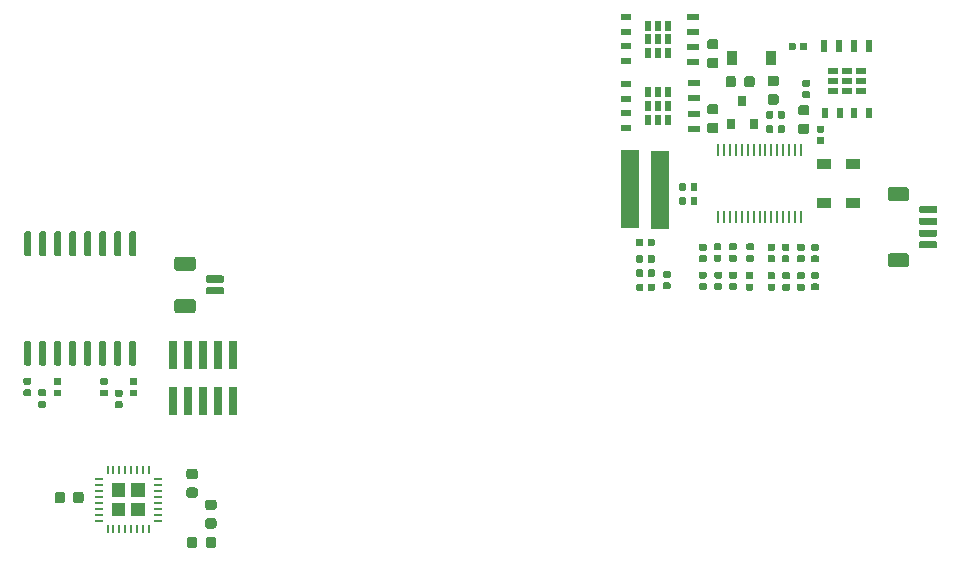
<source format=gbp>
G04 #@! TF.GenerationSoftware,KiCad,Pcbnew,5.1.4-e60b266~84~ubuntu18.04.1*
G04 #@! TF.CreationDate,2019-09-10T17:15:46-06:00*
G04 #@! TF.ProjectId,main_board_onion,6d61696e-5f62-46f6-9172-645f6f6e696f,rev?*
G04 #@! TF.SameCoordinates,Original*
G04 #@! TF.FileFunction,Paste,Bot*
G04 #@! TF.FilePolarity,Positive*
%FSLAX46Y46*%
G04 Gerber Fmt 4.6, Leading zero omitted, Abs format (unit mm)*
G04 Created by KiCad (PCBNEW 5.1.4-e60b266~84~ubuntu18.04.1) date 2019-09-10 17:15:46*
%MOMM*%
%LPD*%
G04 APERTURE LIST*
%ADD10C,0.100000*%
%ADD11R,0.740000X2.400000*%
%ADD12C,0.590000*%
%ADD13C,0.875000*%
%ADD14C,1.200000*%
%ADD15C,0.600000*%
%ADD16R,0.800000X0.250000*%
%ADD17R,0.250000X0.800000*%
%ADD18R,1.650000X6.600000*%
%ADD19R,0.285000X1.100000*%
%ADD20R,0.900000X0.600000*%
%ADD21R,0.600000X0.900000*%
%ADD22R,0.600000X1.050000*%
%ADD23R,1.050000X0.600000*%
%ADD24R,0.800000X0.900000*%
%ADD25R,0.900000X1.200000*%
%ADD26R,1.200000X0.900000*%
G04 APERTURE END LIST*
D10*
G36*
X125197000Y-114054000D02*
G01*
X125197000Y-115197000D01*
X124054000Y-115197000D01*
X124054000Y-114054000D01*
X125197000Y-114054000D01*
G37*
G36*
X123546000Y-112403000D02*
G01*
X123546000Y-113546000D01*
X122403000Y-113546000D01*
X122403000Y-112403000D01*
X123546000Y-112403000D01*
G37*
G36*
X123546000Y-114054000D02*
G01*
X123546000Y-115197000D01*
X122403000Y-115197000D01*
X122403000Y-114054000D01*
X123546000Y-114054000D01*
G37*
G36*
X125197000Y-112403000D02*
G01*
X125197000Y-113546000D01*
X124054000Y-113546000D01*
X124054000Y-112403000D01*
X125197000Y-112403000D01*
G37*
D11*
X127590000Y-101500000D03*
X127590000Y-105400000D03*
X128860000Y-101500000D03*
X128860000Y-105400000D03*
X130130000Y-101500000D03*
X130130000Y-105400000D03*
X131400000Y-101500000D03*
X131400000Y-105400000D03*
X132670000Y-101500000D03*
X132670000Y-105400000D03*
D10*
G36*
X181386958Y-79190710D02*
G01*
X181401276Y-79192834D01*
X181415317Y-79196351D01*
X181428946Y-79201228D01*
X181442031Y-79207417D01*
X181454447Y-79214858D01*
X181466073Y-79223481D01*
X181476798Y-79233202D01*
X181486519Y-79243927D01*
X181495142Y-79255553D01*
X181502583Y-79267969D01*
X181508772Y-79281054D01*
X181513649Y-79294683D01*
X181517166Y-79308724D01*
X181519290Y-79323042D01*
X181520000Y-79337500D01*
X181520000Y-79632500D01*
X181519290Y-79646958D01*
X181517166Y-79661276D01*
X181513649Y-79675317D01*
X181508772Y-79688946D01*
X181502583Y-79702031D01*
X181495142Y-79714447D01*
X181486519Y-79726073D01*
X181476798Y-79736798D01*
X181466073Y-79746519D01*
X181454447Y-79755142D01*
X181442031Y-79762583D01*
X181428946Y-79768772D01*
X181415317Y-79773649D01*
X181401276Y-79777166D01*
X181386958Y-79779290D01*
X181372500Y-79780000D01*
X181027500Y-79780000D01*
X181013042Y-79779290D01*
X180998724Y-79777166D01*
X180984683Y-79773649D01*
X180971054Y-79768772D01*
X180957969Y-79762583D01*
X180945553Y-79755142D01*
X180933927Y-79746519D01*
X180923202Y-79736798D01*
X180913481Y-79726073D01*
X180904858Y-79714447D01*
X180897417Y-79702031D01*
X180891228Y-79688946D01*
X180886351Y-79675317D01*
X180882834Y-79661276D01*
X180880710Y-79646958D01*
X180880000Y-79632500D01*
X180880000Y-79337500D01*
X180880710Y-79323042D01*
X180882834Y-79308724D01*
X180886351Y-79294683D01*
X180891228Y-79281054D01*
X180897417Y-79267969D01*
X180904858Y-79255553D01*
X180913481Y-79243927D01*
X180923202Y-79233202D01*
X180933927Y-79223481D01*
X180945553Y-79214858D01*
X180957969Y-79207417D01*
X180971054Y-79201228D01*
X180984683Y-79196351D01*
X180998724Y-79192834D01*
X181013042Y-79190710D01*
X181027500Y-79190000D01*
X181372500Y-79190000D01*
X181386958Y-79190710D01*
X181386958Y-79190710D01*
G37*
D12*
X181200000Y-79485000D03*
D10*
G36*
X181386958Y-78220710D02*
G01*
X181401276Y-78222834D01*
X181415317Y-78226351D01*
X181428946Y-78231228D01*
X181442031Y-78237417D01*
X181454447Y-78244858D01*
X181466073Y-78253481D01*
X181476798Y-78263202D01*
X181486519Y-78273927D01*
X181495142Y-78285553D01*
X181502583Y-78297969D01*
X181508772Y-78311054D01*
X181513649Y-78324683D01*
X181517166Y-78338724D01*
X181519290Y-78353042D01*
X181520000Y-78367500D01*
X181520000Y-78662500D01*
X181519290Y-78676958D01*
X181517166Y-78691276D01*
X181513649Y-78705317D01*
X181508772Y-78718946D01*
X181502583Y-78732031D01*
X181495142Y-78744447D01*
X181486519Y-78756073D01*
X181476798Y-78766798D01*
X181466073Y-78776519D01*
X181454447Y-78785142D01*
X181442031Y-78792583D01*
X181428946Y-78798772D01*
X181415317Y-78803649D01*
X181401276Y-78807166D01*
X181386958Y-78809290D01*
X181372500Y-78810000D01*
X181027500Y-78810000D01*
X181013042Y-78809290D01*
X180998724Y-78807166D01*
X180984683Y-78803649D01*
X180971054Y-78798772D01*
X180957969Y-78792583D01*
X180945553Y-78785142D01*
X180933927Y-78776519D01*
X180923202Y-78766798D01*
X180913481Y-78756073D01*
X180904858Y-78744447D01*
X180897417Y-78732031D01*
X180891228Y-78718946D01*
X180886351Y-78705317D01*
X180882834Y-78691276D01*
X180880710Y-78676958D01*
X180880000Y-78662500D01*
X180880000Y-78367500D01*
X180880710Y-78353042D01*
X180882834Y-78338724D01*
X180886351Y-78324683D01*
X180891228Y-78311054D01*
X180897417Y-78297969D01*
X180904858Y-78285553D01*
X180913481Y-78273927D01*
X180923202Y-78263202D01*
X180933927Y-78253481D01*
X180945553Y-78244858D01*
X180957969Y-78237417D01*
X180971054Y-78231228D01*
X180984683Y-78226351D01*
X180998724Y-78222834D01*
X181013042Y-78220710D01*
X181027500Y-78220000D01*
X181372500Y-78220000D01*
X181386958Y-78220710D01*
X181386958Y-78220710D01*
G37*
D12*
X181200000Y-78515000D03*
D10*
G36*
X182586958Y-83075710D02*
G01*
X182601276Y-83077834D01*
X182615317Y-83081351D01*
X182628946Y-83086228D01*
X182642031Y-83092417D01*
X182654447Y-83099858D01*
X182666073Y-83108481D01*
X182676798Y-83118202D01*
X182686519Y-83128927D01*
X182695142Y-83140553D01*
X182702583Y-83152969D01*
X182708772Y-83166054D01*
X182713649Y-83179683D01*
X182717166Y-83193724D01*
X182719290Y-83208042D01*
X182720000Y-83222500D01*
X182720000Y-83517500D01*
X182719290Y-83531958D01*
X182717166Y-83546276D01*
X182713649Y-83560317D01*
X182708772Y-83573946D01*
X182702583Y-83587031D01*
X182695142Y-83599447D01*
X182686519Y-83611073D01*
X182676798Y-83621798D01*
X182666073Y-83631519D01*
X182654447Y-83640142D01*
X182642031Y-83647583D01*
X182628946Y-83653772D01*
X182615317Y-83658649D01*
X182601276Y-83662166D01*
X182586958Y-83664290D01*
X182572500Y-83665000D01*
X182227500Y-83665000D01*
X182213042Y-83664290D01*
X182198724Y-83662166D01*
X182184683Y-83658649D01*
X182171054Y-83653772D01*
X182157969Y-83647583D01*
X182145553Y-83640142D01*
X182133927Y-83631519D01*
X182123202Y-83621798D01*
X182113481Y-83611073D01*
X182104858Y-83599447D01*
X182097417Y-83587031D01*
X182091228Y-83573946D01*
X182086351Y-83560317D01*
X182082834Y-83546276D01*
X182080710Y-83531958D01*
X182080000Y-83517500D01*
X182080000Y-83222500D01*
X182080710Y-83208042D01*
X182082834Y-83193724D01*
X182086351Y-83179683D01*
X182091228Y-83166054D01*
X182097417Y-83152969D01*
X182104858Y-83140553D01*
X182113481Y-83128927D01*
X182123202Y-83118202D01*
X182133927Y-83108481D01*
X182145553Y-83099858D01*
X182157969Y-83092417D01*
X182171054Y-83086228D01*
X182184683Y-83081351D01*
X182198724Y-83077834D01*
X182213042Y-83075710D01*
X182227500Y-83075000D01*
X182572500Y-83075000D01*
X182586958Y-83075710D01*
X182586958Y-83075710D01*
G37*
D12*
X182400000Y-83370000D03*
D10*
G36*
X182586958Y-82105710D02*
G01*
X182601276Y-82107834D01*
X182615317Y-82111351D01*
X182628946Y-82116228D01*
X182642031Y-82122417D01*
X182654447Y-82129858D01*
X182666073Y-82138481D01*
X182676798Y-82148202D01*
X182686519Y-82158927D01*
X182695142Y-82170553D01*
X182702583Y-82182969D01*
X182708772Y-82196054D01*
X182713649Y-82209683D01*
X182717166Y-82223724D01*
X182719290Y-82238042D01*
X182720000Y-82252500D01*
X182720000Y-82547500D01*
X182719290Y-82561958D01*
X182717166Y-82576276D01*
X182713649Y-82590317D01*
X182708772Y-82603946D01*
X182702583Y-82617031D01*
X182695142Y-82629447D01*
X182686519Y-82641073D01*
X182676798Y-82651798D01*
X182666073Y-82661519D01*
X182654447Y-82670142D01*
X182642031Y-82677583D01*
X182628946Y-82683772D01*
X182615317Y-82688649D01*
X182601276Y-82692166D01*
X182586958Y-82694290D01*
X182572500Y-82695000D01*
X182227500Y-82695000D01*
X182213042Y-82694290D01*
X182198724Y-82692166D01*
X182184683Y-82688649D01*
X182171054Y-82683772D01*
X182157969Y-82677583D01*
X182145553Y-82670142D01*
X182133927Y-82661519D01*
X182123202Y-82651798D01*
X182113481Y-82641073D01*
X182104858Y-82629447D01*
X182097417Y-82617031D01*
X182091228Y-82603946D01*
X182086351Y-82590317D01*
X182082834Y-82576276D01*
X182080710Y-82561958D01*
X182080000Y-82547500D01*
X182080000Y-82252500D01*
X182080710Y-82238042D01*
X182082834Y-82223724D01*
X182086351Y-82209683D01*
X182091228Y-82196054D01*
X182097417Y-82182969D01*
X182104858Y-82170553D01*
X182113481Y-82158927D01*
X182123202Y-82148202D01*
X182133927Y-82138481D01*
X182145553Y-82129858D01*
X182157969Y-82122417D01*
X182171054Y-82116228D01*
X182184683Y-82111351D01*
X182198724Y-82107834D01*
X182213042Y-82105710D01*
X182227500Y-82105000D01*
X182572500Y-82105000D01*
X182586958Y-82105710D01*
X182586958Y-82105710D01*
G37*
D12*
X182400000Y-82400000D03*
D10*
G36*
X171861958Y-86980710D02*
G01*
X171876276Y-86982834D01*
X171890317Y-86986351D01*
X171903946Y-86991228D01*
X171917031Y-86997417D01*
X171929447Y-87004858D01*
X171941073Y-87013481D01*
X171951798Y-87023202D01*
X171961519Y-87033927D01*
X171970142Y-87045553D01*
X171977583Y-87057969D01*
X171983772Y-87071054D01*
X171988649Y-87084683D01*
X171992166Y-87098724D01*
X171994290Y-87113042D01*
X171995000Y-87127500D01*
X171995000Y-87472500D01*
X171994290Y-87486958D01*
X171992166Y-87501276D01*
X171988649Y-87515317D01*
X171983772Y-87528946D01*
X171977583Y-87542031D01*
X171970142Y-87554447D01*
X171961519Y-87566073D01*
X171951798Y-87576798D01*
X171941073Y-87586519D01*
X171929447Y-87595142D01*
X171917031Y-87602583D01*
X171903946Y-87608772D01*
X171890317Y-87613649D01*
X171876276Y-87617166D01*
X171861958Y-87619290D01*
X171847500Y-87620000D01*
X171552500Y-87620000D01*
X171538042Y-87619290D01*
X171523724Y-87617166D01*
X171509683Y-87613649D01*
X171496054Y-87608772D01*
X171482969Y-87602583D01*
X171470553Y-87595142D01*
X171458927Y-87586519D01*
X171448202Y-87576798D01*
X171438481Y-87566073D01*
X171429858Y-87554447D01*
X171422417Y-87542031D01*
X171416228Y-87528946D01*
X171411351Y-87515317D01*
X171407834Y-87501276D01*
X171405710Y-87486958D01*
X171405000Y-87472500D01*
X171405000Y-87127500D01*
X171405710Y-87113042D01*
X171407834Y-87098724D01*
X171411351Y-87084683D01*
X171416228Y-87071054D01*
X171422417Y-87057969D01*
X171429858Y-87045553D01*
X171438481Y-87033927D01*
X171448202Y-87023202D01*
X171458927Y-87013481D01*
X171470553Y-87004858D01*
X171482969Y-86997417D01*
X171496054Y-86991228D01*
X171509683Y-86986351D01*
X171523724Y-86982834D01*
X171538042Y-86980710D01*
X171552500Y-86980000D01*
X171847500Y-86980000D01*
X171861958Y-86980710D01*
X171861958Y-86980710D01*
G37*
D12*
X171700000Y-87300000D03*
D10*
G36*
X170891958Y-86980710D02*
G01*
X170906276Y-86982834D01*
X170920317Y-86986351D01*
X170933946Y-86991228D01*
X170947031Y-86997417D01*
X170959447Y-87004858D01*
X170971073Y-87013481D01*
X170981798Y-87023202D01*
X170991519Y-87033927D01*
X171000142Y-87045553D01*
X171007583Y-87057969D01*
X171013772Y-87071054D01*
X171018649Y-87084683D01*
X171022166Y-87098724D01*
X171024290Y-87113042D01*
X171025000Y-87127500D01*
X171025000Y-87472500D01*
X171024290Y-87486958D01*
X171022166Y-87501276D01*
X171018649Y-87515317D01*
X171013772Y-87528946D01*
X171007583Y-87542031D01*
X171000142Y-87554447D01*
X170991519Y-87566073D01*
X170981798Y-87576798D01*
X170971073Y-87586519D01*
X170959447Y-87595142D01*
X170947031Y-87602583D01*
X170933946Y-87608772D01*
X170920317Y-87613649D01*
X170906276Y-87617166D01*
X170891958Y-87619290D01*
X170877500Y-87620000D01*
X170582500Y-87620000D01*
X170568042Y-87619290D01*
X170553724Y-87617166D01*
X170539683Y-87613649D01*
X170526054Y-87608772D01*
X170512969Y-87602583D01*
X170500553Y-87595142D01*
X170488927Y-87586519D01*
X170478202Y-87576798D01*
X170468481Y-87566073D01*
X170459858Y-87554447D01*
X170452417Y-87542031D01*
X170446228Y-87528946D01*
X170441351Y-87515317D01*
X170437834Y-87501276D01*
X170435710Y-87486958D01*
X170435000Y-87472500D01*
X170435000Y-87127500D01*
X170435710Y-87113042D01*
X170437834Y-87098724D01*
X170441351Y-87084683D01*
X170446228Y-87071054D01*
X170452417Y-87057969D01*
X170459858Y-87045553D01*
X170468481Y-87033927D01*
X170478202Y-87023202D01*
X170488927Y-87013481D01*
X170500553Y-87004858D01*
X170512969Y-86997417D01*
X170526054Y-86991228D01*
X170539683Y-86986351D01*
X170553724Y-86982834D01*
X170568042Y-86980710D01*
X170582500Y-86980000D01*
X170877500Y-86980000D01*
X170891958Y-86980710D01*
X170891958Y-86980710D01*
G37*
D12*
X170730000Y-87300000D03*
D10*
G36*
X179246958Y-80880710D02*
G01*
X179261276Y-80882834D01*
X179275317Y-80886351D01*
X179288946Y-80891228D01*
X179302031Y-80897417D01*
X179314447Y-80904858D01*
X179326073Y-80913481D01*
X179336798Y-80923202D01*
X179346519Y-80933927D01*
X179355142Y-80945553D01*
X179362583Y-80957969D01*
X179368772Y-80971054D01*
X179373649Y-80984683D01*
X179377166Y-80998724D01*
X179379290Y-81013042D01*
X179380000Y-81027500D01*
X179380000Y-81372500D01*
X179379290Y-81386958D01*
X179377166Y-81401276D01*
X179373649Y-81415317D01*
X179368772Y-81428946D01*
X179362583Y-81442031D01*
X179355142Y-81454447D01*
X179346519Y-81466073D01*
X179336798Y-81476798D01*
X179326073Y-81486519D01*
X179314447Y-81495142D01*
X179302031Y-81502583D01*
X179288946Y-81508772D01*
X179275317Y-81513649D01*
X179261276Y-81517166D01*
X179246958Y-81519290D01*
X179232500Y-81520000D01*
X178937500Y-81520000D01*
X178923042Y-81519290D01*
X178908724Y-81517166D01*
X178894683Y-81513649D01*
X178881054Y-81508772D01*
X178867969Y-81502583D01*
X178855553Y-81495142D01*
X178843927Y-81486519D01*
X178833202Y-81476798D01*
X178823481Y-81466073D01*
X178814858Y-81454447D01*
X178807417Y-81442031D01*
X178801228Y-81428946D01*
X178796351Y-81415317D01*
X178792834Y-81401276D01*
X178790710Y-81386958D01*
X178790000Y-81372500D01*
X178790000Y-81027500D01*
X178790710Y-81013042D01*
X178792834Y-80998724D01*
X178796351Y-80984683D01*
X178801228Y-80971054D01*
X178807417Y-80957969D01*
X178814858Y-80945553D01*
X178823481Y-80933927D01*
X178833202Y-80923202D01*
X178843927Y-80913481D01*
X178855553Y-80904858D01*
X178867969Y-80897417D01*
X178881054Y-80891228D01*
X178894683Y-80886351D01*
X178908724Y-80882834D01*
X178923042Y-80880710D01*
X178937500Y-80880000D01*
X179232500Y-80880000D01*
X179246958Y-80880710D01*
X179246958Y-80880710D01*
G37*
D12*
X179085000Y-81200000D03*
D10*
G36*
X178276958Y-80880710D02*
G01*
X178291276Y-80882834D01*
X178305317Y-80886351D01*
X178318946Y-80891228D01*
X178332031Y-80897417D01*
X178344447Y-80904858D01*
X178356073Y-80913481D01*
X178366798Y-80923202D01*
X178376519Y-80933927D01*
X178385142Y-80945553D01*
X178392583Y-80957969D01*
X178398772Y-80971054D01*
X178403649Y-80984683D01*
X178407166Y-80998724D01*
X178409290Y-81013042D01*
X178410000Y-81027500D01*
X178410000Y-81372500D01*
X178409290Y-81386958D01*
X178407166Y-81401276D01*
X178403649Y-81415317D01*
X178398772Y-81428946D01*
X178392583Y-81442031D01*
X178385142Y-81454447D01*
X178376519Y-81466073D01*
X178366798Y-81476798D01*
X178356073Y-81486519D01*
X178344447Y-81495142D01*
X178332031Y-81502583D01*
X178318946Y-81508772D01*
X178305317Y-81513649D01*
X178291276Y-81517166D01*
X178276958Y-81519290D01*
X178262500Y-81520000D01*
X177967500Y-81520000D01*
X177953042Y-81519290D01*
X177938724Y-81517166D01*
X177924683Y-81513649D01*
X177911054Y-81508772D01*
X177897969Y-81502583D01*
X177885553Y-81495142D01*
X177873927Y-81486519D01*
X177863202Y-81476798D01*
X177853481Y-81466073D01*
X177844858Y-81454447D01*
X177837417Y-81442031D01*
X177831228Y-81428946D01*
X177826351Y-81415317D01*
X177822834Y-81401276D01*
X177820710Y-81386958D01*
X177820000Y-81372500D01*
X177820000Y-81027500D01*
X177820710Y-81013042D01*
X177822834Y-80998724D01*
X177826351Y-80984683D01*
X177831228Y-80971054D01*
X177837417Y-80957969D01*
X177844858Y-80945553D01*
X177853481Y-80933927D01*
X177863202Y-80923202D01*
X177873927Y-80913481D01*
X177885553Y-80904858D01*
X177897969Y-80897417D01*
X177911054Y-80891228D01*
X177924683Y-80886351D01*
X177938724Y-80882834D01*
X177953042Y-80880710D01*
X177967500Y-80880000D01*
X178262500Y-80880000D01*
X178276958Y-80880710D01*
X178276958Y-80880710D01*
G37*
D12*
X178115000Y-81200000D03*
D10*
G36*
X181131958Y-75080710D02*
G01*
X181146276Y-75082834D01*
X181160317Y-75086351D01*
X181173946Y-75091228D01*
X181187031Y-75097417D01*
X181199447Y-75104858D01*
X181211073Y-75113481D01*
X181221798Y-75123202D01*
X181231519Y-75133927D01*
X181240142Y-75145553D01*
X181247583Y-75157969D01*
X181253772Y-75171054D01*
X181258649Y-75184683D01*
X181262166Y-75198724D01*
X181264290Y-75213042D01*
X181265000Y-75227500D01*
X181265000Y-75572500D01*
X181264290Y-75586958D01*
X181262166Y-75601276D01*
X181258649Y-75615317D01*
X181253772Y-75628946D01*
X181247583Y-75642031D01*
X181240142Y-75654447D01*
X181231519Y-75666073D01*
X181221798Y-75676798D01*
X181211073Y-75686519D01*
X181199447Y-75695142D01*
X181187031Y-75702583D01*
X181173946Y-75708772D01*
X181160317Y-75713649D01*
X181146276Y-75717166D01*
X181131958Y-75719290D01*
X181117500Y-75720000D01*
X180822500Y-75720000D01*
X180808042Y-75719290D01*
X180793724Y-75717166D01*
X180779683Y-75713649D01*
X180766054Y-75708772D01*
X180752969Y-75702583D01*
X180740553Y-75695142D01*
X180728927Y-75686519D01*
X180718202Y-75676798D01*
X180708481Y-75666073D01*
X180699858Y-75654447D01*
X180692417Y-75642031D01*
X180686228Y-75628946D01*
X180681351Y-75615317D01*
X180677834Y-75601276D01*
X180675710Y-75586958D01*
X180675000Y-75572500D01*
X180675000Y-75227500D01*
X180675710Y-75213042D01*
X180677834Y-75198724D01*
X180681351Y-75184683D01*
X180686228Y-75171054D01*
X180692417Y-75157969D01*
X180699858Y-75145553D01*
X180708481Y-75133927D01*
X180718202Y-75123202D01*
X180728927Y-75113481D01*
X180740553Y-75104858D01*
X180752969Y-75097417D01*
X180766054Y-75091228D01*
X180779683Y-75086351D01*
X180793724Y-75082834D01*
X180808042Y-75080710D01*
X180822500Y-75080000D01*
X181117500Y-75080000D01*
X181131958Y-75080710D01*
X181131958Y-75080710D01*
G37*
D12*
X180970000Y-75400000D03*
D10*
G36*
X180161958Y-75080710D02*
G01*
X180176276Y-75082834D01*
X180190317Y-75086351D01*
X180203946Y-75091228D01*
X180217031Y-75097417D01*
X180229447Y-75104858D01*
X180241073Y-75113481D01*
X180251798Y-75123202D01*
X180261519Y-75133927D01*
X180270142Y-75145553D01*
X180277583Y-75157969D01*
X180283772Y-75171054D01*
X180288649Y-75184683D01*
X180292166Y-75198724D01*
X180294290Y-75213042D01*
X180295000Y-75227500D01*
X180295000Y-75572500D01*
X180294290Y-75586958D01*
X180292166Y-75601276D01*
X180288649Y-75615317D01*
X180283772Y-75628946D01*
X180277583Y-75642031D01*
X180270142Y-75654447D01*
X180261519Y-75666073D01*
X180251798Y-75676798D01*
X180241073Y-75686519D01*
X180229447Y-75695142D01*
X180217031Y-75702583D01*
X180203946Y-75708772D01*
X180190317Y-75713649D01*
X180176276Y-75717166D01*
X180161958Y-75719290D01*
X180147500Y-75720000D01*
X179852500Y-75720000D01*
X179838042Y-75719290D01*
X179823724Y-75717166D01*
X179809683Y-75713649D01*
X179796054Y-75708772D01*
X179782969Y-75702583D01*
X179770553Y-75695142D01*
X179758927Y-75686519D01*
X179748202Y-75676798D01*
X179738481Y-75666073D01*
X179729858Y-75654447D01*
X179722417Y-75642031D01*
X179716228Y-75628946D01*
X179711351Y-75615317D01*
X179707834Y-75601276D01*
X179705710Y-75586958D01*
X179705000Y-75572500D01*
X179705000Y-75227500D01*
X179705710Y-75213042D01*
X179707834Y-75198724D01*
X179711351Y-75184683D01*
X179716228Y-75171054D01*
X179722417Y-75157969D01*
X179729858Y-75145553D01*
X179738481Y-75133927D01*
X179748202Y-75123202D01*
X179758927Y-75113481D01*
X179770553Y-75104858D01*
X179782969Y-75097417D01*
X179796054Y-75091228D01*
X179809683Y-75086351D01*
X179823724Y-75082834D01*
X179838042Y-75080710D01*
X179852500Y-75080000D01*
X180147500Y-75080000D01*
X180161958Y-75080710D01*
X180161958Y-75080710D01*
G37*
D12*
X180000000Y-75400000D03*
D10*
G36*
X171861958Y-88180710D02*
G01*
X171876276Y-88182834D01*
X171890317Y-88186351D01*
X171903946Y-88191228D01*
X171917031Y-88197417D01*
X171929447Y-88204858D01*
X171941073Y-88213481D01*
X171951798Y-88223202D01*
X171961519Y-88233927D01*
X171970142Y-88245553D01*
X171977583Y-88257969D01*
X171983772Y-88271054D01*
X171988649Y-88284683D01*
X171992166Y-88298724D01*
X171994290Y-88313042D01*
X171995000Y-88327500D01*
X171995000Y-88672500D01*
X171994290Y-88686958D01*
X171992166Y-88701276D01*
X171988649Y-88715317D01*
X171983772Y-88728946D01*
X171977583Y-88742031D01*
X171970142Y-88754447D01*
X171961519Y-88766073D01*
X171951798Y-88776798D01*
X171941073Y-88786519D01*
X171929447Y-88795142D01*
X171917031Y-88802583D01*
X171903946Y-88808772D01*
X171890317Y-88813649D01*
X171876276Y-88817166D01*
X171861958Y-88819290D01*
X171847500Y-88820000D01*
X171552500Y-88820000D01*
X171538042Y-88819290D01*
X171523724Y-88817166D01*
X171509683Y-88813649D01*
X171496054Y-88808772D01*
X171482969Y-88802583D01*
X171470553Y-88795142D01*
X171458927Y-88786519D01*
X171448202Y-88776798D01*
X171438481Y-88766073D01*
X171429858Y-88754447D01*
X171422417Y-88742031D01*
X171416228Y-88728946D01*
X171411351Y-88715317D01*
X171407834Y-88701276D01*
X171405710Y-88686958D01*
X171405000Y-88672500D01*
X171405000Y-88327500D01*
X171405710Y-88313042D01*
X171407834Y-88298724D01*
X171411351Y-88284683D01*
X171416228Y-88271054D01*
X171422417Y-88257969D01*
X171429858Y-88245553D01*
X171438481Y-88233927D01*
X171448202Y-88223202D01*
X171458927Y-88213481D01*
X171470553Y-88204858D01*
X171482969Y-88197417D01*
X171496054Y-88191228D01*
X171509683Y-88186351D01*
X171523724Y-88182834D01*
X171538042Y-88180710D01*
X171552500Y-88180000D01*
X171847500Y-88180000D01*
X171861958Y-88180710D01*
X171861958Y-88180710D01*
G37*
D12*
X171700000Y-88500000D03*
D10*
G36*
X170891958Y-88180710D02*
G01*
X170906276Y-88182834D01*
X170920317Y-88186351D01*
X170933946Y-88191228D01*
X170947031Y-88197417D01*
X170959447Y-88204858D01*
X170971073Y-88213481D01*
X170981798Y-88223202D01*
X170991519Y-88233927D01*
X171000142Y-88245553D01*
X171007583Y-88257969D01*
X171013772Y-88271054D01*
X171018649Y-88284683D01*
X171022166Y-88298724D01*
X171024290Y-88313042D01*
X171025000Y-88327500D01*
X171025000Y-88672500D01*
X171024290Y-88686958D01*
X171022166Y-88701276D01*
X171018649Y-88715317D01*
X171013772Y-88728946D01*
X171007583Y-88742031D01*
X171000142Y-88754447D01*
X170991519Y-88766073D01*
X170981798Y-88776798D01*
X170971073Y-88786519D01*
X170959447Y-88795142D01*
X170947031Y-88802583D01*
X170933946Y-88808772D01*
X170920317Y-88813649D01*
X170906276Y-88817166D01*
X170891958Y-88819290D01*
X170877500Y-88820000D01*
X170582500Y-88820000D01*
X170568042Y-88819290D01*
X170553724Y-88817166D01*
X170539683Y-88813649D01*
X170526054Y-88808772D01*
X170512969Y-88802583D01*
X170500553Y-88795142D01*
X170488927Y-88786519D01*
X170478202Y-88776798D01*
X170468481Y-88766073D01*
X170459858Y-88754447D01*
X170452417Y-88742031D01*
X170446228Y-88728946D01*
X170441351Y-88715317D01*
X170437834Y-88701276D01*
X170435710Y-88686958D01*
X170435000Y-88672500D01*
X170435000Y-88327500D01*
X170435710Y-88313042D01*
X170437834Y-88298724D01*
X170441351Y-88284683D01*
X170446228Y-88271054D01*
X170452417Y-88257969D01*
X170459858Y-88245553D01*
X170468481Y-88233927D01*
X170478202Y-88223202D01*
X170488927Y-88213481D01*
X170500553Y-88204858D01*
X170512969Y-88197417D01*
X170526054Y-88191228D01*
X170539683Y-88186351D01*
X170553724Y-88182834D01*
X170568042Y-88180710D01*
X170582500Y-88180000D01*
X170877500Y-88180000D01*
X170891958Y-88180710D01*
X170891958Y-88180710D01*
G37*
D12*
X170730000Y-88500000D03*
D10*
G36*
X179246958Y-82080710D02*
G01*
X179261276Y-82082834D01*
X179275317Y-82086351D01*
X179288946Y-82091228D01*
X179302031Y-82097417D01*
X179314447Y-82104858D01*
X179326073Y-82113481D01*
X179336798Y-82123202D01*
X179346519Y-82133927D01*
X179355142Y-82145553D01*
X179362583Y-82157969D01*
X179368772Y-82171054D01*
X179373649Y-82184683D01*
X179377166Y-82198724D01*
X179379290Y-82213042D01*
X179380000Y-82227500D01*
X179380000Y-82572500D01*
X179379290Y-82586958D01*
X179377166Y-82601276D01*
X179373649Y-82615317D01*
X179368772Y-82628946D01*
X179362583Y-82642031D01*
X179355142Y-82654447D01*
X179346519Y-82666073D01*
X179336798Y-82676798D01*
X179326073Y-82686519D01*
X179314447Y-82695142D01*
X179302031Y-82702583D01*
X179288946Y-82708772D01*
X179275317Y-82713649D01*
X179261276Y-82717166D01*
X179246958Y-82719290D01*
X179232500Y-82720000D01*
X178937500Y-82720000D01*
X178923042Y-82719290D01*
X178908724Y-82717166D01*
X178894683Y-82713649D01*
X178881054Y-82708772D01*
X178867969Y-82702583D01*
X178855553Y-82695142D01*
X178843927Y-82686519D01*
X178833202Y-82676798D01*
X178823481Y-82666073D01*
X178814858Y-82654447D01*
X178807417Y-82642031D01*
X178801228Y-82628946D01*
X178796351Y-82615317D01*
X178792834Y-82601276D01*
X178790710Y-82586958D01*
X178790000Y-82572500D01*
X178790000Y-82227500D01*
X178790710Y-82213042D01*
X178792834Y-82198724D01*
X178796351Y-82184683D01*
X178801228Y-82171054D01*
X178807417Y-82157969D01*
X178814858Y-82145553D01*
X178823481Y-82133927D01*
X178833202Y-82123202D01*
X178843927Y-82113481D01*
X178855553Y-82104858D01*
X178867969Y-82097417D01*
X178881054Y-82091228D01*
X178894683Y-82086351D01*
X178908724Y-82082834D01*
X178923042Y-82080710D01*
X178937500Y-82080000D01*
X179232500Y-82080000D01*
X179246958Y-82080710D01*
X179246958Y-82080710D01*
G37*
D12*
X179085000Y-82400000D03*
D10*
G36*
X178276958Y-82080710D02*
G01*
X178291276Y-82082834D01*
X178305317Y-82086351D01*
X178318946Y-82091228D01*
X178332031Y-82097417D01*
X178344447Y-82104858D01*
X178356073Y-82113481D01*
X178366798Y-82123202D01*
X178376519Y-82133927D01*
X178385142Y-82145553D01*
X178392583Y-82157969D01*
X178398772Y-82171054D01*
X178403649Y-82184683D01*
X178407166Y-82198724D01*
X178409290Y-82213042D01*
X178410000Y-82227500D01*
X178410000Y-82572500D01*
X178409290Y-82586958D01*
X178407166Y-82601276D01*
X178403649Y-82615317D01*
X178398772Y-82628946D01*
X178392583Y-82642031D01*
X178385142Y-82654447D01*
X178376519Y-82666073D01*
X178366798Y-82676798D01*
X178356073Y-82686519D01*
X178344447Y-82695142D01*
X178332031Y-82702583D01*
X178318946Y-82708772D01*
X178305317Y-82713649D01*
X178291276Y-82717166D01*
X178276958Y-82719290D01*
X178262500Y-82720000D01*
X177967500Y-82720000D01*
X177953042Y-82719290D01*
X177938724Y-82717166D01*
X177924683Y-82713649D01*
X177911054Y-82708772D01*
X177897969Y-82702583D01*
X177885553Y-82695142D01*
X177873927Y-82686519D01*
X177863202Y-82676798D01*
X177853481Y-82666073D01*
X177844858Y-82654447D01*
X177837417Y-82642031D01*
X177831228Y-82628946D01*
X177826351Y-82615317D01*
X177822834Y-82601276D01*
X177820710Y-82586958D01*
X177820000Y-82572500D01*
X177820000Y-82227500D01*
X177820710Y-82213042D01*
X177822834Y-82198724D01*
X177826351Y-82184683D01*
X177831228Y-82171054D01*
X177837417Y-82157969D01*
X177844858Y-82145553D01*
X177853481Y-82133927D01*
X177863202Y-82123202D01*
X177873927Y-82113481D01*
X177885553Y-82104858D01*
X177897969Y-82097417D01*
X177911054Y-82091228D01*
X177924683Y-82086351D01*
X177938724Y-82082834D01*
X177953042Y-82080710D01*
X177967500Y-82080000D01*
X178262500Y-82080000D01*
X178276958Y-82080710D01*
X178276958Y-82080710D01*
G37*
D12*
X178115000Y-82400000D03*
D10*
G36*
X167264458Y-91680710D02*
G01*
X167278776Y-91682834D01*
X167292817Y-91686351D01*
X167306446Y-91691228D01*
X167319531Y-91697417D01*
X167331947Y-91704858D01*
X167343573Y-91713481D01*
X167354298Y-91723202D01*
X167364019Y-91733927D01*
X167372642Y-91745553D01*
X167380083Y-91757969D01*
X167386272Y-91771054D01*
X167391149Y-91784683D01*
X167394666Y-91798724D01*
X167396790Y-91813042D01*
X167397500Y-91827500D01*
X167397500Y-92172500D01*
X167396790Y-92186958D01*
X167394666Y-92201276D01*
X167391149Y-92215317D01*
X167386272Y-92228946D01*
X167380083Y-92242031D01*
X167372642Y-92254447D01*
X167364019Y-92266073D01*
X167354298Y-92276798D01*
X167343573Y-92286519D01*
X167331947Y-92295142D01*
X167319531Y-92302583D01*
X167306446Y-92308772D01*
X167292817Y-92313649D01*
X167278776Y-92317166D01*
X167264458Y-92319290D01*
X167250000Y-92320000D01*
X166955000Y-92320000D01*
X166940542Y-92319290D01*
X166926224Y-92317166D01*
X166912183Y-92313649D01*
X166898554Y-92308772D01*
X166885469Y-92302583D01*
X166873053Y-92295142D01*
X166861427Y-92286519D01*
X166850702Y-92276798D01*
X166840981Y-92266073D01*
X166832358Y-92254447D01*
X166824917Y-92242031D01*
X166818728Y-92228946D01*
X166813851Y-92215317D01*
X166810334Y-92201276D01*
X166808210Y-92186958D01*
X166807500Y-92172500D01*
X166807500Y-91827500D01*
X166808210Y-91813042D01*
X166810334Y-91798724D01*
X166813851Y-91784683D01*
X166818728Y-91771054D01*
X166824917Y-91757969D01*
X166832358Y-91745553D01*
X166840981Y-91733927D01*
X166850702Y-91723202D01*
X166861427Y-91713481D01*
X166873053Y-91704858D01*
X166885469Y-91697417D01*
X166898554Y-91691228D01*
X166912183Y-91686351D01*
X166926224Y-91682834D01*
X166940542Y-91680710D01*
X166955000Y-91680000D01*
X167250000Y-91680000D01*
X167264458Y-91680710D01*
X167264458Y-91680710D01*
G37*
D12*
X167102500Y-92000000D03*
D10*
G36*
X168234458Y-91680710D02*
G01*
X168248776Y-91682834D01*
X168262817Y-91686351D01*
X168276446Y-91691228D01*
X168289531Y-91697417D01*
X168301947Y-91704858D01*
X168313573Y-91713481D01*
X168324298Y-91723202D01*
X168334019Y-91733927D01*
X168342642Y-91745553D01*
X168350083Y-91757969D01*
X168356272Y-91771054D01*
X168361149Y-91784683D01*
X168364666Y-91798724D01*
X168366790Y-91813042D01*
X168367500Y-91827500D01*
X168367500Y-92172500D01*
X168366790Y-92186958D01*
X168364666Y-92201276D01*
X168361149Y-92215317D01*
X168356272Y-92228946D01*
X168350083Y-92242031D01*
X168342642Y-92254447D01*
X168334019Y-92266073D01*
X168324298Y-92276798D01*
X168313573Y-92286519D01*
X168301947Y-92295142D01*
X168289531Y-92302583D01*
X168276446Y-92308772D01*
X168262817Y-92313649D01*
X168248776Y-92317166D01*
X168234458Y-92319290D01*
X168220000Y-92320000D01*
X167925000Y-92320000D01*
X167910542Y-92319290D01*
X167896224Y-92317166D01*
X167882183Y-92313649D01*
X167868554Y-92308772D01*
X167855469Y-92302583D01*
X167843053Y-92295142D01*
X167831427Y-92286519D01*
X167820702Y-92276798D01*
X167810981Y-92266073D01*
X167802358Y-92254447D01*
X167794917Y-92242031D01*
X167788728Y-92228946D01*
X167783851Y-92215317D01*
X167780334Y-92201276D01*
X167778210Y-92186958D01*
X167777500Y-92172500D01*
X167777500Y-91827500D01*
X167778210Y-91813042D01*
X167780334Y-91798724D01*
X167783851Y-91784683D01*
X167788728Y-91771054D01*
X167794917Y-91757969D01*
X167802358Y-91745553D01*
X167810981Y-91733927D01*
X167820702Y-91723202D01*
X167831427Y-91713481D01*
X167843053Y-91704858D01*
X167855469Y-91697417D01*
X167868554Y-91691228D01*
X167882183Y-91686351D01*
X167896224Y-91682834D01*
X167910542Y-91680710D01*
X167925000Y-91680000D01*
X168220000Y-91680000D01*
X168234458Y-91680710D01*
X168234458Y-91680710D01*
G37*
D12*
X168072500Y-92000000D03*
D10*
G36*
X167264458Y-93080710D02*
G01*
X167278776Y-93082834D01*
X167292817Y-93086351D01*
X167306446Y-93091228D01*
X167319531Y-93097417D01*
X167331947Y-93104858D01*
X167343573Y-93113481D01*
X167354298Y-93123202D01*
X167364019Y-93133927D01*
X167372642Y-93145553D01*
X167380083Y-93157969D01*
X167386272Y-93171054D01*
X167391149Y-93184683D01*
X167394666Y-93198724D01*
X167396790Y-93213042D01*
X167397500Y-93227500D01*
X167397500Y-93572500D01*
X167396790Y-93586958D01*
X167394666Y-93601276D01*
X167391149Y-93615317D01*
X167386272Y-93628946D01*
X167380083Y-93642031D01*
X167372642Y-93654447D01*
X167364019Y-93666073D01*
X167354298Y-93676798D01*
X167343573Y-93686519D01*
X167331947Y-93695142D01*
X167319531Y-93702583D01*
X167306446Y-93708772D01*
X167292817Y-93713649D01*
X167278776Y-93717166D01*
X167264458Y-93719290D01*
X167250000Y-93720000D01*
X166955000Y-93720000D01*
X166940542Y-93719290D01*
X166926224Y-93717166D01*
X166912183Y-93713649D01*
X166898554Y-93708772D01*
X166885469Y-93702583D01*
X166873053Y-93695142D01*
X166861427Y-93686519D01*
X166850702Y-93676798D01*
X166840981Y-93666073D01*
X166832358Y-93654447D01*
X166824917Y-93642031D01*
X166818728Y-93628946D01*
X166813851Y-93615317D01*
X166810334Y-93601276D01*
X166808210Y-93586958D01*
X166807500Y-93572500D01*
X166807500Y-93227500D01*
X166808210Y-93213042D01*
X166810334Y-93198724D01*
X166813851Y-93184683D01*
X166818728Y-93171054D01*
X166824917Y-93157969D01*
X166832358Y-93145553D01*
X166840981Y-93133927D01*
X166850702Y-93123202D01*
X166861427Y-93113481D01*
X166873053Y-93104858D01*
X166885469Y-93097417D01*
X166898554Y-93091228D01*
X166912183Y-93086351D01*
X166926224Y-93082834D01*
X166940542Y-93080710D01*
X166955000Y-93080000D01*
X167250000Y-93080000D01*
X167264458Y-93080710D01*
X167264458Y-93080710D01*
G37*
D12*
X167102500Y-93400000D03*
D10*
G36*
X168234458Y-93080710D02*
G01*
X168248776Y-93082834D01*
X168262817Y-93086351D01*
X168276446Y-93091228D01*
X168289531Y-93097417D01*
X168301947Y-93104858D01*
X168313573Y-93113481D01*
X168324298Y-93123202D01*
X168334019Y-93133927D01*
X168342642Y-93145553D01*
X168350083Y-93157969D01*
X168356272Y-93171054D01*
X168361149Y-93184683D01*
X168364666Y-93198724D01*
X168366790Y-93213042D01*
X168367500Y-93227500D01*
X168367500Y-93572500D01*
X168366790Y-93586958D01*
X168364666Y-93601276D01*
X168361149Y-93615317D01*
X168356272Y-93628946D01*
X168350083Y-93642031D01*
X168342642Y-93654447D01*
X168334019Y-93666073D01*
X168324298Y-93676798D01*
X168313573Y-93686519D01*
X168301947Y-93695142D01*
X168289531Y-93702583D01*
X168276446Y-93708772D01*
X168262817Y-93713649D01*
X168248776Y-93717166D01*
X168234458Y-93719290D01*
X168220000Y-93720000D01*
X167925000Y-93720000D01*
X167910542Y-93719290D01*
X167896224Y-93717166D01*
X167882183Y-93713649D01*
X167868554Y-93708772D01*
X167855469Y-93702583D01*
X167843053Y-93695142D01*
X167831427Y-93686519D01*
X167820702Y-93676798D01*
X167810981Y-93666073D01*
X167802358Y-93654447D01*
X167794917Y-93642031D01*
X167788728Y-93628946D01*
X167783851Y-93615317D01*
X167780334Y-93601276D01*
X167778210Y-93586958D01*
X167777500Y-93572500D01*
X167777500Y-93227500D01*
X167778210Y-93213042D01*
X167780334Y-93198724D01*
X167783851Y-93184683D01*
X167788728Y-93171054D01*
X167794917Y-93157969D01*
X167802358Y-93145553D01*
X167810981Y-93133927D01*
X167820702Y-93123202D01*
X167831427Y-93113481D01*
X167843053Y-93104858D01*
X167855469Y-93097417D01*
X167868554Y-93091228D01*
X167882183Y-93086351D01*
X167896224Y-93082834D01*
X167910542Y-93080710D01*
X167925000Y-93080000D01*
X168220000Y-93080000D01*
X168234458Y-93080710D01*
X168234458Y-93080710D01*
G37*
D12*
X168072500Y-93400000D03*
D10*
G36*
X167276958Y-95480710D02*
G01*
X167291276Y-95482834D01*
X167305317Y-95486351D01*
X167318946Y-95491228D01*
X167332031Y-95497417D01*
X167344447Y-95504858D01*
X167356073Y-95513481D01*
X167366798Y-95523202D01*
X167376519Y-95533927D01*
X167385142Y-95545553D01*
X167392583Y-95557969D01*
X167398772Y-95571054D01*
X167403649Y-95584683D01*
X167407166Y-95598724D01*
X167409290Y-95613042D01*
X167410000Y-95627500D01*
X167410000Y-95972500D01*
X167409290Y-95986958D01*
X167407166Y-96001276D01*
X167403649Y-96015317D01*
X167398772Y-96028946D01*
X167392583Y-96042031D01*
X167385142Y-96054447D01*
X167376519Y-96066073D01*
X167366798Y-96076798D01*
X167356073Y-96086519D01*
X167344447Y-96095142D01*
X167332031Y-96102583D01*
X167318946Y-96108772D01*
X167305317Y-96113649D01*
X167291276Y-96117166D01*
X167276958Y-96119290D01*
X167262500Y-96120000D01*
X166967500Y-96120000D01*
X166953042Y-96119290D01*
X166938724Y-96117166D01*
X166924683Y-96113649D01*
X166911054Y-96108772D01*
X166897969Y-96102583D01*
X166885553Y-96095142D01*
X166873927Y-96086519D01*
X166863202Y-96076798D01*
X166853481Y-96066073D01*
X166844858Y-96054447D01*
X166837417Y-96042031D01*
X166831228Y-96028946D01*
X166826351Y-96015317D01*
X166822834Y-96001276D01*
X166820710Y-95986958D01*
X166820000Y-95972500D01*
X166820000Y-95627500D01*
X166820710Y-95613042D01*
X166822834Y-95598724D01*
X166826351Y-95584683D01*
X166831228Y-95571054D01*
X166837417Y-95557969D01*
X166844858Y-95545553D01*
X166853481Y-95533927D01*
X166863202Y-95523202D01*
X166873927Y-95513481D01*
X166885553Y-95504858D01*
X166897969Y-95497417D01*
X166911054Y-95491228D01*
X166924683Y-95486351D01*
X166938724Y-95482834D01*
X166953042Y-95480710D01*
X166967500Y-95480000D01*
X167262500Y-95480000D01*
X167276958Y-95480710D01*
X167276958Y-95480710D01*
G37*
D12*
X167115000Y-95800000D03*
D10*
G36*
X168246958Y-95480710D02*
G01*
X168261276Y-95482834D01*
X168275317Y-95486351D01*
X168288946Y-95491228D01*
X168302031Y-95497417D01*
X168314447Y-95504858D01*
X168326073Y-95513481D01*
X168336798Y-95523202D01*
X168346519Y-95533927D01*
X168355142Y-95545553D01*
X168362583Y-95557969D01*
X168368772Y-95571054D01*
X168373649Y-95584683D01*
X168377166Y-95598724D01*
X168379290Y-95613042D01*
X168380000Y-95627500D01*
X168380000Y-95972500D01*
X168379290Y-95986958D01*
X168377166Y-96001276D01*
X168373649Y-96015317D01*
X168368772Y-96028946D01*
X168362583Y-96042031D01*
X168355142Y-96054447D01*
X168346519Y-96066073D01*
X168336798Y-96076798D01*
X168326073Y-96086519D01*
X168314447Y-96095142D01*
X168302031Y-96102583D01*
X168288946Y-96108772D01*
X168275317Y-96113649D01*
X168261276Y-96117166D01*
X168246958Y-96119290D01*
X168232500Y-96120000D01*
X167937500Y-96120000D01*
X167923042Y-96119290D01*
X167908724Y-96117166D01*
X167894683Y-96113649D01*
X167881054Y-96108772D01*
X167867969Y-96102583D01*
X167855553Y-96095142D01*
X167843927Y-96086519D01*
X167833202Y-96076798D01*
X167823481Y-96066073D01*
X167814858Y-96054447D01*
X167807417Y-96042031D01*
X167801228Y-96028946D01*
X167796351Y-96015317D01*
X167792834Y-96001276D01*
X167790710Y-95986958D01*
X167790000Y-95972500D01*
X167790000Y-95627500D01*
X167790710Y-95613042D01*
X167792834Y-95598724D01*
X167796351Y-95584683D01*
X167801228Y-95571054D01*
X167807417Y-95557969D01*
X167814858Y-95545553D01*
X167823481Y-95533927D01*
X167833202Y-95523202D01*
X167843927Y-95513481D01*
X167855553Y-95504858D01*
X167867969Y-95497417D01*
X167881054Y-95491228D01*
X167894683Y-95486351D01*
X167908724Y-95482834D01*
X167923042Y-95480710D01*
X167937500Y-95480000D01*
X168232500Y-95480000D01*
X168246958Y-95480710D01*
X168246958Y-95480710D01*
G37*
D12*
X168085000Y-95800000D03*
D10*
G36*
X169586958Y-95390710D02*
G01*
X169601276Y-95392834D01*
X169615317Y-95396351D01*
X169628946Y-95401228D01*
X169642031Y-95407417D01*
X169654447Y-95414858D01*
X169666073Y-95423481D01*
X169676798Y-95433202D01*
X169686519Y-95443927D01*
X169695142Y-95455553D01*
X169702583Y-95467969D01*
X169708772Y-95481054D01*
X169713649Y-95494683D01*
X169717166Y-95508724D01*
X169719290Y-95523042D01*
X169720000Y-95537500D01*
X169720000Y-95832500D01*
X169719290Y-95846958D01*
X169717166Y-95861276D01*
X169713649Y-95875317D01*
X169708772Y-95888946D01*
X169702583Y-95902031D01*
X169695142Y-95914447D01*
X169686519Y-95926073D01*
X169676798Y-95936798D01*
X169666073Y-95946519D01*
X169654447Y-95955142D01*
X169642031Y-95962583D01*
X169628946Y-95968772D01*
X169615317Y-95973649D01*
X169601276Y-95977166D01*
X169586958Y-95979290D01*
X169572500Y-95980000D01*
X169227500Y-95980000D01*
X169213042Y-95979290D01*
X169198724Y-95977166D01*
X169184683Y-95973649D01*
X169171054Y-95968772D01*
X169157969Y-95962583D01*
X169145553Y-95955142D01*
X169133927Y-95946519D01*
X169123202Y-95936798D01*
X169113481Y-95926073D01*
X169104858Y-95914447D01*
X169097417Y-95902031D01*
X169091228Y-95888946D01*
X169086351Y-95875317D01*
X169082834Y-95861276D01*
X169080710Y-95846958D01*
X169080000Y-95832500D01*
X169080000Y-95537500D01*
X169080710Y-95523042D01*
X169082834Y-95508724D01*
X169086351Y-95494683D01*
X169091228Y-95481054D01*
X169097417Y-95467969D01*
X169104858Y-95455553D01*
X169113481Y-95443927D01*
X169123202Y-95433202D01*
X169133927Y-95423481D01*
X169145553Y-95414858D01*
X169157969Y-95407417D01*
X169171054Y-95401228D01*
X169184683Y-95396351D01*
X169198724Y-95392834D01*
X169213042Y-95390710D01*
X169227500Y-95390000D01*
X169572500Y-95390000D01*
X169586958Y-95390710D01*
X169586958Y-95390710D01*
G37*
D12*
X169400000Y-95685000D03*
D10*
G36*
X169586958Y-94420710D02*
G01*
X169601276Y-94422834D01*
X169615317Y-94426351D01*
X169628946Y-94431228D01*
X169642031Y-94437417D01*
X169654447Y-94444858D01*
X169666073Y-94453481D01*
X169676798Y-94463202D01*
X169686519Y-94473927D01*
X169695142Y-94485553D01*
X169702583Y-94497969D01*
X169708772Y-94511054D01*
X169713649Y-94524683D01*
X169717166Y-94538724D01*
X169719290Y-94553042D01*
X169720000Y-94567500D01*
X169720000Y-94862500D01*
X169719290Y-94876958D01*
X169717166Y-94891276D01*
X169713649Y-94905317D01*
X169708772Y-94918946D01*
X169702583Y-94932031D01*
X169695142Y-94944447D01*
X169686519Y-94956073D01*
X169676798Y-94966798D01*
X169666073Y-94976519D01*
X169654447Y-94985142D01*
X169642031Y-94992583D01*
X169628946Y-94998772D01*
X169615317Y-95003649D01*
X169601276Y-95007166D01*
X169586958Y-95009290D01*
X169572500Y-95010000D01*
X169227500Y-95010000D01*
X169213042Y-95009290D01*
X169198724Y-95007166D01*
X169184683Y-95003649D01*
X169171054Y-94998772D01*
X169157969Y-94992583D01*
X169145553Y-94985142D01*
X169133927Y-94976519D01*
X169123202Y-94966798D01*
X169113481Y-94956073D01*
X169104858Y-94944447D01*
X169097417Y-94932031D01*
X169091228Y-94918946D01*
X169086351Y-94905317D01*
X169082834Y-94891276D01*
X169080710Y-94876958D01*
X169080000Y-94862500D01*
X169080000Y-94567500D01*
X169080710Y-94553042D01*
X169082834Y-94538724D01*
X169086351Y-94524683D01*
X169091228Y-94511054D01*
X169097417Y-94497969D01*
X169104858Y-94485553D01*
X169113481Y-94473927D01*
X169123202Y-94463202D01*
X169133927Y-94453481D01*
X169145553Y-94444858D01*
X169157969Y-94437417D01*
X169171054Y-94431228D01*
X169184683Y-94426351D01*
X169198724Y-94422834D01*
X169213042Y-94420710D01*
X169227500Y-94420000D01*
X169572500Y-94420000D01*
X169586958Y-94420710D01*
X169586958Y-94420710D01*
G37*
D12*
X169400000Y-94715000D03*
D10*
G36*
X168246958Y-94280710D02*
G01*
X168261276Y-94282834D01*
X168275317Y-94286351D01*
X168288946Y-94291228D01*
X168302031Y-94297417D01*
X168314447Y-94304858D01*
X168326073Y-94313481D01*
X168336798Y-94323202D01*
X168346519Y-94333927D01*
X168355142Y-94345553D01*
X168362583Y-94357969D01*
X168368772Y-94371054D01*
X168373649Y-94384683D01*
X168377166Y-94398724D01*
X168379290Y-94413042D01*
X168380000Y-94427500D01*
X168380000Y-94772500D01*
X168379290Y-94786958D01*
X168377166Y-94801276D01*
X168373649Y-94815317D01*
X168368772Y-94828946D01*
X168362583Y-94842031D01*
X168355142Y-94854447D01*
X168346519Y-94866073D01*
X168336798Y-94876798D01*
X168326073Y-94886519D01*
X168314447Y-94895142D01*
X168302031Y-94902583D01*
X168288946Y-94908772D01*
X168275317Y-94913649D01*
X168261276Y-94917166D01*
X168246958Y-94919290D01*
X168232500Y-94920000D01*
X167937500Y-94920000D01*
X167923042Y-94919290D01*
X167908724Y-94917166D01*
X167894683Y-94913649D01*
X167881054Y-94908772D01*
X167867969Y-94902583D01*
X167855553Y-94895142D01*
X167843927Y-94886519D01*
X167833202Y-94876798D01*
X167823481Y-94866073D01*
X167814858Y-94854447D01*
X167807417Y-94842031D01*
X167801228Y-94828946D01*
X167796351Y-94815317D01*
X167792834Y-94801276D01*
X167790710Y-94786958D01*
X167790000Y-94772500D01*
X167790000Y-94427500D01*
X167790710Y-94413042D01*
X167792834Y-94398724D01*
X167796351Y-94384683D01*
X167801228Y-94371054D01*
X167807417Y-94357969D01*
X167814858Y-94345553D01*
X167823481Y-94333927D01*
X167833202Y-94323202D01*
X167843927Y-94313481D01*
X167855553Y-94304858D01*
X167867969Y-94297417D01*
X167881054Y-94291228D01*
X167894683Y-94286351D01*
X167908724Y-94282834D01*
X167923042Y-94280710D01*
X167937500Y-94280000D01*
X168232500Y-94280000D01*
X168246958Y-94280710D01*
X168246958Y-94280710D01*
G37*
D12*
X168085000Y-94600000D03*
D10*
G36*
X167276958Y-94280710D02*
G01*
X167291276Y-94282834D01*
X167305317Y-94286351D01*
X167318946Y-94291228D01*
X167332031Y-94297417D01*
X167344447Y-94304858D01*
X167356073Y-94313481D01*
X167366798Y-94323202D01*
X167376519Y-94333927D01*
X167385142Y-94345553D01*
X167392583Y-94357969D01*
X167398772Y-94371054D01*
X167403649Y-94384683D01*
X167407166Y-94398724D01*
X167409290Y-94413042D01*
X167410000Y-94427500D01*
X167410000Y-94772500D01*
X167409290Y-94786958D01*
X167407166Y-94801276D01*
X167403649Y-94815317D01*
X167398772Y-94828946D01*
X167392583Y-94842031D01*
X167385142Y-94854447D01*
X167376519Y-94866073D01*
X167366798Y-94876798D01*
X167356073Y-94886519D01*
X167344447Y-94895142D01*
X167332031Y-94902583D01*
X167318946Y-94908772D01*
X167305317Y-94913649D01*
X167291276Y-94917166D01*
X167276958Y-94919290D01*
X167262500Y-94920000D01*
X166967500Y-94920000D01*
X166953042Y-94919290D01*
X166938724Y-94917166D01*
X166924683Y-94913649D01*
X166911054Y-94908772D01*
X166897969Y-94902583D01*
X166885553Y-94895142D01*
X166873927Y-94886519D01*
X166863202Y-94876798D01*
X166853481Y-94866073D01*
X166844858Y-94854447D01*
X166837417Y-94842031D01*
X166831228Y-94828946D01*
X166826351Y-94815317D01*
X166822834Y-94801276D01*
X166820710Y-94786958D01*
X166820000Y-94772500D01*
X166820000Y-94427500D01*
X166820710Y-94413042D01*
X166822834Y-94398724D01*
X166826351Y-94384683D01*
X166831228Y-94371054D01*
X166837417Y-94357969D01*
X166844858Y-94345553D01*
X166853481Y-94333927D01*
X166863202Y-94323202D01*
X166873927Y-94313481D01*
X166885553Y-94304858D01*
X166897969Y-94297417D01*
X166911054Y-94291228D01*
X166924683Y-94286351D01*
X166938724Y-94282834D01*
X166953042Y-94280710D01*
X166967500Y-94280000D01*
X167262500Y-94280000D01*
X167276958Y-94280710D01*
X167276958Y-94280710D01*
G37*
D12*
X167115000Y-94600000D03*
D10*
G36*
X172636958Y-94470710D02*
G01*
X172651276Y-94472834D01*
X172665317Y-94476351D01*
X172678946Y-94481228D01*
X172692031Y-94487417D01*
X172704447Y-94494858D01*
X172716073Y-94503481D01*
X172726798Y-94513202D01*
X172736519Y-94523927D01*
X172745142Y-94535553D01*
X172752583Y-94547969D01*
X172758772Y-94561054D01*
X172763649Y-94574683D01*
X172767166Y-94588724D01*
X172769290Y-94603042D01*
X172770000Y-94617500D01*
X172770000Y-94912500D01*
X172769290Y-94926958D01*
X172767166Y-94941276D01*
X172763649Y-94955317D01*
X172758772Y-94968946D01*
X172752583Y-94982031D01*
X172745142Y-94994447D01*
X172736519Y-95006073D01*
X172726798Y-95016798D01*
X172716073Y-95026519D01*
X172704447Y-95035142D01*
X172692031Y-95042583D01*
X172678946Y-95048772D01*
X172665317Y-95053649D01*
X172651276Y-95057166D01*
X172636958Y-95059290D01*
X172622500Y-95060000D01*
X172277500Y-95060000D01*
X172263042Y-95059290D01*
X172248724Y-95057166D01*
X172234683Y-95053649D01*
X172221054Y-95048772D01*
X172207969Y-95042583D01*
X172195553Y-95035142D01*
X172183927Y-95026519D01*
X172173202Y-95016798D01*
X172163481Y-95006073D01*
X172154858Y-94994447D01*
X172147417Y-94982031D01*
X172141228Y-94968946D01*
X172136351Y-94955317D01*
X172132834Y-94941276D01*
X172130710Y-94926958D01*
X172130000Y-94912500D01*
X172130000Y-94617500D01*
X172130710Y-94603042D01*
X172132834Y-94588724D01*
X172136351Y-94574683D01*
X172141228Y-94561054D01*
X172147417Y-94547969D01*
X172154858Y-94535553D01*
X172163481Y-94523927D01*
X172173202Y-94513202D01*
X172183927Y-94503481D01*
X172195553Y-94494858D01*
X172207969Y-94487417D01*
X172221054Y-94481228D01*
X172234683Y-94476351D01*
X172248724Y-94472834D01*
X172263042Y-94470710D01*
X172277500Y-94470000D01*
X172622500Y-94470000D01*
X172636958Y-94470710D01*
X172636958Y-94470710D01*
G37*
D12*
X172450000Y-94765000D03*
D10*
G36*
X172636958Y-95440710D02*
G01*
X172651276Y-95442834D01*
X172665317Y-95446351D01*
X172678946Y-95451228D01*
X172692031Y-95457417D01*
X172704447Y-95464858D01*
X172716073Y-95473481D01*
X172726798Y-95483202D01*
X172736519Y-95493927D01*
X172745142Y-95505553D01*
X172752583Y-95517969D01*
X172758772Y-95531054D01*
X172763649Y-95544683D01*
X172767166Y-95558724D01*
X172769290Y-95573042D01*
X172770000Y-95587500D01*
X172770000Y-95882500D01*
X172769290Y-95896958D01*
X172767166Y-95911276D01*
X172763649Y-95925317D01*
X172758772Y-95938946D01*
X172752583Y-95952031D01*
X172745142Y-95964447D01*
X172736519Y-95976073D01*
X172726798Y-95986798D01*
X172716073Y-95996519D01*
X172704447Y-96005142D01*
X172692031Y-96012583D01*
X172678946Y-96018772D01*
X172665317Y-96023649D01*
X172651276Y-96027166D01*
X172636958Y-96029290D01*
X172622500Y-96030000D01*
X172277500Y-96030000D01*
X172263042Y-96029290D01*
X172248724Y-96027166D01*
X172234683Y-96023649D01*
X172221054Y-96018772D01*
X172207969Y-96012583D01*
X172195553Y-96005142D01*
X172183927Y-95996519D01*
X172173202Y-95986798D01*
X172163481Y-95976073D01*
X172154858Y-95964447D01*
X172147417Y-95952031D01*
X172141228Y-95938946D01*
X172136351Y-95925317D01*
X172132834Y-95911276D01*
X172130710Y-95896958D01*
X172130000Y-95882500D01*
X172130000Y-95587500D01*
X172130710Y-95573042D01*
X172132834Y-95558724D01*
X172136351Y-95544683D01*
X172141228Y-95531054D01*
X172147417Y-95517969D01*
X172154858Y-95505553D01*
X172163481Y-95493927D01*
X172173202Y-95483202D01*
X172183927Y-95473481D01*
X172195553Y-95464858D01*
X172207969Y-95457417D01*
X172221054Y-95451228D01*
X172234683Y-95446351D01*
X172248724Y-95442834D01*
X172263042Y-95440710D01*
X172277500Y-95440000D01*
X172622500Y-95440000D01*
X172636958Y-95440710D01*
X172636958Y-95440710D01*
G37*
D12*
X172450000Y-95735000D03*
D10*
G36*
X173936958Y-94470710D02*
G01*
X173951276Y-94472834D01*
X173965317Y-94476351D01*
X173978946Y-94481228D01*
X173992031Y-94487417D01*
X174004447Y-94494858D01*
X174016073Y-94503481D01*
X174026798Y-94513202D01*
X174036519Y-94523927D01*
X174045142Y-94535553D01*
X174052583Y-94547969D01*
X174058772Y-94561054D01*
X174063649Y-94574683D01*
X174067166Y-94588724D01*
X174069290Y-94603042D01*
X174070000Y-94617500D01*
X174070000Y-94912500D01*
X174069290Y-94926958D01*
X174067166Y-94941276D01*
X174063649Y-94955317D01*
X174058772Y-94968946D01*
X174052583Y-94982031D01*
X174045142Y-94994447D01*
X174036519Y-95006073D01*
X174026798Y-95016798D01*
X174016073Y-95026519D01*
X174004447Y-95035142D01*
X173992031Y-95042583D01*
X173978946Y-95048772D01*
X173965317Y-95053649D01*
X173951276Y-95057166D01*
X173936958Y-95059290D01*
X173922500Y-95060000D01*
X173577500Y-95060000D01*
X173563042Y-95059290D01*
X173548724Y-95057166D01*
X173534683Y-95053649D01*
X173521054Y-95048772D01*
X173507969Y-95042583D01*
X173495553Y-95035142D01*
X173483927Y-95026519D01*
X173473202Y-95016798D01*
X173463481Y-95006073D01*
X173454858Y-94994447D01*
X173447417Y-94982031D01*
X173441228Y-94968946D01*
X173436351Y-94955317D01*
X173432834Y-94941276D01*
X173430710Y-94926958D01*
X173430000Y-94912500D01*
X173430000Y-94617500D01*
X173430710Y-94603042D01*
X173432834Y-94588724D01*
X173436351Y-94574683D01*
X173441228Y-94561054D01*
X173447417Y-94547969D01*
X173454858Y-94535553D01*
X173463481Y-94523927D01*
X173473202Y-94513202D01*
X173483927Y-94503481D01*
X173495553Y-94494858D01*
X173507969Y-94487417D01*
X173521054Y-94481228D01*
X173534683Y-94476351D01*
X173548724Y-94472834D01*
X173563042Y-94470710D01*
X173577500Y-94470000D01*
X173922500Y-94470000D01*
X173936958Y-94470710D01*
X173936958Y-94470710D01*
G37*
D12*
X173750000Y-94765000D03*
D10*
G36*
X173936958Y-95440710D02*
G01*
X173951276Y-95442834D01*
X173965317Y-95446351D01*
X173978946Y-95451228D01*
X173992031Y-95457417D01*
X174004447Y-95464858D01*
X174016073Y-95473481D01*
X174026798Y-95483202D01*
X174036519Y-95493927D01*
X174045142Y-95505553D01*
X174052583Y-95517969D01*
X174058772Y-95531054D01*
X174063649Y-95544683D01*
X174067166Y-95558724D01*
X174069290Y-95573042D01*
X174070000Y-95587500D01*
X174070000Y-95882500D01*
X174069290Y-95896958D01*
X174067166Y-95911276D01*
X174063649Y-95925317D01*
X174058772Y-95938946D01*
X174052583Y-95952031D01*
X174045142Y-95964447D01*
X174036519Y-95976073D01*
X174026798Y-95986798D01*
X174016073Y-95996519D01*
X174004447Y-96005142D01*
X173992031Y-96012583D01*
X173978946Y-96018772D01*
X173965317Y-96023649D01*
X173951276Y-96027166D01*
X173936958Y-96029290D01*
X173922500Y-96030000D01*
X173577500Y-96030000D01*
X173563042Y-96029290D01*
X173548724Y-96027166D01*
X173534683Y-96023649D01*
X173521054Y-96018772D01*
X173507969Y-96012583D01*
X173495553Y-96005142D01*
X173483927Y-95996519D01*
X173473202Y-95986798D01*
X173463481Y-95976073D01*
X173454858Y-95964447D01*
X173447417Y-95952031D01*
X173441228Y-95938946D01*
X173436351Y-95925317D01*
X173432834Y-95911276D01*
X173430710Y-95896958D01*
X173430000Y-95882500D01*
X173430000Y-95587500D01*
X173430710Y-95573042D01*
X173432834Y-95558724D01*
X173436351Y-95544683D01*
X173441228Y-95531054D01*
X173447417Y-95517969D01*
X173454858Y-95505553D01*
X173463481Y-95493927D01*
X173473202Y-95483202D01*
X173483927Y-95473481D01*
X173495553Y-95464858D01*
X173507969Y-95457417D01*
X173521054Y-95451228D01*
X173534683Y-95446351D01*
X173548724Y-95442834D01*
X173563042Y-95440710D01*
X173577500Y-95440000D01*
X173922500Y-95440000D01*
X173936958Y-95440710D01*
X173936958Y-95440710D01*
G37*
D12*
X173750000Y-95735000D03*
D10*
G36*
X175186958Y-94470710D02*
G01*
X175201276Y-94472834D01*
X175215317Y-94476351D01*
X175228946Y-94481228D01*
X175242031Y-94487417D01*
X175254447Y-94494858D01*
X175266073Y-94503481D01*
X175276798Y-94513202D01*
X175286519Y-94523927D01*
X175295142Y-94535553D01*
X175302583Y-94547969D01*
X175308772Y-94561054D01*
X175313649Y-94574683D01*
X175317166Y-94588724D01*
X175319290Y-94603042D01*
X175320000Y-94617500D01*
X175320000Y-94912500D01*
X175319290Y-94926958D01*
X175317166Y-94941276D01*
X175313649Y-94955317D01*
X175308772Y-94968946D01*
X175302583Y-94982031D01*
X175295142Y-94994447D01*
X175286519Y-95006073D01*
X175276798Y-95016798D01*
X175266073Y-95026519D01*
X175254447Y-95035142D01*
X175242031Y-95042583D01*
X175228946Y-95048772D01*
X175215317Y-95053649D01*
X175201276Y-95057166D01*
X175186958Y-95059290D01*
X175172500Y-95060000D01*
X174827500Y-95060000D01*
X174813042Y-95059290D01*
X174798724Y-95057166D01*
X174784683Y-95053649D01*
X174771054Y-95048772D01*
X174757969Y-95042583D01*
X174745553Y-95035142D01*
X174733927Y-95026519D01*
X174723202Y-95016798D01*
X174713481Y-95006073D01*
X174704858Y-94994447D01*
X174697417Y-94982031D01*
X174691228Y-94968946D01*
X174686351Y-94955317D01*
X174682834Y-94941276D01*
X174680710Y-94926958D01*
X174680000Y-94912500D01*
X174680000Y-94617500D01*
X174680710Y-94603042D01*
X174682834Y-94588724D01*
X174686351Y-94574683D01*
X174691228Y-94561054D01*
X174697417Y-94547969D01*
X174704858Y-94535553D01*
X174713481Y-94523927D01*
X174723202Y-94513202D01*
X174733927Y-94503481D01*
X174745553Y-94494858D01*
X174757969Y-94487417D01*
X174771054Y-94481228D01*
X174784683Y-94476351D01*
X174798724Y-94472834D01*
X174813042Y-94470710D01*
X174827500Y-94470000D01*
X175172500Y-94470000D01*
X175186958Y-94470710D01*
X175186958Y-94470710D01*
G37*
D12*
X175000000Y-94765000D03*
D10*
G36*
X175186958Y-95440710D02*
G01*
X175201276Y-95442834D01*
X175215317Y-95446351D01*
X175228946Y-95451228D01*
X175242031Y-95457417D01*
X175254447Y-95464858D01*
X175266073Y-95473481D01*
X175276798Y-95483202D01*
X175286519Y-95493927D01*
X175295142Y-95505553D01*
X175302583Y-95517969D01*
X175308772Y-95531054D01*
X175313649Y-95544683D01*
X175317166Y-95558724D01*
X175319290Y-95573042D01*
X175320000Y-95587500D01*
X175320000Y-95882500D01*
X175319290Y-95896958D01*
X175317166Y-95911276D01*
X175313649Y-95925317D01*
X175308772Y-95938946D01*
X175302583Y-95952031D01*
X175295142Y-95964447D01*
X175286519Y-95976073D01*
X175276798Y-95986798D01*
X175266073Y-95996519D01*
X175254447Y-96005142D01*
X175242031Y-96012583D01*
X175228946Y-96018772D01*
X175215317Y-96023649D01*
X175201276Y-96027166D01*
X175186958Y-96029290D01*
X175172500Y-96030000D01*
X174827500Y-96030000D01*
X174813042Y-96029290D01*
X174798724Y-96027166D01*
X174784683Y-96023649D01*
X174771054Y-96018772D01*
X174757969Y-96012583D01*
X174745553Y-96005142D01*
X174733927Y-95996519D01*
X174723202Y-95986798D01*
X174713481Y-95976073D01*
X174704858Y-95964447D01*
X174697417Y-95952031D01*
X174691228Y-95938946D01*
X174686351Y-95925317D01*
X174682834Y-95911276D01*
X174680710Y-95896958D01*
X174680000Y-95882500D01*
X174680000Y-95587500D01*
X174680710Y-95573042D01*
X174682834Y-95558724D01*
X174686351Y-95544683D01*
X174691228Y-95531054D01*
X174697417Y-95517969D01*
X174704858Y-95505553D01*
X174713481Y-95493927D01*
X174723202Y-95483202D01*
X174733927Y-95473481D01*
X174745553Y-95464858D01*
X174757969Y-95457417D01*
X174771054Y-95451228D01*
X174784683Y-95446351D01*
X174798724Y-95442834D01*
X174813042Y-95440710D01*
X174827500Y-95440000D01*
X175172500Y-95440000D01*
X175186958Y-95440710D01*
X175186958Y-95440710D01*
G37*
D12*
X175000000Y-95735000D03*
D10*
G36*
X176586958Y-95490710D02*
G01*
X176601276Y-95492834D01*
X176615317Y-95496351D01*
X176628946Y-95501228D01*
X176642031Y-95507417D01*
X176654447Y-95514858D01*
X176666073Y-95523481D01*
X176676798Y-95533202D01*
X176686519Y-95543927D01*
X176695142Y-95555553D01*
X176702583Y-95567969D01*
X176708772Y-95581054D01*
X176713649Y-95594683D01*
X176717166Y-95608724D01*
X176719290Y-95623042D01*
X176720000Y-95637500D01*
X176720000Y-95932500D01*
X176719290Y-95946958D01*
X176717166Y-95961276D01*
X176713649Y-95975317D01*
X176708772Y-95988946D01*
X176702583Y-96002031D01*
X176695142Y-96014447D01*
X176686519Y-96026073D01*
X176676798Y-96036798D01*
X176666073Y-96046519D01*
X176654447Y-96055142D01*
X176642031Y-96062583D01*
X176628946Y-96068772D01*
X176615317Y-96073649D01*
X176601276Y-96077166D01*
X176586958Y-96079290D01*
X176572500Y-96080000D01*
X176227500Y-96080000D01*
X176213042Y-96079290D01*
X176198724Y-96077166D01*
X176184683Y-96073649D01*
X176171054Y-96068772D01*
X176157969Y-96062583D01*
X176145553Y-96055142D01*
X176133927Y-96046519D01*
X176123202Y-96036798D01*
X176113481Y-96026073D01*
X176104858Y-96014447D01*
X176097417Y-96002031D01*
X176091228Y-95988946D01*
X176086351Y-95975317D01*
X176082834Y-95961276D01*
X176080710Y-95946958D01*
X176080000Y-95932500D01*
X176080000Y-95637500D01*
X176080710Y-95623042D01*
X176082834Y-95608724D01*
X176086351Y-95594683D01*
X176091228Y-95581054D01*
X176097417Y-95567969D01*
X176104858Y-95555553D01*
X176113481Y-95543927D01*
X176123202Y-95533202D01*
X176133927Y-95523481D01*
X176145553Y-95514858D01*
X176157969Y-95507417D01*
X176171054Y-95501228D01*
X176184683Y-95496351D01*
X176198724Y-95492834D01*
X176213042Y-95490710D01*
X176227500Y-95490000D01*
X176572500Y-95490000D01*
X176586958Y-95490710D01*
X176586958Y-95490710D01*
G37*
D12*
X176400000Y-95785000D03*
D10*
G36*
X176586958Y-94520710D02*
G01*
X176601276Y-94522834D01*
X176615317Y-94526351D01*
X176628946Y-94531228D01*
X176642031Y-94537417D01*
X176654447Y-94544858D01*
X176666073Y-94553481D01*
X176676798Y-94563202D01*
X176686519Y-94573927D01*
X176695142Y-94585553D01*
X176702583Y-94597969D01*
X176708772Y-94611054D01*
X176713649Y-94624683D01*
X176717166Y-94638724D01*
X176719290Y-94653042D01*
X176720000Y-94667500D01*
X176720000Y-94962500D01*
X176719290Y-94976958D01*
X176717166Y-94991276D01*
X176713649Y-95005317D01*
X176708772Y-95018946D01*
X176702583Y-95032031D01*
X176695142Y-95044447D01*
X176686519Y-95056073D01*
X176676798Y-95066798D01*
X176666073Y-95076519D01*
X176654447Y-95085142D01*
X176642031Y-95092583D01*
X176628946Y-95098772D01*
X176615317Y-95103649D01*
X176601276Y-95107166D01*
X176586958Y-95109290D01*
X176572500Y-95110000D01*
X176227500Y-95110000D01*
X176213042Y-95109290D01*
X176198724Y-95107166D01*
X176184683Y-95103649D01*
X176171054Y-95098772D01*
X176157969Y-95092583D01*
X176145553Y-95085142D01*
X176133927Y-95076519D01*
X176123202Y-95066798D01*
X176113481Y-95056073D01*
X176104858Y-95044447D01*
X176097417Y-95032031D01*
X176091228Y-95018946D01*
X176086351Y-95005317D01*
X176082834Y-94991276D01*
X176080710Y-94976958D01*
X176080000Y-94962500D01*
X176080000Y-94667500D01*
X176080710Y-94653042D01*
X176082834Y-94638724D01*
X176086351Y-94624683D01*
X176091228Y-94611054D01*
X176097417Y-94597969D01*
X176104858Y-94585553D01*
X176113481Y-94573927D01*
X176123202Y-94563202D01*
X176133927Y-94553481D01*
X176145553Y-94544858D01*
X176157969Y-94537417D01*
X176171054Y-94531228D01*
X176184683Y-94526351D01*
X176198724Y-94522834D01*
X176213042Y-94520710D01*
X176227500Y-94520000D01*
X176572500Y-94520000D01*
X176586958Y-94520710D01*
X176586958Y-94520710D01*
G37*
D12*
X176400000Y-94815000D03*
D10*
G36*
X178436958Y-95490710D02*
G01*
X178451276Y-95492834D01*
X178465317Y-95496351D01*
X178478946Y-95501228D01*
X178492031Y-95507417D01*
X178504447Y-95514858D01*
X178516073Y-95523481D01*
X178526798Y-95533202D01*
X178536519Y-95543927D01*
X178545142Y-95555553D01*
X178552583Y-95567969D01*
X178558772Y-95581054D01*
X178563649Y-95594683D01*
X178567166Y-95608724D01*
X178569290Y-95623042D01*
X178570000Y-95637500D01*
X178570000Y-95932500D01*
X178569290Y-95946958D01*
X178567166Y-95961276D01*
X178563649Y-95975317D01*
X178558772Y-95988946D01*
X178552583Y-96002031D01*
X178545142Y-96014447D01*
X178536519Y-96026073D01*
X178526798Y-96036798D01*
X178516073Y-96046519D01*
X178504447Y-96055142D01*
X178492031Y-96062583D01*
X178478946Y-96068772D01*
X178465317Y-96073649D01*
X178451276Y-96077166D01*
X178436958Y-96079290D01*
X178422500Y-96080000D01*
X178077500Y-96080000D01*
X178063042Y-96079290D01*
X178048724Y-96077166D01*
X178034683Y-96073649D01*
X178021054Y-96068772D01*
X178007969Y-96062583D01*
X177995553Y-96055142D01*
X177983927Y-96046519D01*
X177973202Y-96036798D01*
X177963481Y-96026073D01*
X177954858Y-96014447D01*
X177947417Y-96002031D01*
X177941228Y-95988946D01*
X177936351Y-95975317D01*
X177932834Y-95961276D01*
X177930710Y-95946958D01*
X177930000Y-95932500D01*
X177930000Y-95637500D01*
X177930710Y-95623042D01*
X177932834Y-95608724D01*
X177936351Y-95594683D01*
X177941228Y-95581054D01*
X177947417Y-95567969D01*
X177954858Y-95555553D01*
X177963481Y-95543927D01*
X177973202Y-95533202D01*
X177983927Y-95523481D01*
X177995553Y-95514858D01*
X178007969Y-95507417D01*
X178021054Y-95501228D01*
X178034683Y-95496351D01*
X178048724Y-95492834D01*
X178063042Y-95490710D01*
X178077500Y-95490000D01*
X178422500Y-95490000D01*
X178436958Y-95490710D01*
X178436958Y-95490710D01*
G37*
D12*
X178250000Y-95785000D03*
D10*
G36*
X178436958Y-94520710D02*
G01*
X178451276Y-94522834D01*
X178465317Y-94526351D01*
X178478946Y-94531228D01*
X178492031Y-94537417D01*
X178504447Y-94544858D01*
X178516073Y-94553481D01*
X178526798Y-94563202D01*
X178536519Y-94573927D01*
X178545142Y-94585553D01*
X178552583Y-94597969D01*
X178558772Y-94611054D01*
X178563649Y-94624683D01*
X178567166Y-94638724D01*
X178569290Y-94653042D01*
X178570000Y-94667500D01*
X178570000Y-94962500D01*
X178569290Y-94976958D01*
X178567166Y-94991276D01*
X178563649Y-95005317D01*
X178558772Y-95018946D01*
X178552583Y-95032031D01*
X178545142Y-95044447D01*
X178536519Y-95056073D01*
X178526798Y-95066798D01*
X178516073Y-95076519D01*
X178504447Y-95085142D01*
X178492031Y-95092583D01*
X178478946Y-95098772D01*
X178465317Y-95103649D01*
X178451276Y-95107166D01*
X178436958Y-95109290D01*
X178422500Y-95110000D01*
X178077500Y-95110000D01*
X178063042Y-95109290D01*
X178048724Y-95107166D01*
X178034683Y-95103649D01*
X178021054Y-95098772D01*
X178007969Y-95092583D01*
X177995553Y-95085142D01*
X177983927Y-95076519D01*
X177973202Y-95066798D01*
X177963481Y-95056073D01*
X177954858Y-95044447D01*
X177947417Y-95032031D01*
X177941228Y-95018946D01*
X177936351Y-95005317D01*
X177932834Y-94991276D01*
X177930710Y-94976958D01*
X177930000Y-94962500D01*
X177930000Y-94667500D01*
X177930710Y-94653042D01*
X177932834Y-94638724D01*
X177936351Y-94624683D01*
X177941228Y-94611054D01*
X177947417Y-94597969D01*
X177954858Y-94585553D01*
X177963481Y-94573927D01*
X177973202Y-94563202D01*
X177983927Y-94553481D01*
X177995553Y-94544858D01*
X178007969Y-94537417D01*
X178021054Y-94531228D01*
X178034683Y-94526351D01*
X178048724Y-94522834D01*
X178063042Y-94520710D01*
X178077500Y-94520000D01*
X178422500Y-94520000D01*
X178436958Y-94520710D01*
X178436958Y-94520710D01*
G37*
D12*
X178250000Y-94815000D03*
D10*
G36*
X179686958Y-95490710D02*
G01*
X179701276Y-95492834D01*
X179715317Y-95496351D01*
X179728946Y-95501228D01*
X179742031Y-95507417D01*
X179754447Y-95514858D01*
X179766073Y-95523481D01*
X179776798Y-95533202D01*
X179786519Y-95543927D01*
X179795142Y-95555553D01*
X179802583Y-95567969D01*
X179808772Y-95581054D01*
X179813649Y-95594683D01*
X179817166Y-95608724D01*
X179819290Y-95623042D01*
X179820000Y-95637500D01*
X179820000Y-95932500D01*
X179819290Y-95946958D01*
X179817166Y-95961276D01*
X179813649Y-95975317D01*
X179808772Y-95988946D01*
X179802583Y-96002031D01*
X179795142Y-96014447D01*
X179786519Y-96026073D01*
X179776798Y-96036798D01*
X179766073Y-96046519D01*
X179754447Y-96055142D01*
X179742031Y-96062583D01*
X179728946Y-96068772D01*
X179715317Y-96073649D01*
X179701276Y-96077166D01*
X179686958Y-96079290D01*
X179672500Y-96080000D01*
X179327500Y-96080000D01*
X179313042Y-96079290D01*
X179298724Y-96077166D01*
X179284683Y-96073649D01*
X179271054Y-96068772D01*
X179257969Y-96062583D01*
X179245553Y-96055142D01*
X179233927Y-96046519D01*
X179223202Y-96036798D01*
X179213481Y-96026073D01*
X179204858Y-96014447D01*
X179197417Y-96002031D01*
X179191228Y-95988946D01*
X179186351Y-95975317D01*
X179182834Y-95961276D01*
X179180710Y-95946958D01*
X179180000Y-95932500D01*
X179180000Y-95637500D01*
X179180710Y-95623042D01*
X179182834Y-95608724D01*
X179186351Y-95594683D01*
X179191228Y-95581054D01*
X179197417Y-95567969D01*
X179204858Y-95555553D01*
X179213481Y-95543927D01*
X179223202Y-95533202D01*
X179233927Y-95523481D01*
X179245553Y-95514858D01*
X179257969Y-95507417D01*
X179271054Y-95501228D01*
X179284683Y-95496351D01*
X179298724Y-95492834D01*
X179313042Y-95490710D01*
X179327500Y-95490000D01*
X179672500Y-95490000D01*
X179686958Y-95490710D01*
X179686958Y-95490710D01*
G37*
D12*
X179500000Y-95785000D03*
D10*
G36*
X179686958Y-94520710D02*
G01*
X179701276Y-94522834D01*
X179715317Y-94526351D01*
X179728946Y-94531228D01*
X179742031Y-94537417D01*
X179754447Y-94544858D01*
X179766073Y-94553481D01*
X179776798Y-94563202D01*
X179786519Y-94573927D01*
X179795142Y-94585553D01*
X179802583Y-94597969D01*
X179808772Y-94611054D01*
X179813649Y-94624683D01*
X179817166Y-94638724D01*
X179819290Y-94653042D01*
X179820000Y-94667500D01*
X179820000Y-94962500D01*
X179819290Y-94976958D01*
X179817166Y-94991276D01*
X179813649Y-95005317D01*
X179808772Y-95018946D01*
X179802583Y-95032031D01*
X179795142Y-95044447D01*
X179786519Y-95056073D01*
X179776798Y-95066798D01*
X179766073Y-95076519D01*
X179754447Y-95085142D01*
X179742031Y-95092583D01*
X179728946Y-95098772D01*
X179715317Y-95103649D01*
X179701276Y-95107166D01*
X179686958Y-95109290D01*
X179672500Y-95110000D01*
X179327500Y-95110000D01*
X179313042Y-95109290D01*
X179298724Y-95107166D01*
X179284683Y-95103649D01*
X179271054Y-95098772D01*
X179257969Y-95092583D01*
X179245553Y-95085142D01*
X179233927Y-95076519D01*
X179223202Y-95066798D01*
X179213481Y-95056073D01*
X179204858Y-95044447D01*
X179197417Y-95032031D01*
X179191228Y-95018946D01*
X179186351Y-95005317D01*
X179182834Y-94991276D01*
X179180710Y-94976958D01*
X179180000Y-94962500D01*
X179180000Y-94667500D01*
X179180710Y-94653042D01*
X179182834Y-94638724D01*
X179186351Y-94624683D01*
X179191228Y-94611054D01*
X179197417Y-94597969D01*
X179204858Y-94585553D01*
X179213481Y-94573927D01*
X179223202Y-94563202D01*
X179233927Y-94553481D01*
X179245553Y-94544858D01*
X179257969Y-94537417D01*
X179271054Y-94531228D01*
X179284683Y-94526351D01*
X179298724Y-94522834D01*
X179313042Y-94520710D01*
X179327500Y-94520000D01*
X179672500Y-94520000D01*
X179686958Y-94520710D01*
X179686958Y-94520710D01*
G37*
D12*
X179500000Y-94815000D03*
D10*
G36*
X180936958Y-95490710D02*
G01*
X180951276Y-95492834D01*
X180965317Y-95496351D01*
X180978946Y-95501228D01*
X180992031Y-95507417D01*
X181004447Y-95514858D01*
X181016073Y-95523481D01*
X181026798Y-95533202D01*
X181036519Y-95543927D01*
X181045142Y-95555553D01*
X181052583Y-95567969D01*
X181058772Y-95581054D01*
X181063649Y-95594683D01*
X181067166Y-95608724D01*
X181069290Y-95623042D01*
X181070000Y-95637500D01*
X181070000Y-95932500D01*
X181069290Y-95946958D01*
X181067166Y-95961276D01*
X181063649Y-95975317D01*
X181058772Y-95988946D01*
X181052583Y-96002031D01*
X181045142Y-96014447D01*
X181036519Y-96026073D01*
X181026798Y-96036798D01*
X181016073Y-96046519D01*
X181004447Y-96055142D01*
X180992031Y-96062583D01*
X180978946Y-96068772D01*
X180965317Y-96073649D01*
X180951276Y-96077166D01*
X180936958Y-96079290D01*
X180922500Y-96080000D01*
X180577500Y-96080000D01*
X180563042Y-96079290D01*
X180548724Y-96077166D01*
X180534683Y-96073649D01*
X180521054Y-96068772D01*
X180507969Y-96062583D01*
X180495553Y-96055142D01*
X180483927Y-96046519D01*
X180473202Y-96036798D01*
X180463481Y-96026073D01*
X180454858Y-96014447D01*
X180447417Y-96002031D01*
X180441228Y-95988946D01*
X180436351Y-95975317D01*
X180432834Y-95961276D01*
X180430710Y-95946958D01*
X180430000Y-95932500D01*
X180430000Y-95637500D01*
X180430710Y-95623042D01*
X180432834Y-95608724D01*
X180436351Y-95594683D01*
X180441228Y-95581054D01*
X180447417Y-95567969D01*
X180454858Y-95555553D01*
X180463481Y-95543927D01*
X180473202Y-95533202D01*
X180483927Y-95523481D01*
X180495553Y-95514858D01*
X180507969Y-95507417D01*
X180521054Y-95501228D01*
X180534683Y-95496351D01*
X180548724Y-95492834D01*
X180563042Y-95490710D01*
X180577500Y-95490000D01*
X180922500Y-95490000D01*
X180936958Y-95490710D01*
X180936958Y-95490710D01*
G37*
D12*
X180750000Y-95785000D03*
D10*
G36*
X180936958Y-94520710D02*
G01*
X180951276Y-94522834D01*
X180965317Y-94526351D01*
X180978946Y-94531228D01*
X180992031Y-94537417D01*
X181004447Y-94544858D01*
X181016073Y-94553481D01*
X181026798Y-94563202D01*
X181036519Y-94573927D01*
X181045142Y-94585553D01*
X181052583Y-94597969D01*
X181058772Y-94611054D01*
X181063649Y-94624683D01*
X181067166Y-94638724D01*
X181069290Y-94653042D01*
X181070000Y-94667500D01*
X181070000Y-94962500D01*
X181069290Y-94976958D01*
X181067166Y-94991276D01*
X181063649Y-95005317D01*
X181058772Y-95018946D01*
X181052583Y-95032031D01*
X181045142Y-95044447D01*
X181036519Y-95056073D01*
X181026798Y-95066798D01*
X181016073Y-95076519D01*
X181004447Y-95085142D01*
X180992031Y-95092583D01*
X180978946Y-95098772D01*
X180965317Y-95103649D01*
X180951276Y-95107166D01*
X180936958Y-95109290D01*
X180922500Y-95110000D01*
X180577500Y-95110000D01*
X180563042Y-95109290D01*
X180548724Y-95107166D01*
X180534683Y-95103649D01*
X180521054Y-95098772D01*
X180507969Y-95092583D01*
X180495553Y-95085142D01*
X180483927Y-95076519D01*
X180473202Y-95066798D01*
X180463481Y-95056073D01*
X180454858Y-95044447D01*
X180447417Y-95032031D01*
X180441228Y-95018946D01*
X180436351Y-95005317D01*
X180432834Y-94991276D01*
X180430710Y-94976958D01*
X180430000Y-94962500D01*
X180430000Y-94667500D01*
X180430710Y-94653042D01*
X180432834Y-94638724D01*
X180436351Y-94624683D01*
X180441228Y-94611054D01*
X180447417Y-94597969D01*
X180454858Y-94585553D01*
X180463481Y-94573927D01*
X180473202Y-94563202D01*
X180483927Y-94553481D01*
X180495553Y-94544858D01*
X180507969Y-94537417D01*
X180521054Y-94531228D01*
X180534683Y-94526351D01*
X180548724Y-94522834D01*
X180563042Y-94520710D01*
X180577500Y-94520000D01*
X180922500Y-94520000D01*
X180936958Y-94520710D01*
X180936958Y-94520710D01*
G37*
D12*
X180750000Y-94815000D03*
D10*
G36*
X182136958Y-95475710D02*
G01*
X182151276Y-95477834D01*
X182165317Y-95481351D01*
X182178946Y-95486228D01*
X182192031Y-95492417D01*
X182204447Y-95499858D01*
X182216073Y-95508481D01*
X182226798Y-95518202D01*
X182236519Y-95528927D01*
X182245142Y-95540553D01*
X182252583Y-95552969D01*
X182258772Y-95566054D01*
X182263649Y-95579683D01*
X182267166Y-95593724D01*
X182269290Y-95608042D01*
X182270000Y-95622500D01*
X182270000Y-95917500D01*
X182269290Y-95931958D01*
X182267166Y-95946276D01*
X182263649Y-95960317D01*
X182258772Y-95973946D01*
X182252583Y-95987031D01*
X182245142Y-95999447D01*
X182236519Y-96011073D01*
X182226798Y-96021798D01*
X182216073Y-96031519D01*
X182204447Y-96040142D01*
X182192031Y-96047583D01*
X182178946Y-96053772D01*
X182165317Y-96058649D01*
X182151276Y-96062166D01*
X182136958Y-96064290D01*
X182122500Y-96065000D01*
X181777500Y-96065000D01*
X181763042Y-96064290D01*
X181748724Y-96062166D01*
X181734683Y-96058649D01*
X181721054Y-96053772D01*
X181707969Y-96047583D01*
X181695553Y-96040142D01*
X181683927Y-96031519D01*
X181673202Y-96021798D01*
X181663481Y-96011073D01*
X181654858Y-95999447D01*
X181647417Y-95987031D01*
X181641228Y-95973946D01*
X181636351Y-95960317D01*
X181632834Y-95946276D01*
X181630710Y-95931958D01*
X181630000Y-95917500D01*
X181630000Y-95622500D01*
X181630710Y-95608042D01*
X181632834Y-95593724D01*
X181636351Y-95579683D01*
X181641228Y-95566054D01*
X181647417Y-95552969D01*
X181654858Y-95540553D01*
X181663481Y-95528927D01*
X181673202Y-95518202D01*
X181683927Y-95508481D01*
X181695553Y-95499858D01*
X181707969Y-95492417D01*
X181721054Y-95486228D01*
X181734683Y-95481351D01*
X181748724Y-95477834D01*
X181763042Y-95475710D01*
X181777500Y-95475000D01*
X182122500Y-95475000D01*
X182136958Y-95475710D01*
X182136958Y-95475710D01*
G37*
D12*
X181950000Y-95770000D03*
D10*
G36*
X182136958Y-94505710D02*
G01*
X182151276Y-94507834D01*
X182165317Y-94511351D01*
X182178946Y-94516228D01*
X182192031Y-94522417D01*
X182204447Y-94529858D01*
X182216073Y-94538481D01*
X182226798Y-94548202D01*
X182236519Y-94558927D01*
X182245142Y-94570553D01*
X182252583Y-94582969D01*
X182258772Y-94596054D01*
X182263649Y-94609683D01*
X182267166Y-94623724D01*
X182269290Y-94638042D01*
X182270000Y-94652500D01*
X182270000Y-94947500D01*
X182269290Y-94961958D01*
X182267166Y-94976276D01*
X182263649Y-94990317D01*
X182258772Y-95003946D01*
X182252583Y-95017031D01*
X182245142Y-95029447D01*
X182236519Y-95041073D01*
X182226798Y-95051798D01*
X182216073Y-95061519D01*
X182204447Y-95070142D01*
X182192031Y-95077583D01*
X182178946Y-95083772D01*
X182165317Y-95088649D01*
X182151276Y-95092166D01*
X182136958Y-95094290D01*
X182122500Y-95095000D01*
X181777500Y-95095000D01*
X181763042Y-95094290D01*
X181748724Y-95092166D01*
X181734683Y-95088649D01*
X181721054Y-95083772D01*
X181707969Y-95077583D01*
X181695553Y-95070142D01*
X181683927Y-95061519D01*
X181673202Y-95051798D01*
X181663481Y-95041073D01*
X181654858Y-95029447D01*
X181647417Y-95017031D01*
X181641228Y-95003946D01*
X181636351Y-94990317D01*
X181632834Y-94976276D01*
X181630710Y-94961958D01*
X181630000Y-94947500D01*
X181630000Y-94652500D01*
X181630710Y-94638042D01*
X181632834Y-94623724D01*
X181636351Y-94609683D01*
X181641228Y-94596054D01*
X181647417Y-94582969D01*
X181654858Y-94570553D01*
X181663481Y-94558927D01*
X181673202Y-94548202D01*
X181683927Y-94538481D01*
X181695553Y-94529858D01*
X181707969Y-94522417D01*
X181721054Y-94516228D01*
X181734683Y-94511351D01*
X181748724Y-94507834D01*
X181763042Y-94505710D01*
X181777500Y-94505000D01*
X182122500Y-94505000D01*
X182136958Y-94505710D01*
X182136958Y-94505710D01*
G37*
D12*
X181950000Y-94800000D03*
D10*
G36*
X172636958Y-93078210D02*
G01*
X172651276Y-93080334D01*
X172665317Y-93083851D01*
X172678946Y-93088728D01*
X172692031Y-93094917D01*
X172704447Y-93102358D01*
X172716073Y-93110981D01*
X172726798Y-93120702D01*
X172736519Y-93131427D01*
X172745142Y-93143053D01*
X172752583Y-93155469D01*
X172758772Y-93168554D01*
X172763649Y-93182183D01*
X172767166Y-93196224D01*
X172769290Y-93210542D01*
X172770000Y-93225000D01*
X172770000Y-93520000D01*
X172769290Y-93534458D01*
X172767166Y-93548776D01*
X172763649Y-93562817D01*
X172758772Y-93576446D01*
X172752583Y-93589531D01*
X172745142Y-93601947D01*
X172736519Y-93613573D01*
X172726798Y-93624298D01*
X172716073Y-93634019D01*
X172704447Y-93642642D01*
X172692031Y-93650083D01*
X172678946Y-93656272D01*
X172665317Y-93661149D01*
X172651276Y-93664666D01*
X172636958Y-93666790D01*
X172622500Y-93667500D01*
X172277500Y-93667500D01*
X172263042Y-93666790D01*
X172248724Y-93664666D01*
X172234683Y-93661149D01*
X172221054Y-93656272D01*
X172207969Y-93650083D01*
X172195553Y-93642642D01*
X172183927Y-93634019D01*
X172173202Y-93624298D01*
X172163481Y-93613573D01*
X172154858Y-93601947D01*
X172147417Y-93589531D01*
X172141228Y-93576446D01*
X172136351Y-93562817D01*
X172132834Y-93548776D01*
X172130710Y-93534458D01*
X172130000Y-93520000D01*
X172130000Y-93225000D01*
X172130710Y-93210542D01*
X172132834Y-93196224D01*
X172136351Y-93182183D01*
X172141228Y-93168554D01*
X172147417Y-93155469D01*
X172154858Y-93143053D01*
X172163481Y-93131427D01*
X172173202Y-93120702D01*
X172183927Y-93110981D01*
X172195553Y-93102358D01*
X172207969Y-93094917D01*
X172221054Y-93088728D01*
X172234683Y-93083851D01*
X172248724Y-93080334D01*
X172263042Y-93078210D01*
X172277500Y-93077500D01*
X172622500Y-93077500D01*
X172636958Y-93078210D01*
X172636958Y-93078210D01*
G37*
D12*
X172450000Y-93372500D03*
D10*
G36*
X172636958Y-92108210D02*
G01*
X172651276Y-92110334D01*
X172665317Y-92113851D01*
X172678946Y-92118728D01*
X172692031Y-92124917D01*
X172704447Y-92132358D01*
X172716073Y-92140981D01*
X172726798Y-92150702D01*
X172736519Y-92161427D01*
X172745142Y-92173053D01*
X172752583Y-92185469D01*
X172758772Y-92198554D01*
X172763649Y-92212183D01*
X172767166Y-92226224D01*
X172769290Y-92240542D01*
X172770000Y-92255000D01*
X172770000Y-92550000D01*
X172769290Y-92564458D01*
X172767166Y-92578776D01*
X172763649Y-92592817D01*
X172758772Y-92606446D01*
X172752583Y-92619531D01*
X172745142Y-92631947D01*
X172736519Y-92643573D01*
X172726798Y-92654298D01*
X172716073Y-92664019D01*
X172704447Y-92672642D01*
X172692031Y-92680083D01*
X172678946Y-92686272D01*
X172665317Y-92691149D01*
X172651276Y-92694666D01*
X172636958Y-92696790D01*
X172622500Y-92697500D01*
X172277500Y-92697500D01*
X172263042Y-92696790D01*
X172248724Y-92694666D01*
X172234683Y-92691149D01*
X172221054Y-92686272D01*
X172207969Y-92680083D01*
X172195553Y-92672642D01*
X172183927Y-92664019D01*
X172173202Y-92654298D01*
X172163481Y-92643573D01*
X172154858Y-92631947D01*
X172147417Y-92619531D01*
X172141228Y-92606446D01*
X172136351Y-92592817D01*
X172132834Y-92578776D01*
X172130710Y-92564458D01*
X172130000Y-92550000D01*
X172130000Y-92255000D01*
X172130710Y-92240542D01*
X172132834Y-92226224D01*
X172136351Y-92212183D01*
X172141228Y-92198554D01*
X172147417Y-92185469D01*
X172154858Y-92173053D01*
X172163481Y-92161427D01*
X172173202Y-92150702D01*
X172183927Y-92140981D01*
X172195553Y-92132358D01*
X172207969Y-92124917D01*
X172221054Y-92118728D01*
X172234683Y-92113851D01*
X172248724Y-92110334D01*
X172263042Y-92108210D01*
X172277500Y-92107500D01*
X172622500Y-92107500D01*
X172636958Y-92108210D01*
X172636958Y-92108210D01*
G37*
D12*
X172450000Y-92402500D03*
D10*
G36*
X173886958Y-93040710D02*
G01*
X173901276Y-93042834D01*
X173915317Y-93046351D01*
X173928946Y-93051228D01*
X173942031Y-93057417D01*
X173954447Y-93064858D01*
X173966073Y-93073481D01*
X173976798Y-93083202D01*
X173986519Y-93093927D01*
X173995142Y-93105553D01*
X174002583Y-93117969D01*
X174008772Y-93131054D01*
X174013649Y-93144683D01*
X174017166Y-93158724D01*
X174019290Y-93173042D01*
X174020000Y-93187500D01*
X174020000Y-93482500D01*
X174019290Y-93496958D01*
X174017166Y-93511276D01*
X174013649Y-93525317D01*
X174008772Y-93538946D01*
X174002583Y-93552031D01*
X173995142Y-93564447D01*
X173986519Y-93576073D01*
X173976798Y-93586798D01*
X173966073Y-93596519D01*
X173954447Y-93605142D01*
X173942031Y-93612583D01*
X173928946Y-93618772D01*
X173915317Y-93623649D01*
X173901276Y-93627166D01*
X173886958Y-93629290D01*
X173872500Y-93630000D01*
X173527500Y-93630000D01*
X173513042Y-93629290D01*
X173498724Y-93627166D01*
X173484683Y-93623649D01*
X173471054Y-93618772D01*
X173457969Y-93612583D01*
X173445553Y-93605142D01*
X173433927Y-93596519D01*
X173423202Y-93586798D01*
X173413481Y-93576073D01*
X173404858Y-93564447D01*
X173397417Y-93552031D01*
X173391228Y-93538946D01*
X173386351Y-93525317D01*
X173382834Y-93511276D01*
X173380710Y-93496958D01*
X173380000Y-93482500D01*
X173380000Y-93187500D01*
X173380710Y-93173042D01*
X173382834Y-93158724D01*
X173386351Y-93144683D01*
X173391228Y-93131054D01*
X173397417Y-93117969D01*
X173404858Y-93105553D01*
X173413481Y-93093927D01*
X173423202Y-93083202D01*
X173433927Y-93073481D01*
X173445553Y-93064858D01*
X173457969Y-93057417D01*
X173471054Y-93051228D01*
X173484683Y-93046351D01*
X173498724Y-93042834D01*
X173513042Y-93040710D01*
X173527500Y-93040000D01*
X173872500Y-93040000D01*
X173886958Y-93040710D01*
X173886958Y-93040710D01*
G37*
D12*
X173700000Y-93335000D03*
D10*
G36*
X173886958Y-92070710D02*
G01*
X173901276Y-92072834D01*
X173915317Y-92076351D01*
X173928946Y-92081228D01*
X173942031Y-92087417D01*
X173954447Y-92094858D01*
X173966073Y-92103481D01*
X173976798Y-92113202D01*
X173986519Y-92123927D01*
X173995142Y-92135553D01*
X174002583Y-92147969D01*
X174008772Y-92161054D01*
X174013649Y-92174683D01*
X174017166Y-92188724D01*
X174019290Y-92203042D01*
X174020000Y-92217500D01*
X174020000Y-92512500D01*
X174019290Y-92526958D01*
X174017166Y-92541276D01*
X174013649Y-92555317D01*
X174008772Y-92568946D01*
X174002583Y-92582031D01*
X173995142Y-92594447D01*
X173986519Y-92606073D01*
X173976798Y-92616798D01*
X173966073Y-92626519D01*
X173954447Y-92635142D01*
X173942031Y-92642583D01*
X173928946Y-92648772D01*
X173915317Y-92653649D01*
X173901276Y-92657166D01*
X173886958Y-92659290D01*
X173872500Y-92660000D01*
X173527500Y-92660000D01*
X173513042Y-92659290D01*
X173498724Y-92657166D01*
X173484683Y-92653649D01*
X173471054Y-92648772D01*
X173457969Y-92642583D01*
X173445553Y-92635142D01*
X173433927Y-92626519D01*
X173423202Y-92616798D01*
X173413481Y-92606073D01*
X173404858Y-92594447D01*
X173397417Y-92582031D01*
X173391228Y-92568946D01*
X173386351Y-92555317D01*
X173382834Y-92541276D01*
X173380710Y-92526958D01*
X173380000Y-92512500D01*
X173380000Y-92217500D01*
X173380710Y-92203042D01*
X173382834Y-92188724D01*
X173386351Y-92174683D01*
X173391228Y-92161054D01*
X173397417Y-92147969D01*
X173404858Y-92135553D01*
X173413481Y-92123927D01*
X173423202Y-92113202D01*
X173433927Y-92103481D01*
X173445553Y-92094858D01*
X173457969Y-92087417D01*
X173471054Y-92081228D01*
X173484683Y-92076351D01*
X173498724Y-92072834D01*
X173513042Y-92070710D01*
X173527500Y-92070000D01*
X173872500Y-92070000D01*
X173886958Y-92070710D01*
X173886958Y-92070710D01*
G37*
D12*
X173700000Y-92365000D03*
D10*
G36*
X175186958Y-93040710D02*
G01*
X175201276Y-93042834D01*
X175215317Y-93046351D01*
X175228946Y-93051228D01*
X175242031Y-93057417D01*
X175254447Y-93064858D01*
X175266073Y-93073481D01*
X175276798Y-93083202D01*
X175286519Y-93093927D01*
X175295142Y-93105553D01*
X175302583Y-93117969D01*
X175308772Y-93131054D01*
X175313649Y-93144683D01*
X175317166Y-93158724D01*
X175319290Y-93173042D01*
X175320000Y-93187500D01*
X175320000Y-93482500D01*
X175319290Y-93496958D01*
X175317166Y-93511276D01*
X175313649Y-93525317D01*
X175308772Y-93538946D01*
X175302583Y-93552031D01*
X175295142Y-93564447D01*
X175286519Y-93576073D01*
X175276798Y-93586798D01*
X175266073Y-93596519D01*
X175254447Y-93605142D01*
X175242031Y-93612583D01*
X175228946Y-93618772D01*
X175215317Y-93623649D01*
X175201276Y-93627166D01*
X175186958Y-93629290D01*
X175172500Y-93630000D01*
X174827500Y-93630000D01*
X174813042Y-93629290D01*
X174798724Y-93627166D01*
X174784683Y-93623649D01*
X174771054Y-93618772D01*
X174757969Y-93612583D01*
X174745553Y-93605142D01*
X174733927Y-93596519D01*
X174723202Y-93586798D01*
X174713481Y-93576073D01*
X174704858Y-93564447D01*
X174697417Y-93552031D01*
X174691228Y-93538946D01*
X174686351Y-93525317D01*
X174682834Y-93511276D01*
X174680710Y-93496958D01*
X174680000Y-93482500D01*
X174680000Y-93187500D01*
X174680710Y-93173042D01*
X174682834Y-93158724D01*
X174686351Y-93144683D01*
X174691228Y-93131054D01*
X174697417Y-93117969D01*
X174704858Y-93105553D01*
X174713481Y-93093927D01*
X174723202Y-93083202D01*
X174733927Y-93073481D01*
X174745553Y-93064858D01*
X174757969Y-93057417D01*
X174771054Y-93051228D01*
X174784683Y-93046351D01*
X174798724Y-93042834D01*
X174813042Y-93040710D01*
X174827500Y-93040000D01*
X175172500Y-93040000D01*
X175186958Y-93040710D01*
X175186958Y-93040710D01*
G37*
D12*
X175000000Y-93335000D03*
D10*
G36*
X175186958Y-92070710D02*
G01*
X175201276Y-92072834D01*
X175215317Y-92076351D01*
X175228946Y-92081228D01*
X175242031Y-92087417D01*
X175254447Y-92094858D01*
X175266073Y-92103481D01*
X175276798Y-92113202D01*
X175286519Y-92123927D01*
X175295142Y-92135553D01*
X175302583Y-92147969D01*
X175308772Y-92161054D01*
X175313649Y-92174683D01*
X175317166Y-92188724D01*
X175319290Y-92203042D01*
X175320000Y-92217500D01*
X175320000Y-92512500D01*
X175319290Y-92526958D01*
X175317166Y-92541276D01*
X175313649Y-92555317D01*
X175308772Y-92568946D01*
X175302583Y-92582031D01*
X175295142Y-92594447D01*
X175286519Y-92606073D01*
X175276798Y-92616798D01*
X175266073Y-92626519D01*
X175254447Y-92635142D01*
X175242031Y-92642583D01*
X175228946Y-92648772D01*
X175215317Y-92653649D01*
X175201276Y-92657166D01*
X175186958Y-92659290D01*
X175172500Y-92660000D01*
X174827500Y-92660000D01*
X174813042Y-92659290D01*
X174798724Y-92657166D01*
X174784683Y-92653649D01*
X174771054Y-92648772D01*
X174757969Y-92642583D01*
X174745553Y-92635142D01*
X174733927Y-92626519D01*
X174723202Y-92616798D01*
X174713481Y-92606073D01*
X174704858Y-92594447D01*
X174697417Y-92582031D01*
X174691228Y-92568946D01*
X174686351Y-92555317D01*
X174682834Y-92541276D01*
X174680710Y-92526958D01*
X174680000Y-92512500D01*
X174680000Y-92217500D01*
X174680710Y-92203042D01*
X174682834Y-92188724D01*
X174686351Y-92174683D01*
X174691228Y-92161054D01*
X174697417Y-92147969D01*
X174704858Y-92135553D01*
X174713481Y-92123927D01*
X174723202Y-92113202D01*
X174733927Y-92103481D01*
X174745553Y-92094858D01*
X174757969Y-92087417D01*
X174771054Y-92081228D01*
X174784683Y-92076351D01*
X174798724Y-92072834D01*
X174813042Y-92070710D01*
X174827500Y-92070000D01*
X175172500Y-92070000D01*
X175186958Y-92070710D01*
X175186958Y-92070710D01*
G37*
D12*
X175000000Y-92365000D03*
D10*
G36*
X176636958Y-93053210D02*
G01*
X176651276Y-93055334D01*
X176665317Y-93058851D01*
X176678946Y-93063728D01*
X176692031Y-93069917D01*
X176704447Y-93077358D01*
X176716073Y-93085981D01*
X176726798Y-93095702D01*
X176736519Y-93106427D01*
X176745142Y-93118053D01*
X176752583Y-93130469D01*
X176758772Y-93143554D01*
X176763649Y-93157183D01*
X176767166Y-93171224D01*
X176769290Y-93185542D01*
X176770000Y-93200000D01*
X176770000Y-93495000D01*
X176769290Y-93509458D01*
X176767166Y-93523776D01*
X176763649Y-93537817D01*
X176758772Y-93551446D01*
X176752583Y-93564531D01*
X176745142Y-93576947D01*
X176736519Y-93588573D01*
X176726798Y-93599298D01*
X176716073Y-93609019D01*
X176704447Y-93617642D01*
X176692031Y-93625083D01*
X176678946Y-93631272D01*
X176665317Y-93636149D01*
X176651276Y-93639666D01*
X176636958Y-93641790D01*
X176622500Y-93642500D01*
X176277500Y-93642500D01*
X176263042Y-93641790D01*
X176248724Y-93639666D01*
X176234683Y-93636149D01*
X176221054Y-93631272D01*
X176207969Y-93625083D01*
X176195553Y-93617642D01*
X176183927Y-93609019D01*
X176173202Y-93599298D01*
X176163481Y-93588573D01*
X176154858Y-93576947D01*
X176147417Y-93564531D01*
X176141228Y-93551446D01*
X176136351Y-93537817D01*
X176132834Y-93523776D01*
X176130710Y-93509458D01*
X176130000Y-93495000D01*
X176130000Y-93200000D01*
X176130710Y-93185542D01*
X176132834Y-93171224D01*
X176136351Y-93157183D01*
X176141228Y-93143554D01*
X176147417Y-93130469D01*
X176154858Y-93118053D01*
X176163481Y-93106427D01*
X176173202Y-93095702D01*
X176183927Y-93085981D01*
X176195553Y-93077358D01*
X176207969Y-93069917D01*
X176221054Y-93063728D01*
X176234683Y-93058851D01*
X176248724Y-93055334D01*
X176263042Y-93053210D01*
X176277500Y-93052500D01*
X176622500Y-93052500D01*
X176636958Y-93053210D01*
X176636958Y-93053210D01*
G37*
D12*
X176450000Y-93347500D03*
D10*
G36*
X176636958Y-92083210D02*
G01*
X176651276Y-92085334D01*
X176665317Y-92088851D01*
X176678946Y-92093728D01*
X176692031Y-92099917D01*
X176704447Y-92107358D01*
X176716073Y-92115981D01*
X176726798Y-92125702D01*
X176736519Y-92136427D01*
X176745142Y-92148053D01*
X176752583Y-92160469D01*
X176758772Y-92173554D01*
X176763649Y-92187183D01*
X176767166Y-92201224D01*
X176769290Y-92215542D01*
X176770000Y-92230000D01*
X176770000Y-92525000D01*
X176769290Y-92539458D01*
X176767166Y-92553776D01*
X176763649Y-92567817D01*
X176758772Y-92581446D01*
X176752583Y-92594531D01*
X176745142Y-92606947D01*
X176736519Y-92618573D01*
X176726798Y-92629298D01*
X176716073Y-92639019D01*
X176704447Y-92647642D01*
X176692031Y-92655083D01*
X176678946Y-92661272D01*
X176665317Y-92666149D01*
X176651276Y-92669666D01*
X176636958Y-92671790D01*
X176622500Y-92672500D01*
X176277500Y-92672500D01*
X176263042Y-92671790D01*
X176248724Y-92669666D01*
X176234683Y-92666149D01*
X176221054Y-92661272D01*
X176207969Y-92655083D01*
X176195553Y-92647642D01*
X176183927Y-92639019D01*
X176173202Y-92629298D01*
X176163481Y-92618573D01*
X176154858Y-92606947D01*
X176147417Y-92594531D01*
X176141228Y-92581446D01*
X176136351Y-92567817D01*
X176132834Y-92553776D01*
X176130710Y-92539458D01*
X176130000Y-92525000D01*
X176130000Y-92230000D01*
X176130710Y-92215542D01*
X176132834Y-92201224D01*
X176136351Y-92187183D01*
X176141228Y-92173554D01*
X176147417Y-92160469D01*
X176154858Y-92148053D01*
X176163481Y-92136427D01*
X176173202Y-92125702D01*
X176183927Y-92115981D01*
X176195553Y-92107358D01*
X176207969Y-92099917D01*
X176221054Y-92093728D01*
X176234683Y-92088851D01*
X176248724Y-92085334D01*
X176263042Y-92083210D01*
X176277500Y-92082500D01*
X176622500Y-92082500D01*
X176636958Y-92083210D01*
X176636958Y-92083210D01*
G37*
D12*
X176450000Y-92377500D03*
D10*
G36*
X178436958Y-93090710D02*
G01*
X178451276Y-93092834D01*
X178465317Y-93096351D01*
X178478946Y-93101228D01*
X178492031Y-93107417D01*
X178504447Y-93114858D01*
X178516073Y-93123481D01*
X178526798Y-93133202D01*
X178536519Y-93143927D01*
X178545142Y-93155553D01*
X178552583Y-93167969D01*
X178558772Y-93181054D01*
X178563649Y-93194683D01*
X178567166Y-93208724D01*
X178569290Y-93223042D01*
X178570000Y-93237500D01*
X178570000Y-93532500D01*
X178569290Y-93546958D01*
X178567166Y-93561276D01*
X178563649Y-93575317D01*
X178558772Y-93588946D01*
X178552583Y-93602031D01*
X178545142Y-93614447D01*
X178536519Y-93626073D01*
X178526798Y-93636798D01*
X178516073Y-93646519D01*
X178504447Y-93655142D01*
X178492031Y-93662583D01*
X178478946Y-93668772D01*
X178465317Y-93673649D01*
X178451276Y-93677166D01*
X178436958Y-93679290D01*
X178422500Y-93680000D01*
X178077500Y-93680000D01*
X178063042Y-93679290D01*
X178048724Y-93677166D01*
X178034683Y-93673649D01*
X178021054Y-93668772D01*
X178007969Y-93662583D01*
X177995553Y-93655142D01*
X177983927Y-93646519D01*
X177973202Y-93636798D01*
X177963481Y-93626073D01*
X177954858Y-93614447D01*
X177947417Y-93602031D01*
X177941228Y-93588946D01*
X177936351Y-93575317D01*
X177932834Y-93561276D01*
X177930710Y-93546958D01*
X177930000Y-93532500D01*
X177930000Y-93237500D01*
X177930710Y-93223042D01*
X177932834Y-93208724D01*
X177936351Y-93194683D01*
X177941228Y-93181054D01*
X177947417Y-93167969D01*
X177954858Y-93155553D01*
X177963481Y-93143927D01*
X177973202Y-93133202D01*
X177983927Y-93123481D01*
X177995553Y-93114858D01*
X178007969Y-93107417D01*
X178021054Y-93101228D01*
X178034683Y-93096351D01*
X178048724Y-93092834D01*
X178063042Y-93090710D01*
X178077500Y-93090000D01*
X178422500Y-93090000D01*
X178436958Y-93090710D01*
X178436958Y-93090710D01*
G37*
D12*
X178250000Y-93385000D03*
D10*
G36*
X178436958Y-92120710D02*
G01*
X178451276Y-92122834D01*
X178465317Y-92126351D01*
X178478946Y-92131228D01*
X178492031Y-92137417D01*
X178504447Y-92144858D01*
X178516073Y-92153481D01*
X178526798Y-92163202D01*
X178536519Y-92173927D01*
X178545142Y-92185553D01*
X178552583Y-92197969D01*
X178558772Y-92211054D01*
X178563649Y-92224683D01*
X178567166Y-92238724D01*
X178569290Y-92253042D01*
X178570000Y-92267500D01*
X178570000Y-92562500D01*
X178569290Y-92576958D01*
X178567166Y-92591276D01*
X178563649Y-92605317D01*
X178558772Y-92618946D01*
X178552583Y-92632031D01*
X178545142Y-92644447D01*
X178536519Y-92656073D01*
X178526798Y-92666798D01*
X178516073Y-92676519D01*
X178504447Y-92685142D01*
X178492031Y-92692583D01*
X178478946Y-92698772D01*
X178465317Y-92703649D01*
X178451276Y-92707166D01*
X178436958Y-92709290D01*
X178422500Y-92710000D01*
X178077500Y-92710000D01*
X178063042Y-92709290D01*
X178048724Y-92707166D01*
X178034683Y-92703649D01*
X178021054Y-92698772D01*
X178007969Y-92692583D01*
X177995553Y-92685142D01*
X177983927Y-92676519D01*
X177973202Y-92666798D01*
X177963481Y-92656073D01*
X177954858Y-92644447D01*
X177947417Y-92632031D01*
X177941228Y-92618946D01*
X177936351Y-92605317D01*
X177932834Y-92591276D01*
X177930710Y-92576958D01*
X177930000Y-92562500D01*
X177930000Y-92267500D01*
X177930710Y-92253042D01*
X177932834Y-92238724D01*
X177936351Y-92224683D01*
X177941228Y-92211054D01*
X177947417Y-92197969D01*
X177954858Y-92185553D01*
X177963481Y-92173927D01*
X177973202Y-92163202D01*
X177983927Y-92153481D01*
X177995553Y-92144858D01*
X178007969Y-92137417D01*
X178021054Y-92131228D01*
X178034683Y-92126351D01*
X178048724Y-92122834D01*
X178063042Y-92120710D01*
X178077500Y-92120000D01*
X178422500Y-92120000D01*
X178436958Y-92120710D01*
X178436958Y-92120710D01*
G37*
D12*
X178250000Y-92415000D03*
D10*
G36*
X179636958Y-92120710D02*
G01*
X179651276Y-92122834D01*
X179665317Y-92126351D01*
X179678946Y-92131228D01*
X179692031Y-92137417D01*
X179704447Y-92144858D01*
X179716073Y-92153481D01*
X179726798Y-92163202D01*
X179736519Y-92173927D01*
X179745142Y-92185553D01*
X179752583Y-92197969D01*
X179758772Y-92211054D01*
X179763649Y-92224683D01*
X179767166Y-92238724D01*
X179769290Y-92253042D01*
X179770000Y-92267500D01*
X179770000Y-92562500D01*
X179769290Y-92576958D01*
X179767166Y-92591276D01*
X179763649Y-92605317D01*
X179758772Y-92618946D01*
X179752583Y-92632031D01*
X179745142Y-92644447D01*
X179736519Y-92656073D01*
X179726798Y-92666798D01*
X179716073Y-92676519D01*
X179704447Y-92685142D01*
X179692031Y-92692583D01*
X179678946Y-92698772D01*
X179665317Y-92703649D01*
X179651276Y-92707166D01*
X179636958Y-92709290D01*
X179622500Y-92710000D01*
X179277500Y-92710000D01*
X179263042Y-92709290D01*
X179248724Y-92707166D01*
X179234683Y-92703649D01*
X179221054Y-92698772D01*
X179207969Y-92692583D01*
X179195553Y-92685142D01*
X179183927Y-92676519D01*
X179173202Y-92666798D01*
X179163481Y-92656073D01*
X179154858Y-92644447D01*
X179147417Y-92632031D01*
X179141228Y-92618946D01*
X179136351Y-92605317D01*
X179132834Y-92591276D01*
X179130710Y-92576958D01*
X179130000Y-92562500D01*
X179130000Y-92267500D01*
X179130710Y-92253042D01*
X179132834Y-92238724D01*
X179136351Y-92224683D01*
X179141228Y-92211054D01*
X179147417Y-92197969D01*
X179154858Y-92185553D01*
X179163481Y-92173927D01*
X179173202Y-92163202D01*
X179183927Y-92153481D01*
X179195553Y-92144858D01*
X179207969Y-92137417D01*
X179221054Y-92131228D01*
X179234683Y-92126351D01*
X179248724Y-92122834D01*
X179263042Y-92120710D01*
X179277500Y-92120000D01*
X179622500Y-92120000D01*
X179636958Y-92120710D01*
X179636958Y-92120710D01*
G37*
D12*
X179450000Y-92415000D03*
D10*
G36*
X179636958Y-93090710D02*
G01*
X179651276Y-93092834D01*
X179665317Y-93096351D01*
X179678946Y-93101228D01*
X179692031Y-93107417D01*
X179704447Y-93114858D01*
X179716073Y-93123481D01*
X179726798Y-93133202D01*
X179736519Y-93143927D01*
X179745142Y-93155553D01*
X179752583Y-93167969D01*
X179758772Y-93181054D01*
X179763649Y-93194683D01*
X179767166Y-93208724D01*
X179769290Y-93223042D01*
X179770000Y-93237500D01*
X179770000Y-93532500D01*
X179769290Y-93546958D01*
X179767166Y-93561276D01*
X179763649Y-93575317D01*
X179758772Y-93588946D01*
X179752583Y-93602031D01*
X179745142Y-93614447D01*
X179736519Y-93626073D01*
X179726798Y-93636798D01*
X179716073Y-93646519D01*
X179704447Y-93655142D01*
X179692031Y-93662583D01*
X179678946Y-93668772D01*
X179665317Y-93673649D01*
X179651276Y-93677166D01*
X179636958Y-93679290D01*
X179622500Y-93680000D01*
X179277500Y-93680000D01*
X179263042Y-93679290D01*
X179248724Y-93677166D01*
X179234683Y-93673649D01*
X179221054Y-93668772D01*
X179207969Y-93662583D01*
X179195553Y-93655142D01*
X179183927Y-93646519D01*
X179173202Y-93636798D01*
X179163481Y-93626073D01*
X179154858Y-93614447D01*
X179147417Y-93602031D01*
X179141228Y-93588946D01*
X179136351Y-93575317D01*
X179132834Y-93561276D01*
X179130710Y-93546958D01*
X179130000Y-93532500D01*
X179130000Y-93237500D01*
X179130710Y-93223042D01*
X179132834Y-93208724D01*
X179136351Y-93194683D01*
X179141228Y-93181054D01*
X179147417Y-93167969D01*
X179154858Y-93155553D01*
X179163481Y-93143927D01*
X179173202Y-93133202D01*
X179183927Y-93123481D01*
X179195553Y-93114858D01*
X179207969Y-93107417D01*
X179221054Y-93101228D01*
X179234683Y-93096351D01*
X179248724Y-93092834D01*
X179263042Y-93090710D01*
X179277500Y-93090000D01*
X179622500Y-93090000D01*
X179636958Y-93090710D01*
X179636958Y-93090710D01*
G37*
D12*
X179450000Y-93385000D03*
D10*
G36*
X180936958Y-93090710D02*
G01*
X180951276Y-93092834D01*
X180965317Y-93096351D01*
X180978946Y-93101228D01*
X180992031Y-93107417D01*
X181004447Y-93114858D01*
X181016073Y-93123481D01*
X181026798Y-93133202D01*
X181036519Y-93143927D01*
X181045142Y-93155553D01*
X181052583Y-93167969D01*
X181058772Y-93181054D01*
X181063649Y-93194683D01*
X181067166Y-93208724D01*
X181069290Y-93223042D01*
X181070000Y-93237500D01*
X181070000Y-93532500D01*
X181069290Y-93546958D01*
X181067166Y-93561276D01*
X181063649Y-93575317D01*
X181058772Y-93588946D01*
X181052583Y-93602031D01*
X181045142Y-93614447D01*
X181036519Y-93626073D01*
X181026798Y-93636798D01*
X181016073Y-93646519D01*
X181004447Y-93655142D01*
X180992031Y-93662583D01*
X180978946Y-93668772D01*
X180965317Y-93673649D01*
X180951276Y-93677166D01*
X180936958Y-93679290D01*
X180922500Y-93680000D01*
X180577500Y-93680000D01*
X180563042Y-93679290D01*
X180548724Y-93677166D01*
X180534683Y-93673649D01*
X180521054Y-93668772D01*
X180507969Y-93662583D01*
X180495553Y-93655142D01*
X180483927Y-93646519D01*
X180473202Y-93636798D01*
X180463481Y-93626073D01*
X180454858Y-93614447D01*
X180447417Y-93602031D01*
X180441228Y-93588946D01*
X180436351Y-93575317D01*
X180432834Y-93561276D01*
X180430710Y-93546958D01*
X180430000Y-93532500D01*
X180430000Y-93237500D01*
X180430710Y-93223042D01*
X180432834Y-93208724D01*
X180436351Y-93194683D01*
X180441228Y-93181054D01*
X180447417Y-93167969D01*
X180454858Y-93155553D01*
X180463481Y-93143927D01*
X180473202Y-93133202D01*
X180483927Y-93123481D01*
X180495553Y-93114858D01*
X180507969Y-93107417D01*
X180521054Y-93101228D01*
X180534683Y-93096351D01*
X180548724Y-93092834D01*
X180563042Y-93090710D01*
X180577500Y-93090000D01*
X180922500Y-93090000D01*
X180936958Y-93090710D01*
X180936958Y-93090710D01*
G37*
D12*
X180750000Y-93385000D03*
D10*
G36*
X180936958Y-92120710D02*
G01*
X180951276Y-92122834D01*
X180965317Y-92126351D01*
X180978946Y-92131228D01*
X180992031Y-92137417D01*
X181004447Y-92144858D01*
X181016073Y-92153481D01*
X181026798Y-92163202D01*
X181036519Y-92173927D01*
X181045142Y-92185553D01*
X181052583Y-92197969D01*
X181058772Y-92211054D01*
X181063649Y-92224683D01*
X181067166Y-92238724D01*
X181069290Y-92253042D01*
X181070000Y-92267500D01*
X181070000Y-92562500D01*
X181069290Y-92576958D01*
X181067166Y-92591276D01*
X181063649Y-92605317D01*
X181058772Y-92618946D01*
X181052583Y-92632031D01*
X181045142Y-92644447D01*
X181036519Y-92656073D01*
X181026798Y-92666798D01*
X181016073Y-92676519D01*
X181004447Y-92685142D01*
X180992031Y-92692583D01*
X180978946Y-92698772D01*
X180965317Y-92703649D01*
X180951276Y-92707166D01*
X180936958Y-92709290D01*
X180922500Y-92710000D01*
X180577500Y-92710000D01*
X180563042Y-92709290D01*
X180548724Y-92707166D01*
X180534683Y-92703649D01*
X180521054Y-92698772D01*
X180507969Y-92692583D01*
X180495553Y-92685142D01*
X180483927Y-92676519D01*
X180473202Y-92666798D01*
X180463481Y-92656073D01*
X180454858Y-92644447D01*
X180447417Y-92632031D01*
X180441228Y-92618946D01*
X180436351Y-92605317D01*
X180432834Y-92591276D01*
X180430710Y-92576958D01*
X180430000Y-92562500D01*
X180430000Y-92267500D01*
X180430710Y-92253042D01*
X180432834Y-92238724D01*
X180436351Y-92224683D01*
X180441228Y-92211054D01*
X180447417Y-92197969D01*
X180454858Y-92185553D01*
X180463481Y-92173927D01*
X180473202Y-92163202D01*
X180483927Y-92153481D01*
X180495553Y-92144858D01*
X180507969Y-92137417D01*
X180521054Y-92131228D01*
X180534683Y-92126351D01*
X180548724Y-92122834D01*
X180563042Y-92120710D01*
X180577500Y-92120000D01*
X180922500Y-92120000D01*
X180936958Y-92120710D01*
X180936958Y-92120710D01*
G37*
D12*
X180750000Y-92415000D03*
D10*
G36*
X182136958Y-93105710D02*
G01*
X182151276Y-93107834D01*
X182165317Y-93111351D01*
X182178946Y-93116228D01*
X182192031Y-93122417D01*
X182204447Y-93129858D01*
X182216073Y-93138481D01*
X182226798Y-93148202D01*
X182236519Y-93158927D01*
X182245142Y-93170553D01*
X182252583Y-93182969D01*
X182258772Y-93196054D01*
X182263649Y-93209683D01*
X182267166Y-93223724D01*
X182269290Y-93238042D01*
X182270000Y-93252500D01*
X182270000Y-93547500D01*
X182269290Y-93561958D01*
X182267166Y-93576276D01*
X182263649Y-93590317D01*
X182258772Y-93603946D01*
X182252583Y-93617031D01*
X182245142Y-93629447D01*
X182236519Y-93641073D01*
X182226798Y-93651798D01*
X182216073Y-93661519D01*
X182204447Y-93670142D01*
X182192031Y-93677583D01*
X182178946Y-93683772D01*
X182165317Y-93688649D01*
X182151276Y-93692166D01*
X182136958Y-93694290D01*
X182122500Y-93695000D01*
X181777500Y-93695000D01*
X181763042Y-93694290D01*
X181748724Y-93692166D01*
X181734683Y-93688649D01*
X181721054Y-93683772D01*
X181707969Y-93677583D01*
X181695553Y-93670142D01*
X181683927Y-93661519D01*
X181673202Y-93651798D01*
X181663481Y-93641073D01*
X181654858Y-93629447D01*
X181647417Y-93617031D01*
X181641228Y-93603946D01*
X181636351Y-93590317D01*
X181632834Y-93576276D01*
X181630710Y-93561958D01*
X181630000Y-93547500D01*
X181630000Y-93252500D01*
X181630710Y-93238042D01*
X181632834Y-93223724D01*
X181636351Y-93209683D01*
X181641228Y-93196054D01*
X181647417Y-93182969D01*
X181654858Y-93170553D01*
X181663481Y-93158927D01*
X181673202Y-93148202D01*
X181683927Y-93138481D01*
X181695553Y-93129858D01*
X181707969Y-93122417D01*
X181721054Y-93116228D01*
X181734683Y-93111351D01*
X181748724Y-93107834D01*
X181763042Y-93105710D01*
X181777500Y-93105000D01*
X182122500Y-93105000D01*
X182136958Y-93105710D01*
X182136958Y-93105710D01*
G37*
D12*
X181950000Y-93400000D03*
D10*
G36*
X182136958Y-92135710D02*
G01*
X182151276Y-92137834D01*
X182165317Y-92141351D01*
X182178946Y-92146228D01*
X182192031Y-92152417D01*
X182204447Y-92159858D01*
X182216073Y-92168481D01*
X182226798Y-92178202D01*
X182236519Y-92188927D01*
X182245142Y-92200553D01*
X182252583Y-92212969D01*
X182258772Y-92226054D01*
X182263649Y-92239683D01*
X182267166Y-92253724D01*
X182269290Y-92268042D01*
X182270000Y-92282500D01*
X182270000Y-92577500D01*
X182269290Y-92591958D01*
X182267166Y-92606276D01*
X182263649Y-92620317D01*
X182258772Y-92633946D01*
X182252583Y-92647031D01*
X182245142Y-92659447D01*
X182236519Y-92671073D01*
X182226798Y-92681798D01*
X182216073Y-92691519D01*
X182204447Y-92700142D01*
X182192031Y-92707583D01*
X182178946Y-92713772D01*
X182165317Y-92718649D01*
X182151276Y-92722166D01*
X182136958Y-92724290D01*
X182122500Y-92725000D01*
X181777500Y-92725000D01*
X181763042Y-92724290D01*
X181748724Y-92722166D01*
X181734683Y-92718649D01*
X181721054Y-92713772D01*
X181707969Y-92707583D01*
X181695553Y-92700142D01*
X181683927Y-92691519D01*
X181673202Y-92681798D01*
X181663481Y-92671073D01*
X181654858Y-92659447D01*
X181647417Y-92647031D01*
X181641228Y-92633946D01*
X181636351Y-92620317D01*
X181632834Y-92606276D01*
X181630710Y-92591958D01*
X181630000Y-92577500D01*
X181630000Y-92282500D01*
X181630710Y-92268042D01*
X181632834Y-92253724D01*
X181636351Y-92239683D01*
X181641228Y-92226054D01*
X181647417Y-92212969D01*
X181654858Y-92200553D01*
X181663481Y-92188927D01*
X181673202Y-92178202D01*
X181683927Y-92168481D01*
X181695553Y-92159858D01*
X181707969Y-92152417D01*
X181721054Y-92146228D01*
X181734683Y-92141351D01*
X181748724Y-92137834D01*
X181763042Y-92135710D01*
X181777500Y-92135000D01*
X182122500Y-92135000D01*
X182136958Y-92135710D01*
X182136958Y-92135710D01*
G37*
D12*
X181950000Y-92430000D03*
D10*
G36*
X129452691Y-116926053D02*
G01*
X129473926Y-116929203D01*
X129494750Y-116934419D01*
X129514962Y-116941651D01*
X129534368Y-116950830D01*
X129552781Y-116961866D01*
X129570024Y-116974654D01*
X129585930Y-116989070D01*
X129600346Y-117004976D01*
X129613134Y-117022219D01*
X129624170Y-117040632D01*
X129633349Y-117060038D01*
X129640581Y-117080250D01*
X129645797Y-117101074D01*
X129648947Y-117122309D01*
X129650000Y-117143750D01*
X129650000Y-117656250D01*
X129648947Y-117677691D01*
X129645797Y-117698926D01*
X129640581Y-117719750D01*
X129633349Y-117739962D01*
X129624170Y-117759368D01*
X129613134Y-117777781D01*
X129600346Y-117795024D01*
X129585930Y-117810930D01*
X129570024Y-117825346D01*
X129552781Y-117838134D01*
X129534368Y-117849170D01*
X129514962Y-117858349D01*
X129494750Y-117865581D01*
X129473926Y-117870797D01*
X129452691Y-117873947D01*
X129431250Y-117875000D01*
X128993750Y-117875000D01*
X128972309Y-117873947D01*
X128951074Y-117870797D01*
X128930250Y-117865581D01*
X128910038Y-117858349D01*
X128890632Y-117849170D01*
X128872219Y-117838134D01*
X128854976Y-117825346D01*
X128839070Y-117810930D01*
X128824654Y-117795024D01*
X128811866Y-117777781D01*
X128800830Y-117759368D01*
X128791651Y-117739962D01*
X128784419Y-117719750D01*
X128779203Y-117698926D01*
X128776053Y-117677691D01*
X128775000Y-117656250D01*
X128775000Y-117143750D01*
X128776053Y-117122309D01*
X128779203Y-117101074D01*
X128784419Y-117080250D01*
X128791651Y-117060038D01*
X128800830Y-117040632D01*
X128811866Y-117022219D01*
X128824654Y-117004976D01*
X128839070Y-116989070D01*
X128854976Y-116974654D01*
X128872219Y-116961866D01*
X128890632Y-116950830D01*
X128910038Y-116941651D01*
X128930250Y-116934419D01*
X128951074Y-116929203D01*
X128972309Y-116926053D01*
X128993750Y-116925000D01*
X129431250Y-116925000D01*
X129452691Y-116926053D01*
X129452691Y-116926053D01*
G37*
D13*
X129212500Y-117400000D03*
D10*
G36*
X131027691Y-116926053D02*
G01*
X131048926Y-116929203D01*
X131069750Y-116934419D01*
X131089962Y-116941651D01*
X131109368Y-116950830D01*
X131127781Y-116961866D01*
X131145024Y-116974654D01*
X131160930Y-116989070D01*
X131175346Y-117004976D01*
X131188134Y-117022219D01*
X131199170Y-117040632D01*
X131208349Y-117060038D01*
X131215581Y-117080250D01*
X131220797Y-117101074D01*
X131223947Y-117122309D01*
X131225000Y-117143750D01*
X131225000Y-117656250D01*
X131223947Y-117677691D01*
X131220797Y-117698926D01*
X131215581Y-117719750D01*
X131208349Y-117739962D01*
X131199170Y-117759368D01*
X131188134Y-117777781D01*
X131175346Y-117795024D01*
X131160930Y-117810930D01*
X131145024Y-117825346D01*
X131127781Y-117838134D01*
X131109368Y-117849170D01*
X131089962Y-117858349D01*
X131069750Y-117865581D01*
X131048926Y-117870797D01*
X131027691Y-117873947D01*
X131006250Y-117875000D01*
X130568750Y-117875000D01*
X130547309Y-117873947D01*
X130526074Y-117870797D01*
X130505250Y-117865581D01*
X130485038Y-117858349D01*
X130465632Y-117849170D01*
X130447219Y-117838134D01*
X130429976Y-117825346D01*
X130414070Y-117810930D01*
X130399654Y-117795024D01*
X130386866Y-117777781D01*
X130375830Y-117759368D01*
X130366651Y-117739962D01*
X130359419Y-117719750D01*
X130354203Y-117698926D01*
X130351053Y-117677691D01*
X130350000Y-117656250D01*
X130350000Y-117143750D01*
X130351053Y-117122309D01*
X130354203Y-117101074D01*
X130359419Y-117080250D01*
X130366651Y-117060038D01*
X130375830Y-117040632D01*
X130386866Y-117022219D01*
X130399654Y-117004976D01*
X130414070Y-116989070D01*
X130429976Y-116974654D01*
X130447219Y-116961866D01*
X130465632Y-116950830D01*
X130485038Y-116941651D01*
X130505250Y-116934419D01*
X130526074Y-116929203D01*
X130547309Y-116926053D01*
X130568750Y-116925000D01*
X131006250Y-116925000D01*
X131027691Y-116926053D01*
X131027691Y-116926053D01*
G37*
D13*
X130787500Y-117400000D03*
D10*
G36*
X131077691Y-115351053D02*
G01*
X131098926Y-115354203D01*
X131119750Y-115359419D01*
X131139962Y-115366651D01*
X131159368Y-115375830D01*
X131177781Y-115386866D01*
X131195024Y-115399654D01*
X131210930Y-115414070D01*
X131225346Y-115429976D01*
X131238134Y-115447219D01*
X131249170Y-115465632D01*
X131258349Y-115485038D01*
X131265581Y-115505250D01*
X131270797Y-115526074D01*
X131273947Y-115547309D01*
X131275000Y-115568750D01*
X131275000Y-116006250D01*
X131273947Y-116027691D01*
X131270797Y-116048926D01*
X131265581Y-116069750D01*
X131258349Y-116089962D01*
X131249170Y-116109368D01*
X131238134Y-116127781D01*
X131225346Y-116145024D01*
X131210930Y-116160930D01*
X131195024Y-116175346D01*
X131177781Y-116188134D01*
X131159368Y-116199170D01*
X131139962Y-116208349D01*
X131119750Y-116215581D01*
X131098926Y-116220797D01*
X131077691Y-116223947D01*
X131056250Y-116225000D01*
X130543750Y-116225000D01*
X130522309Y-116223947D01*
X130501074Y-116220797D01*
X130480250Y-116215581D01*
X130460038Y-116208349D01*
X130440632Y-116199170D01*
X130422219Y-116188134D01*
X130404976Y-116175346D01*
X130389070Y-116160930D01*
X130374654Y-116145024D01*
X130361866Y-116127781D01*
X130350830Y-116109368D01*
X130341651Y-116089962D01*
X130334419Y-116069750D01*
X130329203Y-116048926D01*
X130326053Y-116027691D01*
X130325000Y-116006250D01*
X130325000Y-115568750D01*
X130326053Y-115547309D01*
X130329203Y-115526074D01*
X130334419Y-115505250D01*
X130341651Y-115485038D01*
X130350830Y-115465632D01*
X130361866Y-115447219D01*
X130374654Y-115429976D01*
X130389070Y-115414070D01*
X130404976Y-115399654D01*
X130422219Y-115386866D01*
X130440632Y-115375830D01*
X130460038Y-115366651D01*
X130480250Y-115359419D01*
X130501074Y-115354203D01*
X130522309Y-115351053D01*
X130543750Y-115350000D01*
X131056250Y-115350000D01*
X131077691Y-115351053D01*
X131077691Y-115351053D01*
G37*
D13*
X130800000Y-115787500D03*
D10*
G36*
X131077691Y-113776053D02*
G01*
X131098926Y-113779203D01*
X131119750Y-113784419D01*
X131139962Y-113791651D01*
X131159368Y-113800830D01*
X131177781Y-113811866D01*
X131195024Y-113824654D01*
X131210930Y-113839070D01*
X131225346Y-113854976D01*
X131238134Y-113872219D01*
X131249170Y-113890632D01*
X131258349Y-113910038D01*
X131265581Y-113930250D01*
X131270797Y-113951074D01*
X131273947Y-113972309D01*
X131275000Y-113993750D01*
X131275000Y-114431250D01*
X131273947Y-114452691D01*
X131270797Y-114473926D01*
X131265581Y-114494750D01*
X131258349Y-114514962D01*
X131249170Y-114534368D01*
X131238134Y-114552781D01*
X131225346Y-114570024D01*
X131210930Y-114585930D01*
X131195024Y-114600346D01*
X131177781Y-114613134D01*
X131159368Y-114624170D01*
X131139962Y-114633349D01*
X131119750Y-114640581D01*
X131098926Y-114645797D01*
X131077691Y-114648947D01*
X131056250Y-114650000D01*
X130543750Y-114650000D01*
X130522309Y-114648947D01*
X130501074Y-114645797D01*
X130480250Y-114640581D01*
X130460038Y-114633349D01*
X130440632Y-114624170D01*
X130422219Y-114613134D01*
X130404976Y-114600346D01*
X130389070Y-114585930D01*
X130374654Y-114570024D01*
X130361866Y-114552781D01*
X130350830Y-114534368D01*
X130341651Y-114514962D01*
X130334419Y-114494750D01*
X130329203Y-114473926D01*
X130326053Y-114452691D01*
X130325000Y-114431250D01*
X130325000Y-113993750D01*
X130326053Y-113972309D01*
X130329203Y-113951074D01*
X130334419Y-113930250D01*
X130341651Y-113910038D01*
X130350830Y-113890632D01*
X130361866Y-113872219D01*
X130374654Y-113854976D01*
X130389070Y-113839070D01*
X130404976Y-113824654D01*
X130422219Y-113811866D01*
X130440632Y-113800830D01*
X130460038Y-113791651D01*
X130480250Y-113784419D01*
X130501074Y-113779203D01*
X130522309Y-113776053D01*
X130543750Y-113775000D01*
X131056250Y-113775000D01*
X131077691Y-113776053D01*
X131077691Y-113776053D01*
G37*
D13*
X130800000Y-114212500D03*
D10*
G36*
X118240191Y-113126053D02*
G01*
X118261426Y-113129203D01*
X118282250Y-113134419D01*
X118302462Y-113141651D01*
X118321868Y-113150830D01*
X118340281Y-113161866D01*
X118357524Y-113174654D01*
X118373430Y-113189070D01*
X118387846Y-113204976D01*
X118400634Y-113222219D01*
X118411670Y-113240632D01*
X118420849Y-113260038D01*
X118428081Y-113280250D01*
X118433297Y-113301074D01*
X118436447Y-113322309D01*
X118437500Y-113343750D01*
X118437500Y-113856250D01*
X118436447Y-113877691D01*
X118433297Y-113898926D01*
X118428081Y-113919750D01*
X118420849Y-113939962D01*
X118411670Y-113959368D01*
X118400634Y-113977781D01*
X118387846Y-113995024D01*
X118373430Y-114010930D01*
X118357524Y-114025346D01*
X118340281Y-114038134D01*
X118321868Y-114049170D01*
X118302462Y-114058349D01*
X118282250Y-114065581D01*
X118261426Y-114070797D01*
X118240191Y-114073947D01*
X118218750Y-114075000D01*
X117781250Y-114075000D01*
X117759809Y-114073947D01*
X117738574Y-114070797D01*
X117717750Y-114065581D01*
X117697538Y-114058349D01*
X117678132Y-114049170D01*
X117659719Y-114038134D01*
X117642476Y-114025346D01*
X117626570Y-114010930D01*
X117612154Y-113995024D01*
X117599366Y-113977781D01*
X117588330Y-113959368D01*
X117579151Y-113939962D01*
X117571919Y-113919750D01*
X117566703Y-113898926D01*
X117563553Y-113877691D01*
X117562500Y-113856250D01*
X117562500Y-113343750D01*
X117563553Y-113322309D01*
X117566703Y-113301074D01*
X117571919Y-113280250D01*
X117579151Y-113260038D01*
X117588330Y-113240632D01*
X117599366Y-113222219D01*
X117612154Y-113204976D01*
X117626570Y-113189070D01*
X117642476Y-113174654D01*
X117659719Y-113161866D01*
X117678132Y-113150830D01*
X117697538Y-113141651D01*
X117717750Y-113134419D01*
X117738574Y-113129203D01*
X117759809Y-113126053D01*
X117781250Y-113125000D01*
X118218750Y-113125000D01*
X118240191Y-113126053D01*
X118240191Y-113126053D01*
G37*
D13*
X118000000Y-113600000D03*
D10*
G36*
X119815191Y-113126053D02*
G01*
X119836426Y-113129203D01*
X119857250Y-113134419D01*
X119877462Y-113141651D01*
X119896868Y-113150830D01*
X119915281Y-113161866D01*
X119932524Y-113174654D01*
X119948430Y-113189070D01*
X119962846Y-113204976D01*
X119975634Y-113222219D01*
X119986670Y-113240632D01*
X119995849Y-113260038D01*
X120003081Y-113280250D01*
X120008297Y-113301074D01*
X120011447Y-113322309D01*
X120012500Y-113343750D01*
X120012500Y-113856250D01*
X120011447Y-113877691D01*
X120008297Y-113898926D01*
X120003081Y-113919750D01*
X119995849Y-113939962D01*
X119986670Y-113959368D01*
X119975634Y-113977781D01*
X119962846Y-113995024D01*
X119948430Y-114010930D01*
X119932524Y-114025346D01*
X119915281Y-114038134D01*
X119896868Y-114049170D01*
X119877462Y-114058349D01*
X119857250Y-114065581D01*
X119836426Y-114070797D01*
X119815191Y-114073947D01*
X119793750Y-114075000D01*
X119356250Y-114075000D01*
X119334809Y-114073947D01*
X119313574Y-114070797D01*
X119292750Y-114065581D01*
X119272538Y-114058349D01*
X119253132Y-114049170D01*
X119234719Y-114038134D01*
X119217476Y-114025346D01*
X119201570Y-114010930D01*
X119187154Y-113995024D01*
X119174366Y-113977781D01*
X119163330Y-113959368D01*
X119154151Y-113939962D01*
X119146919Y-113919750D01*
X119141703Y-113898926D01*
X119138553Y-113877691D01*
X119137500Y-113856250D01*
X119137500Y-113343750D01*
X119138553Y-113322309D01*
X119141703Y-113301074D01*
X119146919Y-113280250D01*
X119154151Y-113260038D01*
X119163330Y-113240632D01*
X119174366Y-113222219D01*
X119187154Y-113204976D01*
X119201570Y-113189070D01*
X119217476Y-113174654D01*
X119234719Y-113161866D01*
X119253132Y-113150830D01*
X119272538Y-113141651D01*
X119292750Y-113134419D01*
X119313574Y-113129203D01*
X119334809Y-113126053D01*
X119356250Y-113125000D01*
X119793750Y-113125000D01*
X119815191Y-113126053D01*
X119815191Y-113126053D01*
G37*
D13*
X119575000Y-113600000D03*
D10*
G36*
X129477691Y-112751053D02*
G01*
X129498926Y-112754203D01*
X129519750Y-112759419D01*
X129539962Y-112766651D01*
X129559368Y-112775830D01*
X129577781Y-112786866D01*
X129595024Y-112799654D01*
X129610930Y-112814070D01*
X129625346Y-112829976D01*
X129638134Y-112847219D01*
X129649170Y-112865632D01*
X129658349Y-112885038D01*
X129665581Y-112905250D01*
X129670797Y-112926074D01*
X129673947Y-112947309D01*
X129675000Y-112968750D01*
X129675000Y-113406250D01*
X129673947Y-113427691D01*
X129670797Y-113448926D01*
X129665581Y-113469750D01*
X129658349Y-113489962D01*
X129649170Y-113509368D01*
X129638134Y-113527781D01*
X129625346Y-113545024D01*
X129610930Y-113560930D01*
X129595024Y-113575346D01*
X129577781Y-113588134D01*
X129559368Y-113599170D01*
X129539962Y-113608349D01*
X129519750Y-113615581D01*
X129498926Y-113620797D01*
X129477691Y-113623947D01*
X129456250Y-113625000D01*
X128943750Y-113625000D01*
X128922309Y-113623947D01*
X128901074Y-113620797D01*
X128880250Y-113615581D01*
X128860038Y-113608349D01*
X128840632Y-113599170D01*
X128822219Y-113588134D01*
X128804976Y-113575346D01*
X128789070Y-113560930D01*
X128774654Y-113545024D01*
X128761866Y-113527781D01*
X128750830Y-113509368D01*
X128741651Y-113489962D01*
X128734419Y-113469750D01*
X128729203Y-113448926D01*
X128726053Y-113427691D01*
X128725000Y-113406250D01*
X128725000Y-112968750D01*
X128726053Y-112947309D01*
X128729203Y-112926074D01*
X128734419Y-112905250D01*
X128741651Y-112885038D01*
X128750830Y-112865632D01*
X128761866Y-112847219D01*
X128774654Y-112829976D01*
X128789070Y-112814070D01*
X128804976Y-112799654D01*
X128822219Y-112786866D01*
X128840632Y-112775830D01*
X128860038Y-112766651D01*
X128880250Y-112759419D01*
X128901074Y-112754203D01*
X128922309Y-112751053D01*
X128943750Y-112750000D01*
X129456250Y-112750000D01*
X129477691Y-112751053D01*
X129477691Y-112751053D01*
G37*
D13*
X129200000Y-113187500D03*
D10*
G36*
X129477691Y-111176053D02*
G01*
X129498926Y-111179203D01*
X129519750Y-111184419D01*
X129539962Y-111191651D01*
X129559368Y-111200830D01*
X129577781Y-111211866D01*
X129595024Y-111224654D01*
X129610930Y-111239070D01*
X129625346Y-111254976D01*
X129638134Y-111272219D01*
X129649170Y-111290632D01*
X129658349Y-111310038D01*
X129665581Y-111330250D01*
X129670797Y-111351074D01*
X129673947Y-111372309D01*
X129675000Y-111393750D01*
X129675000Y-111831250D01*
X129673947Y-111852691D01*
X129670797Y-111873926D01*
X129665581Y-111894750D01*
X129658349Y-111914962D01*
X129649170Y-111934368D01*
X129638134Y-111952781D01*
X129625346Y-111970024D01*
X129610930Y-111985930D01*
X129595024Y-112000346D01*
X129577781Y-112013134D01*
X129559368Y-112024170D01*
X129539962Y-112033349D01*
X129519750Y-112040581D01*
X129498926Y-112045797D01*
X129477691Y-112048947D01*
X129456250Y-112050000D01*
X128943750Y-112050000D01*
X128922309Y-112048947D01*
X128901074Y-112045797D01*
X128880250Y-112040581D01*
X128860038Y-112033349D01*
X128840632Y-112024170D01*
X128822219Y-112013134D01*
X128804976Y-112000346D01*
X128789070Y-111985930D01*
X128774654Y-111970024D01*
X128761866Y-111952781D01*
X128750830Y-111934368D01*
X128741651Y-111914962D01*
X128734419Y-111894750D01*
X128729203Y-111873926D01*
X128726053Y-111852691D01*
X128725000Y-111831250D01*
X128725000Y-111393750D01*
X128726053Y-111372309D01*
X128729203Y-111351074D01*
X128734419Y-111330250D01*
X128741651Y-111310038D01*
X128750830Y-111290632D01*
X128761866Y-111272219D01*
X128774654Y-111254976D01*
X128789070Y-111239070D01*
X128804976Y-111224654D01*
X128822219Y-111211866D01*
X128840632Y-111200830D01*
X128860038Y-111191651D01*
X128880250Y-111184419D01*
X128901074Y-111179203D01*
X128922309Y-111176053D01*
X128943750Y-111175000D01*
X129456250Y-111175000D01*
X129477691Y-111176053D01*
X129477691Y-111176053D01*
G37*
D13*
X129200000Y-111612500D03*
D10*
G36*
X129274505Y-96801204D02*
G01*
X129298773Y-96804804D01*
X129322572Y-96810765D01*
X129345671Y-96819030D01*
X129367850Y-96829520D01*
X129388893Y-96842132D01*
X129408599Y-96856747D01*
X129426777Y-96873223D01*
X129443253Y-96891401D01*
X129457868Y-96911107D01*
X129470480Y-96932150D01*
X129480970Y-96954329D01*
X129489235Y-96977428D01*
X129495196Y-97001227D01*
X129498796Y-97025495D01*
X129500000Y-97049999D01*
X129500000Y-97750001D01*
X129498796Y-97774505D01*
X129495196Y-97798773D01*
X129489235Y-97822572D01*
X129480970Y-97845671D01*
X129470480Y-97867850D01*
X129457868Y-97888893D01*
X129443253Y-97908599D01*
X129426777Y-97926777D01*
X129408599Y-97943253D01*
X129388893Y-97957868D01*
X129367850Y-97970480D01*
X129345671Y-97980970D01*
X129322572Y-97989235D01*
X129298773Y-97995196D01*
X129274505Y-97998796D01*
X129250001Y-98000000D01*
X127949999Y-98000000D01*
X127925495Y-97998796D01*
X127901227Y-97995196D01*
X127877428Y-97989235D01*
X127854329Y-97980970D01*
X127832150Y-97970480D01*
X127811107Y-97957868D01*
X127791401Y-97943253D01*
X127773223Y-97926777D01*
X127756747Y-97908599D01*
X127742132Y-97888893D01*
X127729520Y-97867850D01*
X127719030Y-97845671D01*
X127710765Y-97822572D01*
X127704804Y-97798773D01*
X127701204Y-97774505D01*
X127700000Y-97750001D01*
X127700000Y-97049999D01*
X127701204Y-97025495D01*
X127704804Y-97001227D01*
X127710765Y-96977428D01*
X127719030Y-96954329D01*
X127729520Y-96932150D01*
X127742132Y-96911107D01*
X127756747Y-96891401D01*
X127773223Y-96873223D01*
X127791401Y-96856747D01*
X127811107Y-96842132D01*
X127832150Y-96829520D01*
X127854329Y-96819030D01*
X127877428Y-96810765D01*
X127901227Y-96804804D01*
X127925495Y-96801204D01*
X127949999Y-96800000D01*
X129250001Y-96800000D01*
X129274505Y-96801204D01*
X129274505Y-96801204D01*
G37*
D14*
X128600000Y-97400000D03*
D10*
G36*
X129274505Y-93201204D02*
G01*
X129298773Y-93204804D01*
X129322572Y-93210765D01*
X129345671Y-93219030D01*
X129367850Y-93229520D01*
X129388893Y-93242132D01*
X129408599Y-93256747D01*
X129426777Y-93273223D01*
X129443253Y-93291401D01*
X129457868Y-93311107D01*
X129470480Y-93332150D01*
X129480970Y-93354329D01*
X129489235Y-93377428D01*
X129495196Y-93401227D01*
X129498796Y-93425495D01*
X129500000Y-93449999D01*
X129500000Y-94150001D01*
X129498796Y-94174505D01*
X129495196Y-94198773D01*
X129489235Y-94222572D01*
X129480970Y-94245671D01*
X129470480Y-94267850D01*
X129457868Y-94288893D01*
X129443253Y-94308599D01*
X129426777Y-94326777D01*
X129408599Y-94343253D01*
X129388893Y-94357868D01*
X129367850Y-94370480D01*
X129345671Y-94380970D01*
X129322572Y-94389235D01*
X129298773Y-94395196D01*
X129274505Y-94398796D01*
X129250001Y-94400000D01*
X127949999Y-94400000D01*
X127925495Y-94398796D01*
X127901227Y-94395196D01*
X127877428Y-94389235D01*
X127854329Y-94380970D01*
X127832150Y-94370480D01*
X127811107Y-94357868D01*
X127791401Y-94343253D01*
X127773223Y-94326777D01*
X127756747Y-94308599D01*
X127742132Y-94288893D01*
X127729520Y-94267850D01*
X127719030Y-94245671D01*
X127710765Y-94222572D01*
X127704804Y-94198773D01*
X127701204Y-94174505D01*
X127700000Y-94150001D01*
X127700000Y-93449999D01*
X127701204Y-93425495D01*
X127704804Y-93401227D01*
X127710765Y-93377428D01*
X127719030Y-93354329D01*
X127729520Y-93332150D01*
X127742132Y-93311107D01*
X127756747Y-93291401D01*
X127773223Y-93273223D01*
X127791401Y-93256747D01*
X127811107Y-93242132D01*
X127832150Y-93229520D01*
X127854329Y-93219030D01*
X127877428Y-93210765D01*
X127901227Y-93204804D01*
X127925495Y-93201204D01*
X127949999Y-93200000D01*
X129250001Y-93200000D01*
X129274505Y-93201204D01*
X129274505Y-93201204D01*
G37*
D14*
X128600000Y-93800000D03*
D10*
G36*
X131764703Y-95800722D02*
G01*
X131779264Y-95802882D01*
X131793543Y-95806459D01*
X131807403Y-95811418D01*
X131820710Y-95817712D01*
X131833336Y-95825280D01*
X131845159Y-95834048D01*
X131856066Y-95843934D01*
X131865952Y-95854841D01*
X131874720Y-95866664D01*
X131882288Y-95879290D01*
X131888582Y-95892597D01*
X131893541Y-95906457D01*
X131897118Y-95920736D01*
X131899278Y-95935297D01*
X131900000Y-95950000D01*
X131900000Y-96250000D01*
X131899278Y-96264703D01*
X131897118Y-96279264D01*
X131893541Y-96293543D01*
X131888582Y-96307403D01*
X131882288Y-96320710D01*
X131874720Y-96333336D01*
X131865952Y-96345159D01*
X131856066Y-96356066D01*
X131845159Y-96365952D01*
X131833336Y-96374720D01*
X131820710Y-96382288D01*
X131807403Y-96388582D01*
X131793543Y-96393541D01*
X131779264Y-96397118D01*
X131764703Y-96399278D01*
X131750000Y-96400000D01*
X130500000Y-96400000D01*
X130485297Y-96399278D01*
X130470736Y-96397118D01*
X130456457Y-96393541D01*
X130442597Y-96388582D01*
X130429290Y-96382288D01*
X130416664Y-96374720D01*
X130404841Y-96365952D01*
X130393934Y-96356066D01*
X130384048Y-96345159D01*
X130375280Y-96333336D01*
X130367712Y-96320710D01*
X130361418Y-96307403D01*
X130356459Y-96293543D01*
X130352882Y-96279264D01*
X130350722Y-96264703D01*
X130350000Y-96250000D01*
X130350000Y-95950000D01*
X130350722Y-95935297D01*
X130352882Y-95920736D01*
X130356459Y-95906457D01*
X130361418Y-95892597D01*
X130367712Y-95879290D01*
X130375280Y-95866664D01*
X130384048Y-95854841D01*
X130393934Y-95843934D01*
X130404841Y-95834048D01*
X130416664Y-95825280D01*
X130429290Y-95817712D01*
X130442597Y-95811418D01*
X130456457Y-95806459D01*
X130470736Y-95802882D01*
X130485297Y-95800722D01*
X130500000Y-95800000D01*
X131750000Y-95800000D01*
X131764703Y-95800722D01*
X131764703Y-95800722D01*
G37*
D15*
X131125000Y-96100000D03*
D10*
G36*
X131764703Y-94800722D02*
G01*
X131779264Y-94802882D01*
X131793543Y-94806459D01*
X131807403Y-94811418D01*
X131820710Y-94817712D01*
X131833336Y-94825280D01*
X131845159Y-94834048D01*
X131856066Y-94843934D01*
X131865952Y-94854841D01*
X131874720Y-94866664D01*
X131882288Y-94879290D01*
X131888582Y-94892597D01*
X131893541Y-94906457D01*
X131897118Y-94920736D01*
X131899278Y-94935297D01*
X131900000Y-94950000D01*
X131900000Y-95250000D01*
X131899278Y-95264703D01*
X131897118Y-95279264D01*
X131893541Y-95293543D01*
X131888582Y-95307403D01*
X131882288Y-95320710D01*
X131874720Y-95333336D01*
X131865952Y-95345159D01*
X131856066Y-95356066D01*
X131845159Y-95365952D01*
X131833336Y-95374720D01*
X131820710Y-95382288D01*
X131807403Y-95388582D01*
X131793543Y-95393541D01*
X131779264Y-95397118D01*
X131764703Y-95399278D01*
X131750000Y-95400000D01*
X130500000Y-95400000D01*
X130485297Y-95399278D01*
X130470736Y-95397118D01*
X130456457Y-95393541D01*
X130442597Y-95388582D01*
X130429290Y-95382288D01*
X130416664Y-95374720D01*
X130404841Y-95365952D01*
X130393934Y-95356066D01*
X130384048Y-95345159D01*
X130375280Y-95333336D01*
X130367712Y-95320710D01*
X130361418Y-95307403D01*
X130356459Y-95293543D01*
X130352882Y-95279264D01*
X130350722Y-95264703D01*
X130350000Y-95250000D01*
X130350000Y-94950000D01*
X130350722Y-94935297D01*
X130352882Y-94920736D01*
X130356459Y-94906457D01*
X130361418Y-94892597D01*
X130367712Y-94879290D01*
X130375280Y-94866664D01*
X130384048Y-94854841D01*
X130393934Y-94843934D01*
X130404841Y-94834048D01*
X130416664Y-94825280D01*
X130429290Y-94817712D01*
X130442597Y-94811418D01*
X130456457Y-94806459D01*
X130470736Y-94802882D01*
X130485297Y-94800722D01*
X130500000Y-94800000D01*
X131750000Y-94800000D01*
X131764703Y-94800722D01*
X131764703Y-94800722D01*
G37*
D15*
X131125000Y-95100000D03*
D10*
G36*
X189674505Y-92911204D02*
G01*
X189698773Y-92914804D01*
X189722572Y-92920765D01*
X189745671Y-92929030D01*
X189767850Y-92939520D01*
X189788893Y-92952132D01*
X189808599Y-92966747D01*
X189826777Y-92983223D01*
X189843253Y-93001401D01*
X189857868Y-93021107D01*
X189870480Y-93042150D01*
X189880970Y-93064329D01*
X189889235Y-93087428D01*
X189895196Y-93111227D01*
X189898796Y-93135495D01*
X189900000Y-93159999D01*
X189900000Y-93860001D01*
X189898796Y-93884505D01*
X189895196Y-93908773D01*
X189889235Y-93932572D01*
X189880970Y-93955671D01*
X189870480Y-93977850D01*
X189857868Y-93998893D01*
X189843253Y-94018599D01*
X189826777Y-94036777D01*
X189808599Y-94053253D01*
X189788893Y-94067868D01*
X189767850Y-94080480D01*
X189745671Y-94090970D01*
X189722572Y-94099235D01*
X189698773Y-94105196D01*
X189674505Y-94108796D01*
X189650001Y-94110000D01*
X188349999Y-94110000D01*
X188325495Y-94108796D01*
X188301227Y-94105196D01*
X188277428Y-94099235D01*
X188254329Y-94090970D01*
X188232150Y-94080480D01*
X188211107Y-94067868D01*
X188191401Y-94053253D01*
X188173223Y-94036777D01*
X188156747Y-94018599D01*
X188142132Y-93998893D01*
X188129520Y-93977850D01*
X188119030Y-93955671D01*
X188110765Y-93932572D01*
X188104804Y-93908773D01*
X188101204Y-93884505D01*
X188100000Y-93860001D01*
X188100000Y-93159999D01*
X188101204Y-93135495D01*
X188104804Y-93111227D01*
X188110765Y-93087428D01*
X188119030Y-93064329D01*
X188129520Y-93042150D01*
X188142132Y-93021107D01*
X188156747Y-93001401D01*
X188173223Y-92983223D01*
X188191401Y-92966747D01*
X188211107Y-92952132D01*
X188232150Y-92939520D01*
X188254329Y-92929030D01*
X188277428Y-92920765D01*
X188301227Y-92914804D01*
X188325495Y-92911204D01*
X188349999Y-92910000D01*
X189650001Y-92910000D01*
X189674505Y-92911204D01*
X189674505Y-92911204D01*
G37*
D14*
X189000000Y-93510000D03*
D10*
G36*
X189674505Y-87311204D02*
G01*
X189698773Y-87314804D01*
X189722572Y-87320765D01*
X189745671Y-87329030D01*
X189767850Y-87339520D01*
X189788893Y-87352132D01*
X189808599Y-87366747D01*
X189826777Y-87383223D01*
X189843253Y-87401401D01*
X189857868Y-87421107D01*
X189870480Y-87442150D01*
X189880970Y-87464329D01*
X189889235Y-87487428D01*
X189895196Y-87511227D01*
X189898796Y-87535495D01*
X189900000Y-87559999D01*
X189900000Y-88260001D01*
X189898796Y-88284505D01*
X189895196Y-88308773D01*
X189889235Y-88332572D01*
X189880970Y-88355671D01*
X189870480Y-88377850D01*
X189857868Y-88398893D01*
X189843253Y-88418599D01*
X189826777Y-88436777D01*
X189808599Y-88453253D01*
X189788893Y-88467868D01*
X189767850Y-88480480D01*
X189745671Y-88490970D01*
X189722572Y-88499235D01*
X189698773Y-88505196D01*
X189674505Y-88508796D01*
X189650001Y-88510000D01*
X188349999Y-88510000D01*
X188325495Y-88508796D01*
X188301227Y-88505196D01*
X188277428Y-88499235D01*
X188254329Y-88490970D01*
X188232150Y-88480480D01*
X188211107Y-88467868D01*
X188191401Y-88453253D01*
X188173223Y-88436777D01*
X188156747Y-88418599D01*
X188142132Y-88398893D01*
X188129520Y-88377850D01*
X188119030Y-88355671D01*
X188110765Y-88332572D01*
X188104804Y-88308773D01*
X188101204Y-88284505D01*
X188100000Y-88260001D01*
X188100000Y-87559999D01*
X188101204Y-87535495D01*
X188104804Y-87511227D01*
X188110765Y-87487428D01*
X188119030Y-87464329D01*
X188129520Y-87442150D01*
X188142132Y-87421107D01*
X188156747Y-87401401D01*
X188173223Y-87383223D01*
X188191401Y-87366747D01*
X188211107Y-87352132D01*
X188232150Y-87339520D01*
X188254329Y-87329030D01*
X188277428Y-87320765D01*
X188301227Y-87314804D01*
X188325495Y-87311204D01*
X188349999Y-87310000D01*
X189650001Y-87310000D01*
X189674505Y-87311204D01*
X189674505Y-87311204D01*
G37*
D14*
X189000000Y-87910000D03*
D10*
G36*
X192164703Y-91910722D02*
G01*
X192179264Y-91912882D01*
X192193543Y-91916459D01*
X192207403Y-91921418D01*
X192220710Y-91927712D01*
X192233336Y-91935280D01*
X192245159Y-91944048D01*
X192256066Y-91953934D01*
X192265952Y-91964841D01*
X192274720Y-91976664D01*
X192282288Y-91989290D01*
X192288582Y-92002597D01*
X192293541Y-92016457D01*
X192297118Y-92030736D01*
X192299278Y-92045297D01*
X192300000Y-92060000D01*
X192300000Y-92360000D01*
X192299278Y-92374703D01*
X192297118Y-92389264D01*
X192293541Y-92403543D01*
X192288582Y-92417403D01*
X192282288Y-92430710D01*
X192274720Y-92443336D01*
X192265952Y-92455159D01*
X192256066Y-92466066D01*
X192245159Y-92475952D01*
X192233336Y-92484720D01*
X192220710Y-92492288D01*
X192207403Y-92498582D01*
X192193543Y-92503541D01*
X192179264Y-92507118D01*
X192164703Y-92509278D01*
X192150000Y-92510000D01*
X190900000Y-92510000D01*
X190885297Y-92509278D01*
X190870736Y-92507118D01*
X190856457Y-92503541D01*
X190842597Y-92498582D01*
X190829290Y-92492288D01*
X190816664Y-92484720D01*
X190804841Y-92475952D01*
X190793934Y-92466066D01*
X190784048Y-92455159D01*
X190775280Y-92443336D01*
X190767712Y-92430710D01*
X190761418Y-92417403D01*
X190756459Y-92403543D01*
X190752882Y-92389264D01*
X190750722Y-92374703D01*
X190750000Y-92360000D01*
X190750000Y-92060000D01*
X190750722Y-92045297D01*
X190752882Y-92030736D01*
X190756459Y-92016457D01*
X190761418Y-92002597D01*
X190767712Y-91989290D01*
X190775280Y-91976664D01*
X190784048Y-91964841D01*
X190793934Y-91953934D01*
X190804841Y-91944048D01*
X190816664Y-91935280D01*
X190829290Y-91927712D01*
X190842597Y-91921418D01*
X190856457Y-91916459D01*
X190870736Y-91912882D01*
X190885297Y-91910722D01*
X190900000Y-91910000D01*
X192150000Y-91910000D01*
X192164703Y-91910722D01*
X192164703Y-91910722D01*
G37*
D15*
X191525000Y-92210000D03*
D10*
G36*
X192164703Y-90910722D02*
G01*
X192179264Y-90912882D01*
X192193543Y-90916459D01*
X192207403Y-90921418D01*
X192220710Y-90927712D01*
X192233336Y-90935280D01*
X192245159Y-90944048D01*
X192256066Y-90953934D01*
X192265952Y-90964841D01*
X192274720Y-90976664D01*
X192282288Y-90989290D01*
X192288582Y-91002597D01*
X192293541Y-91016457D01*
X192297118Y-91030736D01*
X192299278Y-91045297D01*
X192300000Y-91060000D01*
X192300000Y-91360000D01*
X192299278Y-91374703D01*
X192297118Y-91389264D01*
X192293541Y-91403543D01*
X192288582Y-91417403D01*
X192282288Y-91430710D01*
X192274720Y-91443336D01*
X192265952Y-91455159D01*
X192256066Y-91466066D01*
X192245159Y-91475952D01*
X192233336Y-91484720D01*
X192220710Y-91492288D01*
X192207403Y-91498582D01*
X192193543Y-91503541D01*
X192179264Y-91507118D01*
X192164703Y-91509278D01*
X192150000Y-91510000D01*
X190900000Y-91510000D01*
X190885297Y-91509278D01*
X190870736Y-91507118D01*
X190856457Y-91503541D01*
X190842597Y-91498582D01*
X190829290Y-91492288D01*
X190816664Y-91484720D01*
X190804841Y-91475952D01*
X190793934Y-91466066D01*
X190784048Y-91455159D01*
X190775280Y-91443336D01*
X190767712Y-91430710D01*
X190761418Y-91417403D01*
X190756459Y-91403543D01*
X190752882Y-91389264D01*
X190750722Y-91374703D01*
X190750000Y-91360000D01*
X190750000Y-91060000D01*
X190750722Y-91045297D01*
X190752882Y-91030736D01*
X190756459Y-91016457D01*
X190761418Y-91002597D01*
X190767712Y-90989290D01*
X190775280Y-90976664D01*
X190784048Y-90964841D01*
X190793934Y-90953934D01*
X190804841Y-90944048D01*
X190816664Y-90935280D01*
X190829290Y-90927712D01*
X190842597Y-90921418D01*
X190856457Y-90916459D01*
X190870736Y-90912882D01*
X190885297Y-90910722D01*
X190900000Y-90910000D01*
X192150000Y-90910000D01*
X192164703Y-90910722D01*
X192164703Y-90910722D01*
G37*
D15*
X191525000Y-91210000D03*
D10*
G36*
X192164703Y-89910722D02*
G01*
X192179264Y-89912882D01*
X192193543Y-89916459D01*
X192207403Y-89921418D01*
X192220710Y-89927712D01*
X192233336Y-89935280D01*
X192245159Y-89944048D01*
X192256066Y-89953934D01*
X192265952Y-89964841D01*
X192274720Y-89976664D01*
X192282288Y-89989290D01*
X192288582Y-90002597D01*
X192293541Y-90016457D01*
X192297118Y-90030736D01*
X192299278Y-90045297D01*
X192300000Y-90060000D01*
X192300000Y-90360000D01*
X192299278Y-90374703D01*
X192297118Y-90389264D01*
X192293541Y-90403543D01*
X192288582Y-90417403D01*
X192282288Y-90430710D01*
X192274720Y-90443336D01*
X192265952Y-90455159D01*
X192256066Y-90466066D01*
X192245159Y-90475952D01*
X192233336Y-90484720D01*
X192220710Y-90492288D01*
X192207403Y-90498582D01*
X192193543Y-90503541D01*
X192179264Y-90507118D01*
X192164703Y-90509278D01*
X192150000Y-90510000D01*
X190900000Y-90510000D01*
X190885297Y-90509278D01*
X190870736Y-90507118D01*
X190856457Y-90503541D01*
X190842597Y-90498582D01*
X190829290Y-90492288D01*
X190816664Y-90484720D01*
X190804841Y-90475952D01*
X190793934Y-90466066D01*
X190784048Y-90455159D01*
X190775280Y-90443336D01*
X190767712Y-90430710D01*
X190761418Y-90417403D01*
X190756459Y-90403543D01*
X190752882Y-90389264D01*
X190750722Y-90374703D01*
X190750000Y-90360000D01*
X190750000Y-90060000D01*
X190750722Y-90045297D01*
X190752882Y-90030736D01*
X190756459Y-90016457D01*
X190761418Y-90002597D01*
X190767712Y-89989290D01*
X190775280Y-89976664D01*
X190784048Y-89964841D01*
X190793934Y-89953934D01*
X190804841Y-89944048D01*
X190816664Y-89935280D01*
X190829290Y-89927712D01*
X190842597Y-89921418D01*
X190856457Y-89916459D01*
X190870736Y-89912882D01*
X190885297Y-89910722D01*
X190900000Y-89910000D01*
X192150000Y-89910000D01*
X192164703Y-89910722D01*
X192164703Y-89910722D01*
G37*
D15*
X191525000Y-90210000D03*
D10*
G36*
X192164703Y-88910722D02*
G01*
X192179264Y-88912882D01*
X192193543Y-88916459D01*
X192207403Y-88921418D01*
X192220710Y-88927712D01*
X192233336Y-88935280D01*
X192245159Y-88944048D01*
X192256066Y-88953934D01*
X192265952Y-88964841D01*
X192274720Y-88976664D01*
X192282288Y-88989290D01*
X192288582Y-89002597D01*
X192293541Y-89016457D01*
X192297118Y-89030736D01*
X192299278Y-89045297D01*
X192300000Y-89060000D01*
X192300000Y-89360000D01*
X192299278Y-89374703D01*
X192297118Y-89389264D01*
X192293541Y-89403543D01*
X192288582Y-89417403D01*
X192282288Y-89430710D01*
X192274720Y-89443336D01*
X192265952Y-89455159D01*
X192256066Y-89466066D01*
X192245159Y-89475952D01*
X192233336Y-89484720D01*
X192220710Y-89492288D01*
X192207403Y-89498582D01*
X192193543Y-89503541D01*
X192179264Y-89507118D01*
X192164703Y-89509278D01*
X192150000Y-89510000D01*
X190900000Y-89510000D01*
X190885297Y-89509278D01*
X190870736Y-89507118D01*
X190856457Y-89503541D01*
X190842597Y-89498582D01*
X190829290Y-89492288D01*
X190816664Y-89484720D01*
X190804841Y-89475952D01*
X190793934Y-89466066D01*
X190784048Y-89455159D01*
X190775280Y-89443336D01*
X190767712Y-89430710D01*
X190761418Y-89417403D01*
X190756459Y-89403543D01*
X190752882Y-89389264D01*
X190750722Y-89374703D01*
X190750000Y-89360000D01*
X190750000Y-89060000D01*
X190750722Y-89045297D01*
X190752882Y-89030736D01*
X190756459Y-89016457D01*
X190761418Y-89002597D01*
X190767712Y-88989290D01*
X190775280Y-88976664D01*
X190784048Y-88964841D01*
X190793934Y-88953934D01*
X190804841Y-88944048D01*
X190816664Y-88935280D01*
X190829290Y-88927712D01*
X190842597Y-88921418D01*
X190856457Y-88916459D01*
X190870736Y-88912882D01*
X190885297Y-88910722D01*
X190900000Y-88910000D01*
X192150000Y-88910000D01*
X192164703Y-88910722D01*
X192164703Y-88910722D01*
G37*
D15*
X191525000Y-89210000D03*
D10*
G36*
X117986958Y-103485710D02*
G01*
X118001276Y-103487834D01*
X118015317Y-103491351D01*
X118028946Y-103496228D01*
X118042031Y-103502417D01*
X118054447Y-103509858D01*
X118066073Y-103518481D01*
X118076798Y-103528202D01*
X118086519Y-103538927D01*
X118095142Y-103550553D01*
X118102583Y-103562969D01*
X118108772Y-103576054D01*
X118113649Y-103589683D01*
X118117166Y-103603724D01*
X118119290Y-103618042D01*
X118120000Y-103632500D01*
X118120000Y-103927500D01*
X118119290Y-103941958D01*
X118117166Y-103956276D01*
X118113649Y-103970317D01*
X118108772Y-103983946D01*
X118102583Y-103997031D01*
X118095142Y-104009447D01*
X118086519Y-104021073D01*
X118076798Y-104031798D01*
X118066073Y-104041519D01*
X118054447Y-104050142D01*
X118042031Y-104057583D01*
X118028946Y-104063772D01*
X118015317Y-104068649D01*
X118001276Y-104072166D01*
X117986958Y-104074290D01*
X117972500Y-104075000D01*
X117627500Y-104075000D01*
X117613042Y-104074290D01*
X117598724Y-104072166D01*
X117584683Y-104068649D01*
X117571054Y-104063772D01*
X117557969Y-104057583D01*
X117545553Y-104050142D01*
X117533927Y-104041519D01*
X117523202Y-104031798D01*
X117513481Y-104021073D01*
X117504858Y-104009447D01*
X117497417Y-103997031D01*
X117491228Y-103983946D01*
X117486351Y-103970317D01*
X117482834Y-103956276D01*
X117480710Y-103941958D01*
X117480000Y-103927500D01*
X117480000Y-103632500D01*
X117480710Y-103618042D01*
X117482834Y-103603724D01*
X117486351Y-103589683D01*
X117491228Y-103576054D01*
X117497417Y-103562969D01*
X117504858Y-103550553D01*
X117513481Y-103538927D01*
X117523202Y-103528202D01*
X117533927Y-103518481D01*
X117545553Y-103509858D01*
X117557969Y-103502417D01*
X117571054Y-103496228D01*
X117584683Y-103491351D01*
X117598724Y-103487834D01*
X117613042Y-103485710D01*
X117627500Y-103485000D01*
X117972500Y-103485000D01*
X117986958Y-103485710D01*
X117986958Y-103485710D01*
G37*
D12*
X117800000Y-103780000D03*
D10*
G36*
X117986958Y-104455710D02*
G01*
X118001276Y-104457834D01*
X118015317Y-104461351D01*
X118028946Y-104466228D01*
X118042031Y-104472417D01*
X118054447Y-104479858D01*
X118066073Y-104488481D01*
X118076798Y-104498202D01*
X118086519Y-104508927D01*
X118095142Y-104520553D01*
X118102583Y-104532969D01*
X118108772Y-104546054D01*
X118113649Y-104559683D01*
X118117166Y-104573724D01*
X118119290Y-104588042D01*
X118120000Y-104602500D01*
X118120000Y-104897500D01*
X118119290Y-104911958D01*
X118117166Y-104926276D01*
X118113649Y-104940317D01*
X118108772Y-104953946D01*
X118102583Y-104967031D01*
X118095142Y-104979447D01*
X118086519Y-104991073D01*
X118076798Y-105001798D01*
X118066073Y-105011519D01*
X118054447Y-105020142D01*
X118042031Y-105027583D01*
X118028946Y-105033772D01*
X118015317Y-105038649D01*
X118001276Y-105042166D01*
X117986958Y-105044290D01*
X117972500Y-105045000D01*
X117627500Y-105045000D01*
X117613042Y-105044290D01*
X117598724Y-105042166D01*
X117584683Y-105038649D01*
X117571054Y-105033772D01*
X117557969Y-105027583D01*
X117545553Y-105020142D01*
X117533927Y-105011519D01*
X117523202Y-105001798D01*
X117513481Y-104991073D01*
X117504858Y-104979447D01*
X117497417Y-104967031D01*
X117491228Y-104953946D01*
X117486351Y-104940317D01*
X117482834Y-104926276D01*
X117480710Y-104911958D01*
X117480000Y-104897500D01*
X117480000Y-104602500D01*
X117480710Y-104588042D01*
X117482834Y-104573724D01*
X117486351Y-104559683D01*
X117491228Y-104546054D01*
X117497417Y-104532969D01*
X117504858Y-104520553D01*
X117513481Y-104508927D01*
X117523202Y-104498202D01*
X117533927Y-104488481D01*
X117545553Y-104479858D01*
X117557969Y-104472417D01*
X117571054Y-104466228D01*
X117584683Y-104461351D01*
X117598724Y-104457834D01*
X117613042Y-104455710D01*
X117627500Y-104455000D01*
X117972500Y-104455000D01*
X117986958Y-104455710D01*
X117986958Y-104455710D01*
G37*
D12*
X117800000Y-104750000D03*
D10*
G36*
X121936958Y-103485710D02*
G01*
X121951276Y-103487834D01*
X121965317Y-103491351D01*
X121978946Y-103496228D01*
X121992031Y-103502417D01*
X122004447Y-103509858D01*
X122016073Y-103518481D01*
X122026798Y-103528202D01*
X122036519Y-103538927D01*
X122045142Y-103550553D01*
X122052583Y-103562969D01*
X122058772Y-103576054D01*
X122063649Y-103589683D01*
X122067166Y-103603724D01*
X122069290Y-103618042D01*
X122070000Y-103632500D01*
X122070000Y-103927500D01*
X122069290Y-103941958D01*
X122067166Y-103956276D01*
X122063649Y-103970317D01*
X122058772Y-103983946D01*
X122052583Y-103997031D01*
X122045142Y-104009447D01*
X122036519Y-104021073D01*
X122026798Y-104031798D01*
X122016073Y-104041519D01*
X122004447Y-104050142D01*
X121992031Y-104057583D01*
X121978946Y-104063772D01*
X121965317Y-104068649D01*
X121951276Y-104072166D01*
X121936958Y-104074290D01*
X121922500Y-104075000D01*
X121577500Y-104075000D01*
X121563042Y-104074290D01*
X121548724Y-104072166D01*
X121534683Y-104068649D01*
X121521054Y-104063772D01*
X121507969Y-104057583D01*
X121495553Y-104050142D01*
X121483927Y-104041519D01*
X121473202Y-104031798D01*
X121463481Y-104021073D01*
X121454858Y-104009447D01*
X121447417Y-103997031D01*
X121441228Y-103983946D01*
X121436351Y-103970317D01*
X121432834Y-103956276D01*
X121430710Y-103941958D01*
X121430000Y-103927500D01*
X121430000Y-103632500D01*
X121430710Y-103618042D01*
X121432834Y-103603724D01*
X121436351Y-103589683D01*
X121441228Y-103576054D01*
X121447417Y-103562969D01*
X121454858Y-103550553D01*
X121463481Y-103538927D01*
X121473202Y-103528202D01*
X121483927Y-103518481D01*
X121495553Y-103509858D01*
X121507969Y-103502417D01*
X121521054Y-103496228D01*
X121534683Y-103491351D01*
X121548724Y-103487834D01*
X121563042Y-103485710D01*
X121577500Y-103485000D01*
X121922500Y-103485000D01*
X121936958Y-103485710D01*
X121936958Y-103485710D01*
G37*
D12*
X121750000Y-103780000D03*
D10*
G36*
X121936958Y-104455710D02*
G01*
X121951276Y-104457834D01*
X121965317Y-104461351D01*
X121978946Y-104466228D01*
X121992031Y-104472417D01*
X122004447Y-104479858D01*
X122016073Y-104488481D01*
X122026798Y-104498202D01*
X122036519Y-104508927D01*
X122045142Y-104520553D01*
X122052583Y-104532969D01*
X122058772Y-104546054D01*
X122063649Y-104559683D01*
X122067166Y-104573724D01*
X122069290Y-104588042D01*
X122070000Y-104602500D01*
X122070000Y-104897500D01*
X122069290Y-104911958D01*
X122067166Y-104926276D01*
X122063649Y-104940317D01*
X122058772Y-104953946D01*
X122052583Y-104967031D01*
X122045142Y-104979447D01*
X122036519Y-104991073D01*
X122026798Y-105001798D01*
X122016073Y-105011519D01*
X122004447Y-105020142D01*
X121992031Y-105027583D01*
X121978946Y-105033772D01*
X121965317Y-105038649D01*
X121951276Y-105042166D01*
X121936958Y-105044290D01*
X121922500Y-105045000D01*
X121577500Y-105045000D01*
X121563042Y-105044290D01*
X121548724Y-105042166D01*
X121534683Y-105038649D01*
X121521054Y-105033772D01*
X121507969Y-105027583D01*
X121495553Y-105020142D01*
X121483927Y-105011519D01*
X121473202Y-105001798D01*
X121463481Y-104991073D01*
X121454858Y-104979447D01*
X121447417Y-104967031D01*
X121441228Y-104953946D01*
X121436351Y-104940317D01*
X121432834Y-104926276D01*
X121430710Y-104911958D01*
X121430000Y-104897500D01*
X121430000Y-104602500D01*
X121430710Y-104588042D01*
X121432834Y-104573724D01*
X121436351Y-104559683D01*
X121441228Y-104546054D01*
X121447417Y-104532969D01*
X121454858Y-104520553D01*
X121463481Y-104508927D01*
X121473202Y-104498202D01*
X121483927Y-104488481D01*
X121495553Y-104479858D01*
X121507969Y-104472417D01*
X121521054Y-104466228D01*
X121534683Y-104461351D01*
X121548724Y-104457834D01*
X121563042Y-104455710D01*
X121577500Y-104455000D01*
X121922500Y-104455000D01*
X121936958Y-104455710D01*
X121936958Y-104455710D01*
G37*
D12*
X121750000Y-104750000D03*
D10*
G36*
X115436958Y-103470710D02*
G01*
X115451276Y-103472834D01*
X115465317Y-103476351D01*
X115478946Y-103481228D01*
X115492031Y-103487417D01*
X115504447Y-103494858D01*
X115516073Y-103503481D01*
X115526798Y-103513202D01*
X115536519Y-103523927D01*
X115545142Y-103535553D01*
X115552583Y-103547969D01*
X115558772Y-103561054D01*
X115563649Y-103574683D01*
X115567166Y-103588724D01*
X115569290Y-103603042D01*
X115570000Y-103617500D01*
X115570000Y-103912500D01*
X115569290Y-103926958D01*
X115567166Y-103941276D01*
X115563649Y-103955317D01*
X115558772Y-103968946D01*
X115552583Y-103982031D01*
X115545142Y-103994447D01*
X115536519Y-104006073D01*
X115526798Y-104016798D01*
X115516073Y-104026519D01*
X115504447Y-104035142D01*
X115492031Y-104042583D01*
X115478946Y-104048772D01*
X115465317Y-104053649D01*
X115451276Y-104057166D01*
X115436958Y-104059290D01*
X115422500Y-104060000D01*
X115077500Y-104060000D01*
X115063042Y-104059290D01*
X115048724Y-104057166D01*
X115034683Y-104053649D01*
X115021054Y-104048772D01*
X115007969Y-104042583D01*
X114995553Y-104035142D01*
X114983927Y-104026519D01*
X114973202Y-104016798D01*
X114963481Y-104006073D01*
X114954858Y-103994447D01*
X114947417Y-103982031D01*
X114941228Y-103968946D01*
X114936351Y-103955317D01*
X114932834Y-103941276D01*
X114930710Y-103926958D01*
X114930000Y-103912500D01*
X114930000Y-103617500D01*
X114930710Y-103603042D01*
X114932834Y-103588724D01*
X114936351Y-103574683D01*
X114941228Y-103561054D01*
X114947417Y-103547969D01*
X114954858Y-103535553D01*
X114963481Y-103523927D01*
X114973202Y-103513202D01*
X114983927Y-103503481D01*
X114995553Y-103494858D01*
X115007969Y-103487417D01*
X115021054Y-103481228D01*
X115034683Y-103476351D01*
X115048724Y-103472834D01*
X115063042Y-103470710D01*
X115077500Y-103470000D01*
X115422500Y-103470000D01*
X115436958Y-103470710D01*
X115436958Y-103470710D01*
G37*
D12*
X115250000Y-103765000D03*
D10*
G36*
X115436958Y-104440710D02*
G01*
X115451276Y-104442834D01*
X115465317Y-104446351D01*
X115478946Y-104451228D01*
X115492031Y-104457417D01*
X115504447Y-104464858D01*
X115516073Y-104473481D01*
X115526798Y-104483202D01*
X115536519Y-104493927D01*
X115545142Y-104505553D01*
X115552583Y-104517969D01*
X115558772Y-104531054D01*
X115563649Y-104544683D01*
X115567166Y-104558724D01*
X115569290Y-104573042D01*
X115570000Y-104587500D01*
X115570000Y-104882500D01*
X115569290Y-104896958D01*
X115567166Y-104911276D01*
X115563649Y-104925317D01*
X115558772Y-104938946D01*
X115552583Y-104952031D01*
X115545142Y-104964447D01*
X115536519Y-104976073D01*
X115526798Y-104986798D01*
X115516073Y-104996519D01*
X115504447Y-105005142D01*
X115492031Y-105012583D01*
X115478946Y-105018772D01*
X115465317Y-105023649D01*
X115451276Y-105027166D01*
X115436958Y-105029290D01*
X115422500Y-105030000D01*
X115077500Y-105030000D01*
X115063042Y-105029290D01*
X115048724Y-105027166D01*
X115034683Y-105023649D01*
X115021054Y-105018772D01*
X115007969Y-105012583D01*
X114995553Y-105005142D01*
X114983927Y-104996519D01*
X114973202Y-104986798D01*
X114963481Y-104976073D01*
X114954858Y-104964447D01*
X114947417Y-104952031D01*
X114941228Y-104938946D01*
X114936351Y-104925317D01*
X114932834Y-104911276D01*
X114930710Y-104896958D01*
X114930000Y-104882500D01*
X114930000Y-104587500D01*
X114930710Y-104573042D01*
X114932834Y-104558724D01*
X114936351Y-104544683D01*
X114941228Y-104531054D01*
X114947417Y-104517969D01*
X114954858Y-104505553D01*
X114963481Y-104493927D01*
X114973202Y-104483202D01*
X114983927Y-104473481D01*
X114995553Y-104464858D01*
X115007969Y-104457417D01*
X115021054Y-104451228D01*
X115034683Y-104446351D01*
X115048724Y-104442834D01*
X115063042Y-104440710D01*
X115077500Y-104440000D01*
X115422500Y-104440000D01*
X115436958Y-104440710D01*
X115436958Y-104440710D01*
G37*
D12*
X115250000Y-104735000D03*
D10*
G36*
X124436958Y-103485710D02*
G01*
X124451276Y-103487834D01*
X124465317Y-103491351D01*
X124478946Y-103496228D01*
X124492031Y-103502417D01*
X124504447Y-103509858D01*
X124516073Y-103518481D01*
X124526798Y-103528202D01*
X124536519Y-103538927D01*
X124545142Y-103550553D01*
X124552583Y-103562969D01*
X124558772Y-103576054D01*
X124563649Y-103589683D01*
X124567166Y-103603724D01*
X124569290Y-103618042D01*
X124570000Y-103632500D01*
X124570000Y-103927500D01*
X124569290Y-103941958D01*
X124567166Y-103956276D01*
X124563649Y-103970317D01*
X124558772Y-103983946D01*
X124552583Y-103997031D01*
X124545142Y-104009447D01*
X124536519Y-104021073D01*
X124526798Y-104031798D01*
X124516073Y-104041519D01*
X124504447Y-104050142D01*
X124492031Y-104057583D01*
X124478946Y-104063772D01*
X124465317Y-104068649D01*
X124451276Y-104072166D01*
X124436958Y-104074290D01*
X124422500Y-104075000D01*
X124077500Y-104075000D01*
X124063042Y-104074290D01*
X124048724Y-104072166D01*
X124034683Y-104068649D01*
X124021054Y-104063772D01*
X124007969Y-104057583D01*
X123995553Y-104050142D01*
X123983927Y-104041519D01*
X123973202Y-104031798D01*
X123963481Y-104021073D01*
X123954858Y-104009447D01*
X123947417Y-103997031D01*
X123941228Y-103983946D01*
X123936351Y-103970317D01*
X123932834Y-103956276D01*
X123930710Y-103941958D01*
X123930000Y-103927500D01*
X123930000Y-103632500D01*
X123930710Y-103618042D01*
X123932834Y-103603724D01*
X123936351Y-103589683D01*
X123941228Y-103576054D01*
X123947417Y-103562969D01*
X123954858Y-103550553D01*
X123963481Y-103538927D01*
X123973202Y-103528202D01*
X123983927Y-103518481D01*
X123995553Y-103509858D01*
X124007969Y-103502417D01*
X124021054Y-103496228D01*
X124034683Y-103491351D01*
X124048724Y-103487834D01*
X124063042Y-103485710D01*
X124077500Y-103485000D01*
X124422500Y-103485000D01*
X124436958Y-103485710D01*
X124436958Y-103485710D01*
G37*
D12*
X124250000Y-103780000D03*
D10*
G36*
X124436958Y-104455710D02*
G01*
X124451276Y-104457834D01*
X124465317Y-104461351D01*
X124478946Y-104466228D01*
X124492031Y-104472417D01*
X124504447Y-104479858D01*
X124516073Y-104488481D01*
X124526798Y-104498202D01*
X124536519Y-104508927D01*
X124545142Y-104520553D01*
X124552583Y-104532969D01*
X124558772Y-104546054D01*
X124563649Y-104559683D01*
X124567166Y-104573724D01*
X124569290Y-104588042D01*
X124570000Y-104602500D01*
X124570000Y-104897500D01*
X124569290Y-104911958D01*
X124567166Y-104926276D01*
X124563649Y-104940317D01*
X124558772Y-104953946D01*
X124552583Y-104967031D01*
X124545142Y-104979447D01*
X124536519Y-104991073D01*
X124526798Y-105001798D01*
X124516073Y-105011519D01*
X124504447Y-105020142D01*
X124492031Y-105027583D01*
X124478946Y-105033772D01*
X124465317Y-105038649D01*
X124451276Y-105042166D01*
X124436958Y-105044290D01*
X124422500Y-105045000D01*
X124077500Y-105045000D01*
X124063042Y-105044290D01*
X124048724Y-105042166D01*
X124034683Y-105038649D01*
X124021054Y-105033772D01*
X124007969Y-105027583D01*
X123995553Y-105020142D01*
X123983927Y-105011519D01*
X123973202Y-105001798D01*
X123963481Y-104991073D01*
X123954858Y-104979447D01*
X123947417Y-104967031D01*
X123941228Y-104953946D01*
X123936351Y-104940317D01*
X123932834Y-104926276D01*
X123930710Y-104911958D01*
X123930000Y-104897500D01*
X123930000Y-104602500D01*
X123930710Y-104588042D01*
X123932834Y-104573724D01*
X123936351Y-104559683D01*
X123941228Y-104546054D01*
X123947417Y-104532969D01*
X123954858Y-104520553D01*
X123963481Y-104508927D01*
X123973202Y-104498202D01*
X123983927Y-104488481D01*
X123995553Y-104479858D01*
X124007969Y-104472417D01*
X124021054Y-104466228D01*
X124034683Y-104461351D01*
X124048724Y-104457834D01*
X124063042Y-104455710D01*
X124077500Y-104455000D01*
X124422500Y-104455000D01*
X124436958Y-104455710D01*
X124436958Y-104455710D01*
G37*
D12*
X124250000Y-104750000D03*
D10*
G36*
X116686958Y-105405710D02*
G01*
X116701276Y-105407834D01*
X116715317Y-105411351D01*
X116728946Y-105416228D01*
X116742031Y-105422417D01*
X116754447Y-105429858D01*
X116766073Y-105438481D01*
X116776798Y-105448202D01*
X116786519Y-105458927D01*
X116795142Y-105470553D01*
X116802583Y-105482969D01*
X116808772Y-105496054D01*
X116813649Y-105509683D01*
X116817166Y-105523724D01*
X116819290Y-105538042D01*
X116820000Y-105552500D01*
X116820000Y-105847500D01*
X116819290Y-105861958D01*
X116817166Y-105876276D01*
X116813649Y-105890317D01*
X116808772Y-105903946D01*
X116802583Y-105917031D01*
X116795142Y-105929447D01*
X116786519Y-105941073D01*
X116776798Y-105951798D01*
X116766073Y-105961519D01*
X116754447Y-105970142D01*
X116742031Y-105977583D01*
X116728946Y-105983772D01*
X116715317Y-105988649D01*
X116701276Y-105992166D01*
X116686958Y-105994290D01*
X116672500Y-105995000D01*
X116327500Y-105995000D01*
X116313042Y-105994290D01*
X116298724Y-105992166D01*
X116284683Y-105988649D01*
X116271054Y-105983772D01*
X116257969Y-105977583D01*
X116245553Y-105970142D01*
X116233927Y-105961519D01*
X116223202Y-105951798D01*
X116213481Y-105941073D01*
X116204858Y-105929447D01*
X116197417Y-105917031D01*
X116191228Y-105903946D01*
X116186351Y-105890317D01*
X116182834Y-105876276D01*
X116180710Y-105861958D01*
X116180000Y-105847500D01*
X116180000Y-105552500D01*
X116180710Y-105538042D01*
X116182834Y-105523724D01*
X116186351Y-105509683D01*
X116191228Y-105496054D01*
X116197417Y-105482969D01*
X116204858Y-105470553D01*
X116213481Y-105458927D01*
X116223202Y-105448202D01*
X116233927Y-105438481D01*
X116245553Y-105429858D01*
X116257969Y-105422417D01*
X116271054Y-105416228D01*
X116284683Y-105411351D01*
X116298724Y-105407834D01*
X116313042Y-105405710D01*
X116327500Y-105405000D01*
X116672500Y-105405000D01*
X116686958Y-105405710D01*
X116686958Y-105405710D01*
G37*
D12*
X116500000Y-105700000D03*
D10*
G36*
X116686958Y-104435710D02*
G01*
X116701276Y-104437834D01*
X116715317Y-104441351D01*
X116728946Y-104446228D01*
X116742031Y-104452417D01*
X116754447Y-104459858D01*
X116766073Y-104468481D01*
X116776798Y-104478202D01*
X116786519Y-104488927D01*
X116795142Y-104500553D01*
X116802583Y-104512969D01*
X116808772Y-104526054D01*
X116813649Y-104539683D01*
X116817166Y-104553724D01*
X116819290Y-104568042D01*
X116820000Y-104582500D01*
X116820000Y-104877500D01*
X116819290Y-104891958D01*
X116817166Y-104906276D01*
X116813649Y-104920317D01*
X116808772Y-104933946D01*
X116802583Y-104947031D01*
X116795142Y-104959447D01*
X116786519Y-104971073D01*
X116776798Y-104981798D01*
X116766073Y-104991519D01*
X116754447Y-105000142D01*
X116742031Y-105007583D01*
X116728946Y-105013772D01*
X116715317Y-105018649D01*
X116701276Y-105022166D01*
X116686958Y-105024290D01*
X116672500Y-105025000D01*
X116327500Y-105025000D01*
X116313042Y-105024290D01*
X116298724Y-105022166D01*
X116284683Y-105018649D01*
X116271054Y-105013772D01*
X116257969Y-105007583D01*
X116245553Y-105000142D01*
X116233927Y-104991519D01*
X116223202Y-104981798D01*
X116213481Y-104971073D01*
X116204858Y-104959447D01*
X116197417Y-104947031D01*
X116191228Y-104933946D01*
X116186351Y-104920317D01*
X116182834Y-104906276D01*
X116180710Y-104891958D01*
X116180000Y-104877500D01*
X116180000Y-104582500D01*
X116180710Y-104568042D01*
X116182834Y-104553724D01*
X116186351Y-104539683D01*
X116191228Y-104526054D01*
X116197417Y-104512969D01*
X116204858Y-104500553D01*
X116213481Y-104488927D01*
X116223202Y-104478202D01*
X116233927Y-104468481D01*
X116245553Y-104459858D01*
X116257969Y-104452417D01*
X116271054Y-104446228D01*
X116284683Y-104441351D01*
X116298724Y-104437834D01*
X116313042Y-104435710D01*
X116327500Y-104435000D01*
X116672500Y-104435000D01*
X116686958Y-104435710D01*
X116686958Y-104435710D01*
G37*
D12*
X116500000Y-104730000D03*
D10*
G36*
X123186958Y-105440710D02*
G01*
X123201276Y-105442834D01*
X123215317Y-105446351D01*
X123228946Y-105451228D01*
X123242031Y-105457417D01*
X123254447Y-105464858D01*
X123266073Y-105473481D01*
X123276798Y-105483202D01*
X123286519Y-105493927D01*
X123295142Y-105505553D01*
X123302583Y-105517969D01*
X123308772Y-105531054D01*
X123313649Y-105544683D01*
X123317166Y-105558724D01*
X123319290Y-105573042D01*
X123320000Y-105587500D01*
X123320000Y-105882500D01*
X123319290Y-105896958D01*
X123317166Y-105911276D01*
X123313649Y-105925317D01*
X123308772Y-105938946D01*
X123302583Y-105952031D01*
X123295142Y-105964447D01*
X123286519Y-105976073D01*
X123276798Y-105986798D01*
X123266073Y-105996519D01*
X123254447Y-106005142D01*
X123242031Y-106012583D01*
X123228946Y-106018772D01*
X123215317Y-106023649D01*
X123201276Y-106027166D01*
X123186958Y-106029290D01*
X123172500Y-106030000D01*
X122827500Y-106030000D01*
X122813042Y-106029290D01*
X122798724Y-106027166D01*
X122784683Y-106023649D01*
X122771054Y-106018772D01*
X122757969Y-106012583D01*
X122745553Y-106005142D01*
X122733927Y-105996519D01*
X122723202Y-105986798D01*
X122713481Y-105976073D01*
X122704858Y-105964447D01*
X122697417Y-105952031D01*
X122691228Y-105938946D01*
X122686351Y-105925317D01*
X122682834Y-105911276D01*
X122680710Y-105896958D01*
X122680000Y-105882500D01*
X122680000Y-105587500D01*
X122680710Y-105573042D01*
X122682834Y-105558724D01*
X122686351Y-105544683D01*
X122691228Y-105531054D01*
X122697417Y-105517969D01*
X122704858Y-105505553D01*
X122713481Y-105493927D01*
X122723202Y-105483202D01*
X122733927Y-105473481D01*
X122745553Y-105464858D01*
X122757969Y-105457417D01*
X122771054Y-105451228D01*
X122784683Y-105446351D01*
X122798724Y-105442834D01*
X122813042Y-105440710D01*
X122827500Y-105440000D01*
X123172500Y-105440000D01*
X123186958Y-105440710D01*
X123186958Y-105440710D01*
G37*
D12*
X123000000Y-105735000D03*
D10*
G36*
X123186958Y-104470710D02*
G01*
X123201276Y-104472834D01*
X123215317Y-104476351D01*
X123228946Y-104481228D01*
X123242031Y-104487417D01*
X123254447Y-104494858D01*
X123266073Y-104503481D01*
X123276798Y-104513202D01*
X123286519Y-104523927D01*
X123295142Y-104535553D01*
X123302583Y-104547969D01*
X123308772Y-104561054D01*
X123313649Y-104574683D01*
X123317166Y-104588724D01*
X123319290Y-104603042D01*
X123320000Y-104617500D01*
X123320000Y-104912500D01*
X123319290Y-104926958D01*
X123317166Y-104941276D01*
X123313649Y-104955317D01*
X123308772Y-104968946D01*
X123302583Y-104982031D01*
X123295142Y-104994447D01*
X123286519Y-105006073D01*
X123276798Y-105016798D01*
X123266073Y-105026519D01*
X123254447Y-105035142D01*
X123242031Y-105042583D01*
X123228946Y-105048772D01*
X123215317Y-105053649D01*
X123201276Y-105057166D01*
X123186958Y-105059290D01*
X123172500Y-105060000D01*
X122827500Y-105060000D01*
X122813042Y-105059290D01*
X122798724Y-105057166D01*
X122784683Y-105053649D01*
X122771054Y-105048772D01*
X122757969Y-105042583D01*
X122745553Y-105035142D01*
X122733927Y-105026519D01*
X122723202Y-105016798D01*
X122713481Y-105006073D01*
X122704858Y-104994447D01*
X122697417Y-104982031D01*
X122691228Y-104968946D01*
X122686351Y-104955317D01*
X122682834Y-104941276D01*
X122680710Y-104926958D01*
X122680000Y-104912500D01*
X122680000Y-104617500D01*
X122680710Y-104603042D01*
X122682834Y-104588724D01*
X122686351Y-104574683D01*
X122691228Y-104561054D01*
X122697417Y-104547969D01*
X122704858Y-104535553D01*
X122713481Y-104523927D01*
X122723202Y-104513202D01*
X122733927Y-104503481D01*
X122745553Y-104494858D01*
X122757969Y-104487417D01*
X122771054Y-104481228D01*
X122784683Y-104476351D01*
X122798724Y-104472834D01*
X122813042Y-104470710D01*
X122827500Y-104470000D01*
X123172500Y-104470000D01*
X123186958Y-104470710D01*
X123186958Y-104470710D01*
G37*
D12*
X123000000Y-104765000D03*
D16*
X121300000Y-112050000D03*
X121300000Y-112550000D03*
X121300000Y-113050000D03*
X121300000Y-113550000D03*
X121300000Y-114050000D03*
X121300000Y-114550000D03*
X121300000Y-115050000D03*
X121300000Y-115550000D03*
D17*
X122050000Y-116300000D03*
X122550000Y-116300000D03*
X123050000Y-116300000D03*
X123550000Y-116300000D03*
X124050000Y-116300000D03*
X124550000Y-116300000D03*
X125050000Y-116300000D03*
X125550000Y-116300000D03*
D16*
X126300000Y-115550000D03*
X126300000Y-115050000D03*
X126300000Y-114550000D03*
X126300000Y-114050000D03*
X126300000Y-113550000D03*
X126300000Y-113050000D03*
X126300000Y-112550000D03*
X126300000Y-112050000D03*
D17*
X125550000Y-111300000D03*
X125050000Y-111300000D03*
X124550000Y-111300000D03*
X124050000Y-111300000D03*
X123550000Y-111300000D03*
X123050000Y-111300000D03*
X122550000Y-111300000D03*
X122050000Y-111300000D03*
D18*
X168800000Y-87600000D03*
X166250000Y-87500000D03*
D19*
X173750000Y-84150000D03*
X174250000Y-84150000D03*
X174750000Y-84150000D03*
X175250000Y-84150000D03*
X175750000Y-84150000D03*
X176250000Y-84150000D03*
X176750000Y-84150000D03*
X177250000Y-84150000D03*
X177750000Y-84150000D03*
X178250000Y-84150000D03*
X178750000Y-84150000D03*
X179250000Y-84150000D03*
X179750000Y-84150000D03*
X180250000Y-84150000D03*
X180750000Y-84150000D03*
X180750000Y-89850000D03*
X180250000Y-89850000D03*
X179750000Y-89850000D03*
X179250000Y-89850000D03*
X178750000Y-89850000D03*
X178250000Y-89850000D03*
X177750000Y-89850000D03*
X177250000Y-89850000D03*
X176750000Y-89850000D03*
X176250000Y-89850000D03*
X175750000Y-89850000D03*
X175250000Y-89850000D03*
X174750000Y-89850000D03*
X174250000Y-89850000D03*
X173750000Y-89850000D03*
D10*
G36*
X124359703Y-100375722D02*
G01*
X124374264Y-100377882D01*
X124388543Y-100381459D01*
X124402403Y-100386418D01*
X124415710Y-100392712D01*
X124428336Y-100400280D01*
X124440159Y-100409048D01*
X124451066Y-100418934D01*
X124460952Y-100429841D01*
X124469720Y-100441664D01*
X124477288Y-100454290D01*
X124483582Y-100467597D01*
X124488541Y-100481457D01*
X124492118Y-100495736D01*
X124494278Y-100510297D01*
X124495000Y-100525000D01*
X124495000Y-102275000D01*
X124494278Y-102289703D01*
X124492118Y-102304264D01*
X124488541Y-102318543D01*
X124483582Y-102332403D01*
X124477288Y-102345710D01*
X124469720Y-102358336D01*
X124460952Y-102370159D01*
X124451066Y-102381066D01*
X124440159Y-102390952D01*
X124428336Y-102399720D01*
X124415710Y-102407288D01*
X124402403Y-102413582D01*
X124388543Y-102418541D01*
X124374264Y-102422118D01*
X124359703Y-102424278D01*
X124345000Y-102425000D01*
X124045000Y-102425000D01*
X124030297Y-102424278D01*
X124015736Y-102422118D01*
X124001457Y-102418541D01*
X123987597Y-102413582D01*
X123974290Y-102407288D01*
X123961664Y-102399720D01*
X123949841Y-102390952D01*
X123938934Y-102381066D01*
X123929048Y-102370159D01*
X123920280Y-102358336D01*
X123912712Y-102345710D01*
X123906418Y-102332403D01*
X123901459Y-102318543D01*
X123897882Y-102304264D01*
X123895722Y-102289703D01*
X123895000Y-102275000D01*
X123895000Y-100525000D01*
X123895722Y-100510297D01*
X123897882Y-100495736D01*
X123901459Y-100481457D01*
X123906418Y-100467597D01*
X123912712Y-100454290D01*
X123920280Y-100441664D01*
X123929048Y-100429841D01*
X123938934Y-100418934D01*
X123949841Y-100409048D01*
X123961664Y-100400280D01*
X123974290Y-100392712D01*
X123987597Y-100386418D01*
X124001457Y-100381459D01*
X124015736Y-100377882D01*
X124030297Y-100375722D01*
X124045000Y-100375000D01*
X124345000Y-100375000D01*
X124359703Y-100375722D01*
X124359703Y-100375722D01*
G37*
D15*
X124195000Y-101400000D03*
D10*
G36*
X123089703Y-100375722D02*
G01*
X123104264Y-100377882D01*
X123118543Y-100381459D01*
X123132403Y-100386418D01*
X123145710Y-100392712D01*
X123158336Y-100400280D01*
X123170159Y-100409048D01*
X123181066Y-100418934D01*
X123190952Y-100429841D01*
X123199720Y-100441664D01*
X123207288Y-100454290D01*
X123213582Y-100467597D01*
X123218541Y-100481457D01*
X123222118Y-100495736D01*
X123224278Y-100510297D01*
X123225000Y-100525000D01*
X123225000Y-102275000D01*
X123224278Y-102289703D01*
X123222118Y-102304264D01*
X123218541Y-102318543D01*
X123213582Y-102332403D01*
X123207288Y-102345710D01*
X123199720Y-102358336D01*
X123190952Y-102370159D01*
X123181066Y-102381066D01*
X123170159Y-102390952D01*
X123158336Y-102399720D01*
X123145710Y-102407288D01*
X123132403Y-102413582D01*
X123118543Y-102418541D01*
X123104264Y-102422118D01*
X123089703Y-102424278D01*
X123075000Y-102425000D01*
X122775000Y-102425000D01*
X122760297Y-102424278D01*
X122745736Y-102422118D01*
X122731457Y-102418541D01*
X122717597Y-102413582D01*
X122704290Y-102407288D01*
X122691664Y-102399720D01*
X122679841Y-102390952D01*
X122668934Y-102381066D01*
X122659048Y-102370159D01*
X122650280Y-102358336D01*
X122642712Y-102345710D01*
X122636418Y-102332403D01*
X122631459Y-102318543D01*
X122627882Y-102304264D01*
X122625722Y-102289703D01*
X122625000Y-102275000D01*
X122625000Y-100525000D01*
X122625722Y-100510297D01*
X122627882Y-100495736D01*
X122631459Y-100481457D01*
X122636418Y-100467597D01*
X122642712Y-100454290D01*
X122650280Y-100441664D01*
X122659048Y-100429841D01*
X122668934Y-100418934D01*
X122679841Y-100409048D01*
X122691664Y-100400280D01*
X122704290Y-100392712D01*
X122717597Y-100386418D01*
X122731457Y-100381459D01*
X122745736Y-100377882D01*
X122760297Y-100375722D01*
X122775000Y-100375000D01*
X123075000Y-100375000D01*
X123089703Y-100375722D01*
X123089703Y-100375722D01*
G37*
D15*
X122925000Y-101400000D03*
D10*
G36*
X121819703Y-100375722D02*
G01*
X121834264Y-100377882D01*
X121848543Y-100381459D01*
X121862403Y-100386418D01*
X121875710Y-100392712D01*
X121888336Y-100400280D01*
X121900159Y-100409048D01*
X121911066Y-100418934D01*
X121920952Y-100429841D01*
X121929720Y-100441664D01*
X121937288Y-100454290D01*
X121943582Y-100467597D01*
X121948541Y-100481457D01*
X121952118Y-100495736D01*
X121954278Y-100510297D01*
X121955000Y-100525000D01*
X121955000Y-102275000D01*
X121954278Y-102289703D01*
X121952118Y-102304264D01*
X121948541Y-102318543D01*
X121943582Y-102332403D01*
X121937288Y-102345710D01*
X121929720Y-102358336D01*
X121920952Y-102370159D01*
X121911066Y-102381066D01*
X121900159Y-102390952D01*
X121888336Y-102399720D01*
X121875710Y-102407288D01*
X121862403Y-102413582D01*
X121848543Y-102418541D01*
X121834264Y-102422118D01*
X121819703Y-102424278D01*
X121805000Y-102425000D01*
X121505000Y-102425000D01*
X121490297Y-102424278D01*
X121475736Y-102422118D01*
X121461457Y-102418541D01*
X121447597Y-102413582D01*
X121434290Y-102407288D01*
X121421664Y-102399720D01*
X121409841Y-102390952D01*
X121398934Y-102381066D01*
X121389048Y-102370159D01*
X121380280Y-102358336D01*
X121372712Y-102345710D01*
X121366418Y-102332403D01*
X121361459Y-102318543D01*
X121357882Y-102304264D01*
X121355722Y-102289703D01*
X121355000Y-102275000D01*
X121355000Y-100525000D01*
X121355722Y-100510297D01*
X121357882Y-100495736D01*
X121361459Y-100481457D01*
X121366418Y-100467597D01*
X121372712Y-100454290D01*
X121380280Y-100441664D01*
X121389048Y-100429841D01*
X121398934Y-100418934D01*
X121409841Y-100409048D01*
X121421664Y-100400280D01*
X121434290Y-100392712D01*
X121447597Y-100386418D01*
X121461457Y-100381459D01*
X121475736Y-100377882D01*
X121490297Y-100375722D01*
X121505000Y-100375000D01*
X121805000Y-100375000D01*
X121819703Y-100375722D01*
X121819703Y-100375722D01*
G37*
D15*
X121655000Y-101400000D03*
D10*
G36*
X120549703Y-100375722D02*
G01*
X120564264Y-100377882D01*
X120578543Y-100381459D01*
X120592403Y-100386418D01*
X120605710Y-100392712D01*
X120618336Y-100400280D01*
X120630159Y-100409048D01*
X120641066Y-100418934D01*
X120650952Y-100429841D01*
X120659720Y-100441664D01*
X120667288Y-100454290D01*
X120673582Y-100467597D01*
X120678541Y-100481457D01*
X120682118Y-100495736D01*
X120684278Y-100510297D01*
X120685000Y-100525000D01*
X120685000Y-102275000D01*
X120684278Y-102289703D01*
X120682118Y-102304264D01*
X120678541Y-102318543D01*
X120673582Y-102332403D01*
X120667288Y-102345710D01*
X120659720Y-102358336D01*
X120650952Y-102370159D01*
X120641066Y-102381066D01*
X120630159Y-102390952D01*
X120618336Y-102399720D01*
X120605710Y-102407288D01*
X120592403Y-102413582D01*
X120578543Y-102418541D01*
X120564264Y-102422118D01*
X120549703Y-102424278D01*
X120535000Y-102425000D01*
X120235000Y-102425000D01*
X120220297Y-102424278D01*
X120205736Y-102422118D01*
X120191457Y-102418541D01*
X120177597Y-102413582D01*
X120164290Y-102407288D01*
X120151664Y-102399720D01*
X120139841Y-102390952D01*
X120128934Y-102381066D01*
X120119048Y-102370159D01*
X120110280Y-102358336D01*
X120102712Y-102345710D01*
X120096418Y-102332403D01*
X120091459Y-102318543D01*
X120087882Y-102304264D01*
X120085722Y-102289703D01*
X120085000Y-102275000D01*
X120085000Y-100525000D01*
X120085722Y-100510297D01*
X120087882Y-100495736D01*
X120091459Y-100481457D01*
X120096418Y-100467597D01*
X120102712Y-100454290D01*
X120110280Y-100441664D01*
X120119048Y-100429841D01*
X120128934Y-100418934D01*
X120139841Y-100409048D01*
X120151664Y-100400280D01*
X120164290Y-100392712D01*
X120177597Y-100386418D01*
X120191457Y-100381459D01*
X120205736Y-100377882D01*
X120220297Y-100375722D01*
X120235000Y-100375000D01*
X120535000Y-100375000D01*
X120549703Y-100375722D01*
X120549703Y-100375722D01*
G37*
D15*
X120385000Y-101400000D03*
D10*
G36*
X119279703Y-100375722D02*
G01*
X119294264Y-100377882D01*
X119308543Y-100381459D01*
X119322403Y-100386418D01*
X119335710Y-100392712D01*
X119348336Y-100400280D01*
X119360159Y-100409048D01*
X119371066Y-100418934D01*
X119380952Y-100429841D01*
X119389720Y-100441664D01*
X119397288Y-100454290D01*
X119403582Y-100467597D01*
X119408541Y-100481457D01*
X119412118Y-100495736D01*
X119414278Y-100510297D01*
X119415000Y-100525000D01*
X119415000Y-102275000D01*
X119414278Y-102289703D01*
X119412118Y-102304264D01*
X119408541Y-102318543D01*
X119403582Y-102332403D01*
X119397288Y-102345710D01*
X119389720Y-102358336D01*
X119380952Y-102370159D01*
X119371066Y-102381066D01*
X119360159Y-102390952D01*
X119348336Y-102399720D01*
X119335710Y-102407288D01*
X119322403Y-102413582D01*
X119308543Y-102418541D01*
X119294264Y-102422118D01*
X119279703Y-102424278D01*
X119265000Y-102425000D01*
X118965000Y-102425000D01*
X118950297Y-102424278D01*
X118935736Y-102422118D01*
X118921457Y-102418541D01*
X118907597Y-102413582D01*
X118894290Y-102407288D01*
X118881664Y-102399720D01*
X118869841Y-102390952D01*
X118858934Y-102381066D01*
X118849048Y-102370159D01*
X118840280Y-102358336D01*
X118832712Y-102345710D01*
X118826418Y-102332403D01*
X118821459Y-102318543D01*
X118817882Y-102304264D01*
X118815722Y-102289703D01*
X118815000Y-102275000D01*
X118815000Y-100525000D01*
X118815722Y-100510297D01*
X118817882Y-100495736D01*
X118821459Y-100481457D01*
X118826418Y-100467597D01*
X118832712Y-100454290D01*
X118840280Y-100441664D01*
X118849048Y-100429841D01*
X118858934Y-100418934D01*
X118869841Y-100409048D01*
X118881664Y-100400280D01*
X118894290Y-100392712D01*
X118907597Y-100386418D01*
X118921457Y-100381459D01*
X118935736Y-100377882D01*
X118950297Y-100375722D01*
X118965000Y-100375000D01*
X119265000Y-100375000D01*
X119279703Y-100375722D01*
X119279703Y-100375722D01*
G37*
D15*
X119115000Y-101400000D03*
D10*
G36*
X118009703Y-100375722D02*
G01*
X118024264Y-100377882D01*
X118038543Y-100381459D01*
X118052403Y-100386418D01*
X118065710Y-100392712D01*
X118078336Y-100400280D01*
X118090159Y-100409048D01*
X118101066Y-100418934D01*
X118110952Y-100429841D01*
X118119720Y-100441664D01*
X118127288Y-100454290D01*
X118133582Y-100467597D01*
X118138541Y-100481457D01*
X118142118Y-100495736D01*
X118144278Y-100510297D01*
X118145000Y-100525000D01*
X118145000Y-102275000D01*
X118144278Y-102289703D01*
X118142118Y-102304264D01*
X118138541Y-102318543D01*
X118133582Y-102332403D01*
X118127288Y-102345710D01*
X118119720Y-102358336D01*
X118110952Y-102370159D01*
X118101066Y-102381066D01*
X118090159Y-102390952D01*
X118078336Y-102399720D01*
X118065710Y-102407288D01*
X118052403Y-102413582D01*
X118038543Y-102418541D01*
X118024264Y-102422118D01*
X118009703Y-102424278D01*
X117995000Y-102425000D01*
X117695000Y-102425000D01*
X117680297Y-102424278D01*
X117665736Y-102422118D01*
X117651457Y-102418541D01*
X117637597Y-102413582D01*
X117624290Y-102407288D01*
X117611664Y-102399720D01*
X117599841Y-102390952D01*
X117588934Y-102381066D01*
X117579048Y-102370159D01*
X117570280Y-102358336D01*
X117562712Y-102345710D01*
X117556418Y-102332403D01*
X117551459Y-102318543D01*
X117547882Y-102304264D01*
X117545722Y-102289703D01*
X117545000Y-102275000D01*
X117545000Y-100525000D01*
X117545722Y-100510297D01*
X117547882Y-100495736D01*
X117551459Y-100481457D01*
X117556418Y-100467597D01*
X117562712Y-100454290D01*
X117570280Y-100441664D01*
X117579048Y-100429841D01*
X117588934Y-100418934D01*
X117599841Y-100409048D01*
X117611664Y-100400280D01*
X117624290Y-100392712D01*
X117637597Y-100386418D01*
X117651457Y-100381459D01*
X117665736Y-100377882D01*
X117680297Y-100375722D01*
X117695000Y-100375000D01*
X117995000Y-100375000D01*
X118009703Y-100375722D01*
X118009703Y-100375722D01*
G37*
D15*
X117845000Y-101400000D03*
D10*
G36*
X116739703Y-100375722D02*
G01*
X116754264Y-100377882D01*
X116768543Y-100381459D01*
X116782403Y-100386418D01*
X116795710Y-100392712D01*
X116808336Y-100400280D01*
X116820159Y-100409048D01*
X116831066Y-100418934D01*
X116840952Y-100429841D01*
X116849720Y-100441664D01*
X116857288Y-100454290D01*
X116863582Y-100467597D01*
X116868541Y-100481457D01*
X116872118Y-100495736D01*
X116874278Y-100510297D01*
X116875000Y-100525000D01*
X116875000Y-102275000D01*
X116874278Y-102289703D01*
X116872118Y-102304264D01*
X116868541Y-102318543D01*
X116863582Y-102332403D01*
X116857288Y-102345710D01*
X116849720Y-102358336D01*
X116840952Y-102370159D01*
X116831066Y-102381066D01*
X116820159Y-102390952D01*
X116808336Y-102399720D01*
X116795710Y-102407288D01*
X116782403Y-102413582D01*
X116768543Y-102418541D01*
X116754264Y-102422118D01*
X116739703Y-102424278D01*
X116725000Y-102425000D01*
X116425000Y-102425000D01*
X116410297Y-102424278D01*
X116395736Y-102422118D01*
X116381457Y-102418541D01*
X116367597Y-102413582D01*
X116354290Y-102407288D01*
X116341664Y-102399720D01*
X116329841Y-102390952D01*
X116318934Y-102381066D01*
X116309048Y-102370159D01*
X116300280Y-102358336D01*
X116292712Y-102345710D01*
X116286418Y-102332403D01*
X116281459Y-102318543D01*
X116277882Y-102304264D01*
X116275722Y-102289703D01*
X116275000Y-102275000D01*
X116275000Y-100525000D01*
X116275722Y-100510297D01*
X116277882Y-100495736D01*
X116281459Y-100481457D01*
X116286418Y-100467597D01*
X116292712Y-100454290D01*
X116300280Y-100441664D01*
X116309048Y-100429841D01*
X116318934Y-100418934D01*
X116329841Y-100409048D01*
X116341664Y-100400280D01*
X116354290Y-100392712D01*
X116367597Y-100386418D01*
X116381457Y-100381459D01*
X116395736Y-100377882D01*
X116410297Y-100375722D01*
X116425000Y-100375000D01*
X116725000Y-100375000D01*
X116739703Y-100375722D01*
X116739703Y-100375722D01*
G37*
D15*
X116575000Y-101400000D03*
D10*
G36*
X115469703Y-100375722D02*
G01*
X115484264Y-100377882D01*
X115498543Y-100381459D01*
X115512403Y-100386418D01*
X115525710Y-100392712D01*
X115538336Y-100400280D01*
X115550159Y-100409048D01*
X115561066Y-100418934D01*
X115570952Y-100429841D01*
X115579720Y-100441664D01*
X115587288Y-100454290D01*
X115593582Y-100467597D01*
X115598541Y-100481457D01*
X115602118Y-100495736D01*
X115604278Y-100510297D01*
X115605000Y-100525000D01*
X115605000Y-102275000D01*
X115604278Y-102289703D01*
X115602118Y-102304264D01*
X115598541Y-102318543D01*
X115593582Y-102332403D01*
X115587288Y-102345710D01*
X115579720Y-102358336D01*
X115570952Y-102370159D01*
X115561066Y-102381066D01*
X115550159Y-102390952D01*
X115538336Y-102399720D01*
X115525710Y-102407288D01*
X115512403Y-102413582D01*
X115498543Y-102418541D01*
X115484264Y-102422118D01*
X115469703Y-102424278D01*
X115455000Y-102425000D01*
X115155000Y-102425000D01*
X115140297Y-102424278D01*
X115125736Y-102422118D01*
X115111457Y-102418541D01*
X115097597Y-102413582D01*
X115084290Y-102407288D01*
X115071664Y-102399720D01*
X115059841Y-102390952D01*
X115048934Y-102381066D01*
X115039048Y-102370159D01*
X115030280Y-102358336D01*
X115022712Y-102345710D01*
X115016418Y-102332403D01*
X115011459Y-102318543D01*
X115007882Y-102304264D01*
X115005722Y-102289703D01*
X115005000Y-102275000D01*
X115005000Y-100525000D01*
X115005722Y-100510297D01*
X115007882Y-100495736D01*
X115011459Y-100481457D01*
X115016418Y-100467597D01*
X115022712Y-100454290D01*
X115030280Y-100441664D01*
X115039048Y-100429841D01*
X115048934Y-100418934D01*
X115059841Y-100409048D01*
X115071664Y-100400280D01*
X115084290Y-100392712D01*
X115097597Y-100386418D01*
X115111457Y-100381459D01*
X115125736Y-100377882D01*
X115140297Y-100375722D01*
X115155000Y-100375000D01*
X115455000Y-100375000D01*
X115469703Y-100375722D01*
X115469703Y-100375722D01*
G37*
D15*
X115305000Y-101400000D03*
D10*
G36*
X115469703Y-91075722D02*
G01*
X115484264Y-91077882D01*
X115498543Y-91081459D01*
X115512403Y-91086418D01*
X115525710Y-91092712D01*
X115538336Y-91100280D01*
X115550159Y-91109048D01*
X115561066Y-91118934D01*
X115570952Y-91129841D01*
X115579720Y-91141664D01*
X115587288Y-91154290D01*
X115593582Y-91167597D01*
X115598541Y-91181457D01*
X115602118Y-91195736D01*
X115604278Y-91210297D01*
X115605000Y-91225000D01*
X115605000Y-92975000D01*
X115604278Y-92989703D01*
X115602118Y-93004264D01*
X115598541Y-93018543D01*
X115593582Y-93032403D01*
X115587288Y-93045710D01*
X115579720Y-93058336D01*
X115570952Y-93070159D01*
X115561066Y-93081066D01*
X115550159Y-93090952D01*
X115538336Y-93099720D01*
X115525710Y-93107288D01*
X115512403Y-93113582D01*
X115498543Y-93118541D01*
X115484264Y-93122118D01*
X115469703Y-93124278D01*
X115455000Y-93125000D01*
X115155000Y-93125000D01*
X115140297Y-93124278D01*
X115125736Y-93122118D01*
X115111457Y-93118541D01*
X115097597Y-93113582D01*
X115084290Y-93107288D01*
X115071664Y-93099720D01*
X115059841Y-93090952D01*
X115048934Y-93081066D01*
X115039048Y-93070159D01*
X115030280Y-93058336D01*
X115022712Y-93045710D01*
X115016418Y-93032403D01*
X115011459Y-93018543D01*
X115007882Y-93004264D01*
X115005722Y-92989703D01*
X115005000Y-92975000D01*
X115005000Y-91225000D01*
X115005722Y-91210297D01*
X115007882Y-91195736D01*
X115011459Y-91181457D01*
X115016418Y-91167597D01*
X115022712Y-91154290D01*
X115030280Y-91141664D01*
X115039048Y-91129841D01*
X115048934Y-91118934D01*
X115059841Y-91109048D01*
X115071664Y-91100280D01*
X115084290Y-91092712D01*
X115097597Y-91086418D01*
X115111457Y-91081459D01*
X115125736Y-91077882D01*
X115140297Y-91075722D01*
X115155000Y-91075000D01*
X115455000Y-91075000D01*
X115469703Y-91075722D01*
X115469703Y-91075722D01*
G37*
D15*
X115305000Y-92100000D03*
D10*
G36*
X116739703Y-91075722D02*
G01*
X116754264Y-91077882D01*
X116768543Y-91081459D01*
X116782403Y-91086418D01*
X116795710Y-91092712D01*
X116808336Y-91100280D01*
X116820159Y-91109048D01*
X116831066Y-91118934D01*
X116840952Y-91129841D01*
X116849720Y-91141664D01*
X116857288Y-91154290D01*
X116863582Y-91167597D01*
X116868541Y-91181457D01*
X116872118Y-91195736D01*
X116874278Y-91210297D01*
X116875000Y-91225000D01*
X116875000Y-92975000D01*
X116874278Y-92989703D01*
X116872118Y-93004264D01*
X116868541Y-93018543D01*
X116863582Y-93032403D01*
X116857288Y-93045710D01*
X116849720Y-93058336D01*
X116840952Y-93070159D01*
X116831066Y-93081066D01*
X116820159Y-93090952D01*
X116808336Y-93099720D01*
X116795710Y-93107288D01*
X116782403Y-93113582D01*
X116768543Y-93118541D01*
X116754264Y-93122118D01*
X116739703Y-93124278D01*
X116725000Y-93125000D01*
X116425000Y-93125000D01*
X116410297Y-93124278D01*
X116395736Y-93122118D01*
X116381457Y-93118541D01*
X116367597Y-93113582D01*
X116354290Y-93107288D01*
X116341664Y-93099720D01*
X116329841Y-93090952D01*
X116318934Y-93081066D01*
X116309048Y-93070159D01*
X116300280Y-93058336D01*
X116292712Y-93045710D01*
X116286418Y-93032403D01*
X116281459Y-93018543D01*
X116277882Y-93004264D01*
X116275722Y-92989703D01*
X116275000Y-92975000D01*
X116275000Y-91225000D01*
X116275722Y-91210297D01*
X116277882Y-91195736D01*
X116281459Y-91181457D01*
X116286418Y-91167597D01*
X116292712Y-91154290D01*
X116300280Y-91141664D01*
X116309048Y-91129841D01*
X116318934Y-91118934D01*
X116329841Y-91109048D01*
X116341664Y-91100280D01*
X116354290Y-91092712D01*
X116367597Y-91086418D01*
X116381457Y-91081459D01*
X116395736Y-91077882D01*
X116410297Y-91075722D01*
X116425000Y-91075000D01*
X116725000Y-91075000D01*
X116739703Y-91075722D01*
X116739703Y-91075722D01*
G37*
D15*
X116575000Y-92100000D03*
D10*
G36*
X118009703Y-91075722D02*
G01*
X118024264Y-91077882D01*
X118038543Y-91081459D01*
X118052403Y-91086418D01*
X118065710Y-91092712D01*
X118078336Y-91100280D01*
X118090159Y-91109048D01*
X118101066Y-91118934D01*
X118110952Y-91129841D01*
X118119720Y-91141664D01*
X118127288Y-91154290D01*
X118133582Y-91167597D01*
X118138541Y-91181457D01*
X118142118Y-91195736D01*
X118144278Y-91210297D01*
X118145000Y-91225000D01*
X118145000Y-92975000D01*
X118144278Y-92989703D01*
X118142118Y-93004264D01*
X118138541Y-93018543D01*
X118133582Y-93032403D01*
X118127288Y-93045710D01*
X118119720Y-93058336D01*
X118110952Y-93070159D01*
X118101066Y-93081066D01*
X118090159Y-93090952D01*
X118078336Y-93099720D01*
X118065710Y-93107288D01*
X118052403Y-93113582D01*
X118038543Y-93118541D01*
X118024264Y-93122118D01*
X118009703Y-93124278D01*
X117995000Y-93125000D01*
X117695000Y-93125000D01*
X117680297Y-93124278D01*
X117665736Y-93122118D01*
X117651457Y-93118541D01*
X117637597Y-93113582D01*
X117624290Y-93107288D01*
X117611664Y-93099720D01*
X117599841Y-93090952D01*
X117588934Y-93081066D01*
X117579048Y-93070159D01*
X117570280Y-93058336D01*
X117562712Y-93045710D01*
X117556418Y-93032403D01*
X117551459Y-93018543D01*
X117547882Y-93004264D01*
X117545722Y-92989703D01*
X117545000Y-92975000D01*
X117545000Y-91225000D01*
X117545722Y-91210297D01*
X117547882Y-91195736D01*
X117551459Y-91181457D01*
X117556418Y-91167597D01*
X117562712Y-91154290D01*
X117570280Y-91141664D01*
X117579048Y-91129841D01*
X117588934Y-91118934D01*
X117599841Y-91109048D01*
X117611664Y-91100280D01*
X117624290Y-91092712D01*
X117637597Y-91086418D01*
X117651457Y-91081459D01*
X117665736Y-91077882D01*
X117680297Y-91075722D01*
X117695000Y-91075000D01*
X117995000Y-91075000D01*
X118009703Y-91075722D01*
X118009703Y-91075722D01*
G37*
D15*
X117845000Y-92100000D03*
D10*
G36*
X119279703Y-91075722D02*
G01*
X119294264Y-91077882D01*
X119308543Y-91081459D01*
X119322403Y-91086418D01*
X119335710Y-91092712D01*
X119348336Y-91100280D01*
X119360159Y-91109048D01*
X119371066Y-91118934D01*
X119380952Y-91129841D01*
X119389720Y-91141664D01*
X119397288Y-91154290D01*
X119403582Y-91167597D01*
X119408541Y-91181457D01*
X119412118Y-91195736D01*
X119414278Y-91210297D01*
X119415000Y-91225000D01*
X119415000Y-92975000D01*
X119414278Y-92989703D01*
X119412118Y-93004264D01*
X119408541Y-93018543D01*
X119403582Y-93032403D01*
X119397288Y-93045710D01*
X119389720Y-93058336D01*
X119380952Y-93070159D01*
X119371066Y-93081066D01*
X119360159Y-93090952D01*
X119348336Y-93099720D01*
X119335710Y-93107288D01*
X119322403Y-93113582D01*
X119308543Y-93118541D01*
X119294264Y-93122118D01*
X119279703Y-93124278D01*
X119265000Y-93125000D01*
X118965000Y-93125000D01*
X118950297Y-93124278D01*
X118935736Y-93122118D01*
X118921457Y-93118541D01*
X118907597Y-93113582D01*
X118894290Y-93107288D01*
X118881664Y-93099720D01*
X118869841Y-93090952D01*
X118858934Y-93081066D01*
X118849048Y-93070159D01*
X118840280Y-93058336D01*
X118832712Y-93045710D01*
X118826418Y-93032403D01*
X118821459Y-93018543D01*
X118817882Y-93004264D01*
X118815722Y-92989703D01*
X118815000Y-92975000D01*
X118815000Y-91225000D01*
X118815722Y-91210297D01*
X118817882Y-91195736D01*
X118821459Y-91181457D01*
X118826418Y-91167597D01*
X118832712Y-91154290D01*
X118840280Y-91141664D01*
X118849048Y-91129841D01*
X118858934Y-91118934D01*
X118869841Y-91109048D01*
X118881664Y-91100280D01*
X118894290Y-91092712D01*
X118907597Y-91086418D01*
X118921457Y-91081459D01*
X118935736Y-91077882D01*
X118950297Y-91075722D01*
X118965000Y-91075000D01*
X119265000Y-91075000D01*
X119279703Y-91075722D01*
X119279703Y-91075722D01*
G37*
D15*
X119115000Y-92100000D03*
D10*
G36*
X120549703Y-91075722D02*
G01*
X120564264Y-91077882D01*
X120578543Y-91081459D01*
X120592403Y-91086418D01*
X120605710Y-91092712D01*
X120618336Y-91100280D01*
X120630159Y-91109048D01*
X120641066Y-91118934D01*
X120650952Y-91129841D01*
X120659720Y-91141664D01*
X120667288Y-91154290D01*
X120673582Y-91167597D01*
X120678541Y-91181457D01*
X120682118Y-91195736D01*
X120684278Y-91210297D01*
X120685000Y-91225000D01*
X120685000Y-92975000D01*
X120684278Y-92989703D01*
X120682118Y-93004264D01*
X120678541Y-93018543D01*
X120673582Y-93032403D01*
X120667288Y-93045710D01*
X120659720Y-93058336D01*
X120650952Y-93070159D01*
X120641066Y-93081066D01*
X120630159Y-93090952D01*
X120618336Y-93099720D01*
X120605710Y-93107288D01*
X120592403Y-93113582D01*
X120578543Y-93118541D01*
X120564264Y-93122118D01*
X120549703Y-93124278D01*
X120535000Y-93125000D01*
X120235000Y-93125000D01*
X120220297Y-93124278D01*
X120205736Y-93122118D01*
X120191457Y-93118541D01*
X120177597Y-93113582D01*
X120164290Y-93107288D01*
X120151664Y-93099720D01*
X120139841Y-93090952D01*
X120128934Y-93081066D01*
X120119048Y-93070159D01*
X120110280Y-93058336D01*
X120102712Y-93045710D01*
X120096418Y-93032403D01*
X120091459Y-93018543D01*
X120087882Y-93004264D01*
X120085722Y-92989703D01*
X120085000Y-92975000D01*
X120085000Y-91225000D01*
X120085722Y-91210297D01*
X120087882Y-91195736D01*
X120091459Y-91181457D01*
X120096418Y-91167597D01*
X120102712Y-91154290D01*
X120110280Y-91141664D01*
X120119048Y-91129841D01*
X120128934Y-91118934D01*
X120139841Y-91109048D01*
X120151664Y-91100280D01*
X120164290Y-91092712D01*
X120177597Y-91086418D01*
X120191457Y-91081459D01*
X120205736Y-91077882D01*
X120220297Y-91075722D01*
X120235000Y-91075000D01*
X120535000Y-91075000D01*
X120549703Y-91075722D01*
X120549703Y-91075722D01*
G37*
D15*
X120385000Y-92100000D03*
D10*
G36*
X121819703Y-91075722D02*
G01*
X121834264Y-91077882D01*
X121848543Y-91081459D01*
X121862403Y-91086418D01*
X121875710Y-91092712D01*
X121888336Y-91100280D01*
X121900159Y-91109048D01*
X121911066Y-91118934D01*
X121920952Y-91129841D01*
X121929720Y-91141664D01*
X121937288Y-91154290D01*
X121943582Y-91167597D01*
X121948541Y-91181457D01*
X121952118Y-91195736D01*
X121954278Y-91210297D01*
X121955000Y-91225000D01*
X121955000Y-92975000D01*
X121954278Y-92989703D01*
X121952118Y-93004264D01*
X121948541Y-93018543D01*
X121943582Y-93032403D01*
X121937288Y-93045710D01*
X121929720Y-93058336D01*
X121920952Y-93070159D01*
X121911066Y-93081066D01*
X121900159Y-93090952D01*
X121888336Y-93099720D01*
X121875710Y-93107288D01*
X121862403Y-93113582D01*
X121848543Y-93118541D01*
X121834264Y-93122118D01*
X121819703Y-93124278D01*
X121805000Y-93125000D01*
X121505000Y-93125000D01*
X121490297Y-93124278D01*
X121475736Y-93122118D01*
X121461457Y-93118541D01*
X121447597Y-93113582D01*
X121434290Y-93107288D01*
X121421664Y-93099720D01*
X121409841Y-93090952D01*
X121398934Y-93081066D01*
X121389048Y-93070159D01*
X121380280Y-93058336D01*
X121372712Y-93045710D01*
X121366418Y-93032403D01*
X121361459Y-93018543D01*
X121357882Y-93004264D01*
X121355722Y-92989703D01*
X121355000Y-92975000D01*
X121355000Y-91225000D01*
X121355722Y-91210297D01*
X121357882Y-91195736D01*
X121361459Y-91181457D01*
X121366418Y-91167597D01*
X121372712Y-91154290D01*
X121380280Y-91141664D01*
X121389048Y-91129841D01*
X121398934Y-91118934D01*
X121409841Y-91109048D01*
X121421664Y-91100280D01*
X121434290Y-91092712D01*
X121447597Y-91086418D01*
X121461457Y-91081459D01*
X121475736Y-91077882D01*
X121490297Y-91075722D01*
X121505000Y-91075000D01*
X121805000Y-91075000D01*
X121819703Y-91075722D01*
X121819703Y-91075722D01*
G37*
D15*
X121655000Y-92100000D03*
D10*
G36*
X123089703Y-91075722D02*
G01*
X123104264Y-91077882D01*
X123118543Y-91081459D01*
X123132403Y-91086418D01*
X123145710Y-91092712D01*
X123158336Y-91100280D01*
X123170159Y-91109048D01*
X123181066Y-91118934D01*
X123190952Y-91129841D01*
X123199720Y-91141664D01*
X123207288Y-91154290D01*
X123213582Y-91167597D01*
X123218541Y-91181457D01*
X123222118Y-91195736D01*
X123224278Y-91210297D01*
X123225000Y-91225000D01*
X123225000Y-92975000D01*
X123224278Y-92989703D01*
X123222118Y-93004264D01*
X123218541Y-93018543D01*
X123213582Y-93032403D01*
X123207288Y-93045710D01*
X123199720Y-93058336D01*
X123190952Y-93070159D01*
X123181066Y-93081066D01*
X123170159Y-93090952D01*
X123158336Y-93099720D01*
X123145710Y-93107288D01*
X123132403Y-93113582D01*
X123118543Y-93118541D01*
X123104264Y-93122118D01*
X123089703Y-93124278D01*
X123075000Y-93125000D01*
X122775000Y-93125000D01*
X122760297Y-93124278D01*
X122745736Y-93122118D01*
X122731457Y-93118541D01*
X122717597Y-93113582D01*
X122704290Y-93107288D01*
X122691664Y-93099720D01*
X122679841Y-93090952D01*
X122668934Y-93081066D01*
X122659048Y-93070159D01*
X122650280Y-93058336D01*
X122642712Y-93045710D01*
X122636418Y-93032403D01*
X122631459Y-93018543D01*
X122627882Y-93004264D01*
X122625722Y-92989703D01*
X122625000Y-92975000D01*
X122625000Y-91225000D01*
X122625722Y-91210297D01*
X122627882Y-91195736D01*
X122631459Y-91181457D01*
X122636418Y-91167597D01*
X122642712Y-91154290D01*
X122650280Y-91141664D01*
X122659048Y-91129841D01*
X122668934Y-91118934D01*
X122679841Y-91109048D01*
X122691664Y-91100280D01*
X122704290Y-91092712D01*
X122717597Y-91086418D01*
X122731457Y-91081459D01*
X122745736Y-91077882D01*
X122760297Y-91075722D01*
X122775000Y-91075000D01*
X123075000Y-91075000D01*
X123089703Y-91075722D01*
X123089703Y-91075722D01*
G37*
D15*
X122925000Y-92100000D03*
D10*
G36*
X124359703Y-91075722D02*
G01*
X124374264Y-91077882D01*
X124388543Y-91081459D01*
X124402403Y-91086418D01*
X124415710Y-91092712D01*
X124428336Y-91100280D01*
X124440159Y-91109048D01*
X124451066Y-91118934D01*
X124460952Y-91129841D01*
X124469720Y-91141664D01*
X124477288Y-91154290D01*
X124483582Y-91167597D01*
X124488541Y-91181457D01*
X124492118Y-91195736D01*
X124494278Y-91210297D01*
X124495000Y-91225000D01*
X124495000Y-92975000D01*
X124494278Y-92989703D01*
X124492118Y-93004264D01*
X124488541Y-93018543D01*
X124483582Y-93032403D01*
X124477288Y-93045710D01*
X124469720Y-93058336D01*
X124460952Y-93070159D01*
X124451066Y-93081066D01*
X124440159Y-93090952D01*
X124428336Y-93099720D01*
X124415710Y-93107288D01*
X124402403Y-93113582D01*
X124388543Y-93118541D01*
X124374264Y-93122118D01*
X124359703Y-93124278D01*
X124345000Y-93125000D01*
X124045000Y-93125000D01*
X124030297Y-93124278D01*
X124015736Y-93122118D01*
X124001457Y-93118541D01*
X123987597Y-93113582D01*
X123974290Y-93107288D01*
X123961664Y-93099720D01*
X123949841Y-93090952D01*
X123938934Y-93081066D01*
X123929048Y-93070159D01*
X123920280Y-93058336D01*
X123912712Y-93045710D01*
X123906418Y-93032403D01*
X123901459Y-93018543D01*
X123897882Y-93004264D01*
X123895722Y-92989703D01*
X123895000Y-92975000D01*
X123895000Y-91225000D01*
X123895722Y-91210297D01*
X123897882Y-91195736D01*
X123901459Y-91181457D01*
X123906418Y-91167597D01*
X123912712Y-91154290D01*
X123920280Y-91141664D01*
X123929048Y-91129841D01*
X123938934Y-91118934D01*
X123949841Y-91109048D01*
X123961664Y-91100280D01*
X123974290Y-91092712D01*
X123987597Y-91086418D01*
X124001457Y-91081459D01*
X124015736Y-91077882D01*
X124030297Y-91075722D01*
X124045000Y-91075000D01*
X124345000Y-91075000D01*
X124359703Y-91075722D01*
X124359703Y-91075722D01*
G37*
D15*
X124195000Y-92100000D03*
D10*
G36*
X173577691Y-74788553D02*
G01*
X173598926Y-74791703D01*
X173619750Y-74796919D01*
X173639962Y-74804151D01*
X173659368Y-74813330D01*
X173677781Y-74824366D01*
X173695024Y-74837154D01*
X173710930Y-74851570D01*
X173725346Y-74867476D01*
X173738134Y-74884719D01*
X173749170Y-74903132D01*
X173758349Y-74922538D01*
X173765581Y-74942750D01*
X173770797Y-74963574D01*
X173773947Y-74984809D01*
X173775000Y-75006250D01*
X173775000Y-75443750D01*
X173773947Y-75465191D01*
X173770797Y-75486426D01*
X173765581Y-75507250D01*
X173758349Y-75527462D01*
X173749170Y-75546868D01*
X173738134Y-75565281D01*
X173725346Y-75582524D01*
X173710930Y-75598430D01*
X173695024Y-75612846D01*
X173677781Y-75625634D01*
X173659368Y-75636670D01*
X173639962Y-75645849D01*
X173619750Y-75653081D01*
X173598926Y-75658297D01*
X173577691Y-75661447D01*
X173556250Y-75662500D01*
X173043750Y-75662500D01*
X173022309Y-75661447D01*
X173001074Y-75658297D01*
X172980250Y-75653081D01*
X172960038Y-75645849D01*
X172940632Y-75636670D01*
X172922219Y-75625634D01*
X172904976Y-75612846D01*
X172889070Y-75598430D01*
X172874654Y-75582524D01*
X172861866Y-75565281D01*
X172850830Y-75546868D01*
X172841651Y-75527462D01*
X172834419Y-75507250D01*
X172829203Y-75486426D01*
X172826053Y-75465191D01*
X172825000Y-75443750D01*
X172825000Y-75006250D01*
X172826053Y-74984809D01*
X172829203Y-74963574D01*
X172834419Y-74942750D01*
X172841651Y-74922538D01*
X172850830Y-74903132D01*
X172861866Y-74884719D01*
X172874654Y-74867476D01*
X172889070Y-74851570D01*
X172904976Y-74837154D01*
X172922219Y-74824366D01*
X172940632Y-74813330D01*
X172960038Y-74804151D01*
X172980250Y-74796919D01*
X173001074Y-74791703D01*
X173022309Y-74788553D01*
X173043750Y-74787500D01*
X173556250Y-74787500D01*
X173577691Y-74788553D01*
X173577691Y-74788553D01*
G37*
D13*
X173300000Y-75225000D03*
D10*
G36*
X173577691Y-76363553D02*
G01*
X173598926Y-76366703D01*
X173619750Y-76371919D01*
X173639962Y-76379151D01*
X173659368Y-76388330D01*
X173677781Y-76399366D01*
X173695024Y-76412154D01*
X173710930Y-76426570D01*
X173725346Y-76442476D01*
X173738134Y-76459719D01*
X173749170Y-76478132D01*
X173758349Y-76497538D01*
X173765581Y-76517750D01*
X173770797Y-76538574D01*
X173773947Y-76559809D01*
X173775000Y-76581250D01*
X173775000Y-77018750D01*
X173773947Y-77040191D01*
X173770797Y-77061426D01*
X173765581Y-77082250D01*
X173758349Y-77102462D01*
X173749170Y-77121868D01*
X173738134Y-77140281D01*
X173725346Y-77157524D01*
X173710930Y-77173430D01*
X173695024Y-77187846D01*
X173677781Y-77200634D01*
X173659368Y-77211670D01*
X173639962Y-77220849D01*
X173619750Y-77228081D01*
X173598926Y-77233297D01*
X173577691Y-77236447D01*
X173556250Y-77237500D01*
X173043750Y-77237500D01*
X173022309Y-77236447D01*
X173001074Y-77233297D01*
X172980250Y-77228081D01*
X172960038Y-77220849D01*
X172940632Y-77211670D01*
X172922219Y-77200634D01*
X172904976Y-77187846D01*
X172889070Y-77173430D01*
X172874654Y-77157524D01*
X172861866Y-77140281D01*
X172850830Y-77121868D01*
X172841651Y-77102462D01*
X172834419Y-77082250D01*
X172829203Y-77061426D01*
X172826053Y-77040191D01*
X172825000Y-77018750D01*
X172825000Y-76581250D01*
X172826053Y-76559809D01*
X172829203Y-76538574D01*
X172834419Y-76517750D01*
X172841651Y-76497538D01*
X172850830Y-76478132D01*
X172861866Y-76459719D01*
X172874654Y-76442476D01*
X172889070Y-76426570D01*
X172904976Y-76412154D01*
X172922219Y-76399366D01*
X172940632Y-76388330D01*
X172960038Y-76379151D01*
X172980250Y-76371919D01*
X173001074Y-76366703D01*
X173022309Y-76363553D01*
X173043750Y-76362500D01*
X173556250Y-76362500D01*
X173577691Y-76363553D01*
X173577691Y-76363553D01*
G37*
D13*
X173300000Y-76800000D03*
D10*
G36*
X175052691Y-77926053D02*
G01*
X175073926Y-77929203D01*
X175094750Y-77934419D01*
X175114962Y-77941651D01*
X175134368Y-77950830D01*
X175152781Y-77961866D01*
X175170024Y-77974654D01*
X175185930Y-77989070D01*
X175200346Y-78004976D01*
X175213134Y-78022219D01*
X175224170Y-78040632D01*
X175233349Y-78060038D01*
X175240581Y-78080250D01*
X175245797Y-78101074D01*
X175248947Y-78122309D01*
X175250000Y-78143750D01*
X175250000Y-78656250D01*
X175248947Y-78677691D01*
X175245797Y-78698926D01*
X175240581Y-78719750D01*
X175233349Y-78739962D01*
X175224170Y-78759368D01*
X175213134Y-78777781D01*
X175200346Y-78795024D01*
X175185930Y-78810930D01*
X175170024Y-78825346D01*
X175152781Y-78838134D01*
X175134368Y-78849170D01*
X175114962Y-78858349D01*
X175094750Y-78865581D01*
X175073926Y-78870797D01*
X175052691Y-78873947D01*
X175031250Y-78875000D01*
X174593750Y-78875000D01*
X174572309Y-78873947D01*
X174551074Y-78870797D01*
X174530250Y-78865581D01*
X174510038Y-78858349D01*
X174490632Y-78849170D01*
X174472219Y-78838134D01*
X174454976Y-78825346D01*
X174439070Y-78810930D01*
X174424654Y-78795024D01*
X174411866Y-78777781D01*
X174400830Y-78759368D01*
X174391651Y-78739962D01*
X174384419Y-78719750D01*
X174379203Y-78698926D01*
X174376053Y-78677691D01*
X174375000Y-78656250D01*
X174375000Y-78143750D01*
X174376053Y-78122309D01*
X174379203Y-78101074D01*
X174384419Y-78080250D01*
X174391651Y-78060038D01*
X174400830Y-78040632D01*
X174411866Y-78022219D01*
X174424654Y-78004976D01*
X174439070Y-77989070D01*
X174454976Y-77974654D01*
X174472219Y-77961866D01*
X174490632Y-77950830D01*
X174510038Y-77941651D01*
X174530250Y-77934419D01*
X174551074Y-77929203D01*
X174572309Y-77926053D01*
X174593750Y-77925000D01*
X175031250Y-77925000D01*
X175052691Y-77926053D01*
X175052691Y-77926053D01*
G37*
D13*
X174812500Y-78400000D03*
D10*
G36*
X176627691Y-77926053D02*
G01*
X176648926Y-77929203D01*
X176669750Y-77934419D01*
X176689962Y-77941651D01*
X176709368Y-77950830D01*
X176727781Y-77961866D01*
X176745024Y-77974654D01*
X176760930Y-77989070D01*
X176775346Y-78004976D01*
X176788134Y-78022219D01*
X176799170Y-78040632D01*
X176808349Y-78060038D01*
X176815581Y-78080250D01*
X176820797Y-78101074D01*
X176823947Y-78122309D01*
X176825000Y-78143750D01*
X176825000Y-78656250D01*
X176823947Y-78677691D01*
X176820797Y-78698926D01*
X176815581Y-78719750D01*
X176808349Y-78739962D01*
X176799170Y-78759368D01*
X176788134Y-78777781D01*
X176775346Y-78795024D01*
X176760930Y-78810930D01*
X176745024Y-78825346D01*
X176727781Y-78838134D01*
X176709368Y-78849170D01*
X176689962Y-78858349D01*
X176669750Y-78865581D01*
X176648926Y-78870797D01*
X176627691Y-78873947D01*
X176606250Y-78875000D01*
X176168750Y-78875000D01*
X176147309Y-78873947D01*
X176126074Y-78870797D01*
X176105250Y-78865581D01*
X176085038Y-78858349D01*
X176065632Y-78849170D01*
X176047219Y-78838134D01*
X176029976Y-78825346D01*
X176014070Y-78810930D01*
X175999654Y-78795024D01*
X175986866Y-78777781D01*
X175975830Y-78759368D01*
X175966651Y-78739962D01*
X175959419Y-78719750D01*
X175954203Y-78698926D01*
X175951053Y-78677691D01*
X175950000Y-78656250D01*
X175950000Y-78143750D01*
X175951053Y-78122309D01*
X175954203Y-78101074D01*
X175959419Y-78080250D01*
X175966651Y-78060038D01*
X175975830Y-78040632D01*
X175986866Y-78022219D01*
X175999654Y-78004976D01*
X176014070Y-77989070D01*
X176029976Y-77974654D01*
X176047219Y-77961866D01*
X176065632Y-77950830D01*
X176085038Y-77941651D01*
X176105250Y-77934419D01*
X176126074Y-77929203D01*
X176147309Y-77926053D01*
X176168750Y-77925000D01*
X176606250Y-77925000D01*
X176627691Y-77926053D01*
X176627691Y-77926053D01*
G37*
D13*
X176387500Y-78400000D03*
D10*
G36*
X173577691Y-80288553D02*
G01*
X173598926Y-80291703D01*
X173619750Y-80296919D01*
X173639962Y-80304151D01*
X173659368Y-80313330D01*
X173677781Y-80324366D01*
X173695024Y-80337154D01*
X173710930Y-80351570D01*
X173725346Y-80367476D01*
X173738134Y-80384719D01*
X173749170Y-80403132D01*
X173758349Y-80422538D01*
X173765581Y-80442750D01*
X173770797Y-80463574D01*
X173773947Y-80484809D01*
X173775000Y-80506250D01*
X173775000Y-80943750D01*
X173773947Y-80965191D01*
X173770797Y-80986426D01*
X173765581Y-81007250D01*
X173758349Y-81027462D01*
X173749170Y-81046868D01*
X173738134Y-81065281D01*
X173725346Y-81082524D01*
X173710930Y-81098430D01*
X173695024Y-81112846D01*
X173677781Y-81125634D01*
X173659368Y-81136670D01*
X173639962Y-81145849D01*
X173619750Y-81153081D01*
X173598926Y-81158297D01*
X173577691Y-81161447D01*
X173556250Y-81162500D01*
X173043750Y-81162500D01*
X173022309Y-81161447D01*
X173001074Y-81158297D01*
X172980250Y-81153081D01*
X172960038Y-81145849D01*
X172940632Y-81136670D01*
X172922219Y-81125634D01*
X172904976Y-81112846D01*
X172889070Y-81098430D01*
X172874654Y-81082524D01*
X172861866Y-81065281D01*
X172850830Y-81046868D01*
X172841651Y-81027462D01*
X172834419Y-81007250D01*
X172829203Y-80986426D01*
X172826053Y-80965191D01*
X172825000Y-80943750D01*
X172825000Y-80506250D01*
X172826053Y-80484809D01*
X172829203Y-80463574D01*
X172834419Y-80442750D01*
X172841651Y-80422538D01*
X172850830Y-80403132D01*
X172861866Y-80384719D01*
X172874654Y-80367476D01*
X172889070Y-80351570D01*
X172904976Y-80337154D01*
X172922219Y-80324366D01*
X172940632Y-80313330D01*
X172960038Y-80304151D01*
X172980250Y-80296919D01*
X173001074Y-80291703D01*
X173022309Y-80288553D01*
X173043750Y-80287500D01*
X173556250Y-80287500D01*
X173577691Y-80288553D01*
X173577691Y-80288553D01*
G37*
D13*
X173300000Y-80725000D03*
D10*
G36*
X173577691Y-81863553D02*
G01*
X173598926Y-81866703D01*
X173619750Y-81871919D01*
X173639962Y-81879151D01*
X173659368Y-81888330D01*
X173677781Y-81899366D01*
X173695024Y-81912154D01*
X173710930Y-81926570D01*
X173725346Y-81942476D01*
X173738134Y-81959719D01*
X173749170Y-81978132D01*
X173758349Y-81997538D01*
X173765581Y-82017750D01*
X173770797Y-82038574D01*
X173773947Y-82059809D01*
X173775000Y-82081250D01*
X173775000Y-82518750D01*
X173773947Y-82540191D01*
X173770797Y-82561426D01*
X173765581Y-82582250D01*
X173758349Y-82602462D01*
X173749170Y-82621868D01*
X173738134Y-82640281D01*
X173725346Y-82657524D01*
X173710930Y-82673430D01*
X173695024Y-82687846D01*
X173677781Y-82700634D01*
X173659368Y-82711670D01*
X173639962Y-82720849D01*
X173619750Y-82728081D01*
X173598926Y-82733297D01*
X173577691Y-82736447D01*
X173556250Y-82737500D01*
X173043750Y-82737500D01*
X173022309Y-82736447D01*
X173001074Y-82733297D01*
X172980250Y-82728081D01*
X172960038Y-82720849D01*
X172940632Y-82711670D01*
X172922219Y-82700634D01*
X172904976Y-82687846D01*
X172889070Y-82673430D01*
X172874654Y-82657524D01*
X172861866Y-82640281D01*
X172850830Y-82621868D01*
X172841651Y-82602462D01*
X172834419Y-82582250D01*
X172829203Y-82561426D01*
X172826053Y-82540191D01*
X172825000Y-82518750D01*
X172825000Y-82081250D01*
X172826053Y-82059809D01*
X172829203Y-82038574D01*
X172834419Y-82017750D01*
X172841651Y-81997538D01*
X172850830Y-81978132D01*
X172861866Y-81959719D01*
X172874654Y-81942476D01*
X172889070Y-81926570D01*
X172904976Y-81912154D01*
X172922219Y-81899366D01*
X172940632Y-81888330D01*
X172960038Y-81879151D01*
X172980250Y-81871919D01*
X173001074Y-81866703D01*
X173022309Y-81863553D01*
X173043750Y-81862500D01*
X173556250Y-81862500D01*
X173577691Y-81863553D01*
X173577691Y-81863553D01*
G37*
D13*
X173300000Y-82300000D03*
D20*
X183500000Y-78350000D03*
X183500000Y-77500000D03*
X183500000Y-79200000D03*
X185800000Y-78350000D03*
X185800000Y-77500000D03*
X185
... [8661 chars truncated]
</source>
